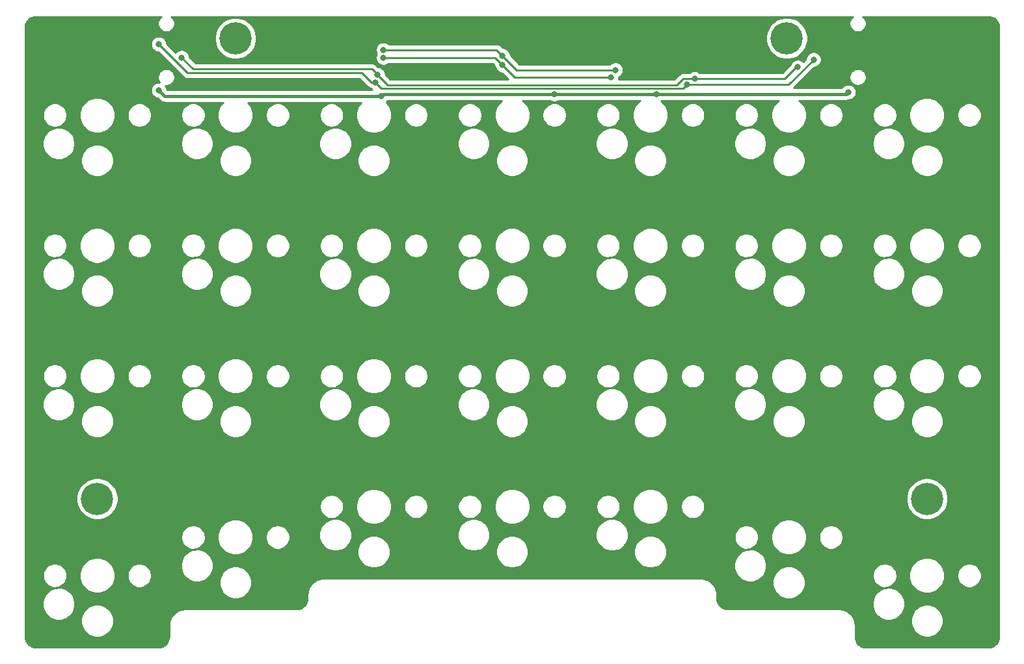
<source format=gtl>
G04 #@! TF.GenerationSoftware,KiCad,Pcbnew,(5.1.0-0)*
G04 #@! TF.CreationDate,2019-06-09T20:05:47+02:00*
G04 #@! TF.ProjectId,ssol56-pcb,73736f6c-3536-42d7-9063-622e6b696361,rev?*
G04 #@! TF.SameCoordinates,Original*
G04 #@! TF.FileFunction,Copper,L1,Top*
G04 #@! TF.FilePolarity,Positive*
%FSLAX46Y46*%
G04 Gerber Fmt 4.6, Leading zero omitted, Abs format (unit mm)*
G04 Created by KiCad (PCBNEW (5.1.0-0)) date 2019-06-09 20:05:47*
%MOMM*%
%LPD*%
G04 APERTURE LIST*
%ADD10C,4.200000*%
%ADD11C,0.800000*%
%ADD12C,0.250000*%
%ADD13C,0.400000*%
%ADD14C,0.254000*%
G04 APERTURE END LIST*
D10*
X267000000Y-91500000D03*
X248750000Y-31500000D03*
X159000000Y-91500000D03*
X177000000Y-31500000D03*
D11*
X167000000Y-32250000D03*
X235750006Y-37500000D03*
X195250000Y-37249988D03*
X252250000Y-34250010D03*
X170000000Y-34000000D03*
X236750000Y-36750000D03*
X195500000Y-36250000D03*
X250184311Y-35250000D03*
X200000000Y-36000000D03*
X157500000Y-31000000D03*
X267500000Y-31000000D03*
X271250000Y-87500000D03*
X153500000Y-88000000D03*
X196250000Y-32999997D03*
X211750000Y-33750000D03*
X226450962Y-35607444D03*
X196250000Y-34000000D03*
X211750000Y-35000000D03*
X225849289Y-36605473D03*
X196000000Y-39000000D03*
X167000000Y-38250000D03*
X231750000Y-38750000D03*
X218500000Y-38750000D03*
X256750000Y-38500000D03*
D12*
X235250006Y-38000000D02*
X196000012Y-38000000D01*
X196000012Y-38000000D02*
X195649999Y-37649987D01*
X235750006Y-37500000D02*
X235250006Y-38000000D01*
X195649999Y-37649987D02*
X195250000Y-37249988D01*
X194684315Y-37249988D02*
X195250000Y-37249988D01*
X193434327Y-36000000D02*
X194684315Y-37249988D01*
X170750000Y-36000000D02*
X193434327Y-36000000D01*
X167000000Y-32250000D02*
X170750000Y-36000000D01*
X249000010Y-37500000D02*
X252250000Y-34250010D01*
X235750006Y-37500000D02*
X249000010Y-37500000D01*
X196799989Y-37549989D02*
X195899999Y-36649999D01*
X234450011Y-37549989D02*
X196799989Y-37549989D01*
X235250000Y-36750000D02*
X234450011Y-37549989D01*
X195899999Y-36649999D02*
X195500000Y-36250000D01*
X236750000Y-36750000D02*
X235250000Y-36750000D01*
X195100001Y-35850001D02*
X195500000Y-36250000D01*
X171500000Y-35500000D02*
X194750000Y-35500000D01*
X194750000Y-35500000D02*
X195100001Y-35850001D01*
X170000000Y-34000000D02*
X171500000Y-35500000D01*
X250000000Y-35250000D02*
X250184311Y-35250000D01*
X248500000Y-36750000D02*
X250000000Y-35250000D01*
X236750000Y-36750000D02*
X248500000Y-36750000D01*
X210999997Y-32999997D02*
X211750000Y-33750000D01*
X196250000Y-32999997D02*
X210999997Y-32999997D01*
X213607444Y-35607444D02*
X225885277Y-35607444D01*
X211750000Y-33750000D02*
X213607444Y-35607444D01*
X225885277Y-35607444D02*
X226450962Y-35607444D01*
X210750000Y-34000000D02*
X211750000Y-35000000D01*
X196250000Y-34000000D02*
X210750000Y-34000000D01*
X211750000Y-35000000D02*
X213355473Y-36605473D01*
X225283604Y-36605473D02*
X225849289Y-36605473D01*
X213355473Y-36605473D02*
X225283604Y-36605473D01*
D13*
X167750000Y-39000000D02*
X167000000Y-38250000D01*
X196000000Y-39000000D02*
X167750000Y-39000000D01*
X196250000Y-38750000D02*
X218500000Y-38750000D01*
X196000000Y-39000000D02*
X196250000Y-38750000D01*
X218500000Y-38750000D02*
X231750000Y-38750000D01*
X231750000Y-38750000D02*
X256500000Y-38750000D01*
X256500000Y-38750000D02*
X256750000Y-38500000D01*
D14*
G36*
X167292416Y-28687807D02*
G01*
X167137807Y-28842416D01*
X167016331Y-29024218D01*
X166932657Y-29226225D01*
X166890000Y-29440675D01*
X166890000Y-29659325D01*
X166932657Y-29873775D01*
X167016331Y-30075782D01*
X167137807Y-30257584D01*
X167292416Y-30412193D01*
X167474218Y-30533669D01*
X167676225Y-30617343D01*
X167890675Y-30660000D01*
X168109325Y-30660000D01*
X168323775Y-30617343D01*
X168525782Y-30533669D01*
X168707584Y-30412193D01*
X168862193Y-30257584D01*
X168983669Y-30075782D01*
X169067343Y-29873775D01*
X169110000Y-29659325D01*
X169110000Y-29440675D01*
X169067343Y-29226225D01*
X168983669Y-29024218D01*
X168862193Y-28842416D01*
X168707584Y-28687807D01*
X168665968Y-28660000D01*
X257334032Y-28660000D01*
X257292416Y-28687807D01*
X257137807Y-28842416D01*
X257016331Y-29024218D01*
X256932657Y-29226225D01*
X256890000Y-29440675D01*
X256890000Y-29659325D01*
X256932657Y-29873775D01*
X257016331Y-30075782D01*
X257137807Y-30257584D01*
X257292416Y-30412193D01*
X257474218Y-30533669D01*
X257676225Y-30617343D01*
X257890675Y-30660000D01*
X258109325Y-30660000D01*
X258323775Y-30617343D01*
X258525782Y-30533669D01*
X258707584Y-30412193D01*
X258862193Y-30257584D01*
X258983669Y-30075782D01*
X259067343Y-29873775D01*
X259110000Y-29659325D01*
X259110000Y-29440675D01*
X259067343Y-29226225D01*
X258983669Y-29024218D01*
X258862193Y-28842416D01*
X258707584Y-28687807D01*
X258665968Y-28660000D01*
X274967721Y-28660000D01*
X275259659Y-28688625D01*
X275509429Y-28764035D01*
X275739792Y-28886522D01*
X275941980Y-29051422D01*
X276108286Y-29252450D01*
X276232378Y-29481954D01*
X276309531Y-29731195D01*
X276340000Y-30021088D01*
X276340001Y-109467711D01*
X276311375Y-109759660D01*
X276235965Y-110009429D01*
X276113477Y-110239794D01*
X275948579Y-110441979D01*
X275747546Y-110608288D01*
X275518046Y-110732378D01*
X275268805Y-110809531D01*
X274978911Y-110840000D01*
X259032279Y-110840000D01*
X258740340Y-110811375D01*
X258490571Y-110735965D01*
X258260206Y-110613477D01*
X258058021Y-110448579D01*
X257891712Y-110247546D01*
X257767622Y-110018046D01*
X257690469Y-109768805D01*
X257660000Y-109478911D01*
X257660000Y-107967581D01*
X257657182Y-107938972D01*
X257657247Y-107929712D01*
X257656348Y-107920541D01*
X257625748Y-107629395D01*
X257613710Y-107570753D01*
X257602510Y-107512037D01*
X257599847Y-107503216D01*
X257513279Y-107223560D01*
X257490101Y-107168422D01*
X257467689Y-107112950D01*
X257463362Y-107104814D01*
X257324123Y-106847298D01*
X257290701Y-106797749D01*
X257257920Y-106747653D01*
X257252095Y-106740512D01*
X257065490Y-106514945D01*
X257023054Y-106472804D01*
X256981191Y-106430055D01*
X256974091Y-106424181D01*
X256747227Y-106239155D01*
X256697408Y-106206055D01*
X256648045Y-106172256D01*
X256639939Y-106167873D01*
X256381458Y-106030436D01*
X256326164Y-106007645D01*
X256271171Y-105984075D01*
X256262368Y-105981350D01*
X255982114Y-105896736D01*
X255923429Y-105885116D01*
X255864921Y-105872680D01*
X255855758Y-105871717D01*
X255855756Y-105871717D01*
X255564404Y-105843150D01*
X255564402Y-105843150D01*
X255532419Y-105840000D01*
X241032279Y-105840000D01*
X240740340Y-105811375D01*
X240490571Y-105735965D01*
X240260206Y-105613477D01*
X240058021Y-105448579D01*
X239891712Y-105247546D01*
X239767622Y-105018046D01*
X239758854Y-104989721D01*
X259865000Y-104989721D01*
X259865000Y-105410279D01*
X259947047Y-105822756D01*
X260107988Y-106211302D01*
X260341637Y-106560983D01*
X260639017Y-106858363D01*
X260988698Y-107092012D01*
X261377244Y-107252953D01*
X261789721Y-107335000D01*
X262210279Y-107335000D01*
X262622756Y-107252953D01*
X262775411Y-107189721D01*
X264865000Y-107189721D01*
X264865000Y-107610279D01*
X264947047Y-108022756D01*
X265107988Y-108411302D01*
X265341637Y-108760983D01*
X265639017Y-109058363D01*
X265988698Y-109292012D01*
X266377244Y-109452953D01*
X266789721Y-109535000D01*
X267210279Y-109535000D01*
X267622756Y-109452953D01*
X268011302Y-109292012D01*
X268360983Y-109058363D01*
X268658363Y-108760983D01*
X268892012Y-108411302D01*
X269052953Y-108022756D01*
X269135000Y-107610279D01*
X269135000Y-107189721D01*
X269052953Y-106777244D01*
X268892012Y-106388698D01*
X268658363Y-106039017D01*
X268360983Y-105741637D01*
X268011302Y-105507988D01*
X267622756Y-105347047D01*
X267210279Y-105265000D01*
X266789721Y-105265000D01*
X266377244Y-105347047D01*
X265988698Y-105507988D01*
X265639017Y-105741637D01*
X265341637Y-106039017D01*
X265107988Y-106388698D01*
X264947047Y-106777244D01*
X264865000Y-107189721D01*
X262775411Y-107189721D01*
X263011302Y-107092012D01*
X263360983Y-106858363D01*
X263658363Y-106560983D01*
X263892012Y-106211302D01*
X264052953Y-105822756D01*
X264135000Y-105410279D01*
X264135000Y-104989721D01*
X264052953Y-104577244D01*
X263892012Y-104188698D01*
X263658363Y-103839017D01*
X263360983Y-103541637D01*
X263011302Y-103307988D01*
X262622756Y-103147047D01*
X262210279Y-103065000D01*
X261789721Y-103065000D01*
X261377244Y-103147047D01*
X260988698Y-103307988D01*
X260639017Y-103541637D01*
X260341637Y-103839017D01*
X260107988Y-104188698D01*
X259947047Y-104577244D01*
X259865000Y-104989721D01*
X239758854Y-104989721D01*
X239690469Y-104768805D01*
X239660000Y-104478911D01*
X239660000Y-103967581D01*
X239657182Y-103938972D01*
X239657247Y-103929712D01*
X239656348Y-103920541D01*
X239625748Y-103629395D01*
X239613710Y-103570753D01*
X239602510Y-103512037D01*
X239599847Y-103503216D01*
X239513279Y-103223560D01*
X239490101Y-103168422D01*
X239467689Y-103112950D01*
X239463362Y-103104814D01*
X239324123Y-102847298D01*
X239290701Y-102797749D01*
X239257920Y-102747653D01*
X239252095Y-102740512D01*
X239065490Y-102514945D01*
X239023054Y-102472804D01*
X238981191Y-102430055D01*
X238974091Y-102424181D01*
X238747227Y-102239155D01*
X238697408Y-102206055D01*
X238648045Y-102172256D01*
X238639939Y-102167873D01*
X238381458Y-102030436D01*
X238326164Y-102007645D01*
X238271171Y-101984075D01*
X238262368Y-101981350D01*
X237982114Y-101896736D01*
X237923429Y-101885116D01*
X237864921Y-101872680D01*
X237855758Y-101871717D01*
X237855756Y-101871717D01*
X237564404Y-101843150D01*
X237564402Y-101843150D01*
X237532419Y-101840000D01*
X188467581Y-101840000D01*
X188438972Y-101842818D01*
X188429712Y-101842753D01*
X188420541Y-101843652D01*
X188129395Y-101874252D01*
X188070753Y-101886290D01*
X188012037Y-101897490D01*
X188003216Y-101900153D01*
X187723560Y-101986721D01*
X187668422Y-102009899D01*
X187612950Y-102032311D01*
X187604819Y-102036635D01*
X187604815Y-102036637D01*
X187604814Y-102036638D01*
X187347298Y-102175877D01*
X187297749Y-102209299D01*
X187247653Y-102242080D01*
X187240512Y-102247905D01*
X187014945Y-102434510D01*
X186972804Y-102476946D01*
X186930055Y-102518809D01*
X186924181Y-102525909D01*
X186739155Y-102752773D01*
X186706055Y-102802592D01*
X186672256Y-102851955D01*
X186667873Y-102860061D01*
X186530436Y-103118542D01*
X186507645Y-103173836D01*
X186484075Y-103228829D01*
X186481350Y-103237632D01*
X186396736Y-103517886D01*
X186385116Y-103576571D01*
X186372680Y-103635079D01*
X186371717Y-103644244D01*
X186343150Y-103935596D01*
X186340000Y-103967582D01*
X186340000Y-104467721D01*
X186311375Y-104759660D01*
X186235965Y-105009429D01*
X186113477Y-105239794D01*
X185948579Y-105441979D01*
X185747546Y-105608288D01*
X185518046Y-105732378D01*
X185268805Y-105809531D01*
X184978911Y-105840000D01*
X170467581Y-105840000D01*
X170438972Y-105842818D01*
X170429712Y-105842753D01*
X170420541Y-105843652D01*
X170129395Y-105874252D01*
X170070753Y-105886290D01*
X170012037Y-105897490D01*
X170003216Y-105900153D01*
X169723560Y-105986721D01*
X169668422Y-106009899D01*
X169612950Y-106032311D01*
X169604819Y-106036635D01*
X169604815Y-106036637D01*
X169604814Y-106036638D01*
X169347298Y-106175877D01*
X169297749Y-106209299D01*
X169247653Y-106242080D01*
X169240512Y-106247905D01*
X169014945Y-106434510D01*
X168972804Y-106476946D01*
X168930055Y-106518809D01*
X168924181Y-106525909D01*
X168739155Y-106752773D01*
X168706055Y-106802592D01*
X168672256Y-106851955D01*
X168667873Y-106860061D01*
X168530436Y-107118542D01*
X168507645Y-107173836D01*
X168484075Y-107228829D01*
X168481350Y-107237632D01*
X168396736Y-107517886D01*
X168385116Y-107576571D01*
X168372680Y-107635079D01*
X168371717Y-107644244D01*
X168343150Y-107935596D01*
X168340000Y-107967582D01*
X168340001Y-109467711D01*
X168311375Y-109759660D01*
X168235965Y-110009429D01*
X168113477Y-110239794D01*
X167948579Y-110441979D01*
X167747546Y-110608288D01*
X167518046Y-110732378D01*
X167268805Y-110809531D01*
X166978911Y-110840000D01*
X151032279Y-110840000D01*
X150740340Y-110811375D01*
X150490571Y-110735965D01*
X150260206Y-110613477D01*
X150058021Y-110448579D01*
X149891712Y-110247546D01*
X149767622Y-110018046D01*
X149690469Y-109768805D01*
X149660000Y-109478911D01*
X149660000Y-104989721D01*
X151865000Y-104989721D01*
X151865000Y-105410279D01*
X151947047Y-105822756D01*
X152107988Y-106211302D01*
X152341637Y-106560983D01*
X152639017Y-106858363D01*
X152988698Y-107092012D01*
X153377244Y-107252953D01*
X153789721Y-107335000D01*
X154210279Y-107335000D01*
X154622756Y-107252953D01*
X154775411Y-107189721D01*
X156865000Y-107189721D01*
X156865000Y-107610279D01*
X156947047Y-108022756D01*
X157107988Y-108411302D01*
X157341637Y-108760983D01*
X157639017Y-109058363D01*
X157988698Y-109292012D01*
X158377244Y-109452953D01*
X158789721Y-109535000D01*
X159210279Y-109535000D01*
X159622756Y-109452953D01*
X160011302Y-109292012D01*
X160360983Y-109058363D01*
X160658363Y-108760983D01*
X160892012Y-108411302D01*
X161052953Y-108022756D01*
X161135000Y-107610279D01*
X161135000Y-107189721D01*
X161052953Y-106777244D01*
X160892012Y-106388698D01*
X160658363Y-106039017D01*
X160360983Y-105741637D01*
X160011302Y-105507988D01*
X159622756Y-105347047D01*
X159210279Y-105265000D01*
X158789721Y-105265000D01*
X158377244Y-105347047D01*
X157988698Y-105507988D01*
X157639017Y-105741637D01*
X157341637Y-106039017D01*
X157107988Y-106388698D01*
X156947047Y-106777244D01*
X156865000Y-107189721D01*
X154775411Y-107189721D01*
X155011302Y-107092012D01*
X155360983Y-106858363D01*
X155658363Y-106560983D01*
X155892012Y-106211302D01*
X156052953Y-105822756D01*
X156135000Y-105410279D01*
X156135000Y-104989721D01*
X156052953Y-104577244D01*
X155892012Y-104188698D01*
X155658363Y-103839017D01*
X155360983Y-103541637D01*
X155011302Y-103307988D01*
X154622756Y-103147047D01*
X154210279Y-103065000D01*
X153789721Y-103065000D01*
X153377244Y-103147047D01*
X152988698Y-103307988D01*
X152639017Y-103541637D01*
X152341637Y-103839017D01*
X152107988Y-104188698D01*
X151947047Y-104577244D01*
X151865000Y-104989721D01*
X149660000Y-104989721D01*
X149660000Y-101343891D01*
X151915000Y-101343891D01*
X151915000Y-101656109D01*
X151975911Y-101962327D01*
X152095391Y-102250779D01*
X152268850Y-102510379D01*
X152489621Y-102731150D01*
X152749221Y-102904609D01*
X153037673Y-103024089D01*
X153343891Y-103085000D01*
X153656109Y-103085000D01*
X153962327Y-103024089D01*
X154250779Y-102904609D01*
X154510379Y-102731150D01*
X154731150Y-102510379D01*
X154904609Y-102250779D01*
X155024089Y-101962327D01*
X155085000Y-101656109D01*
X155085000Y-101343891D01*
X155070307Y-101270023D01*
X156665000Y-101270023D01*
X156665000Y-101729977D01*
X156754733Y-102181094D01*
X156930750Y-102606037D01*
X157186287Y-102988476D01*
X157511524Y-103313713D01*
X157893963Y-103569250D01*
X158318906Y-103745267D01*
X158770023Y-103835000D01*
X159229977Y-103835000D01*
X159681094Y-103745267D01*
X160106037Y-103569250D01*
X160488476Y-103313713D01*
X160813713Y-102988476D01*
X161069250Y-102606037D01*
X161245267Y-102181094D01*
X161335000Y-101729977D01*
X161335000Y-101343891D01*
X162915000Y-101343891D01*
X162915000Y-101656109D01*
X162975911Y-101962327D01*
X163095391Y-102250779D01*
X163268850Y-102510379D01*
X163489621Y-102731150D01*
X163749221Y-102904609D01*
X164037673Y-103024089D01*
X164343891Y-103085000D01*
X164656109Y-103085000D01*
X164962327Y-103024089D01*
X165250779Y-102904609D01*
X165510379Y-102731150D01*
X165731150Y-102510379D01*
X165904609Y-102250779D01*
X166024089Y-101962327D01*
X166085000Y-101656109D01*
X166085000Y-101343891D01*
X166024089Y-101037673D01*
X165904609Y-100749221D01*
X165731150Y-100489621D01*
X165510379Y-100268850D01*
X165250779Y-100095391D01*
X164995668Y-99989721D01*
X169865000Y-99989721D01*
X169865000Y-100410279D01*
X169947047Y-100822756D01*
X170107988Y-101211302D01*
X170341637Y-101560983D01*
X170639017Y-101858363D01*
X170988698Y-102092012D01*
X171377244Y-102252953D01*
X171789721Y-102335000D01*
X172210279Y-102335000D01*
X172622756Y-102252953D01*
X172775411Y-102189721D01*
X174865000Y-102189721D01*
X174865000Y-102610279D01*
X174947047Y-103022756D01*
X175107988Y-103411302D01*
X175341637Y-103760983D01*
X175639017Y-104058363D01*
X175988698Y-104292012D01*
X176377244Y-104452953D01*
X176789721Y-104535000D01*
X177210279Y-104535000D01*
X177622756Y-104452953D01*
X178011302Y-104292012D01*
X178360983Y-104058363D01*
X178658363Y-103760983D01*
X178892012Y-103411302D01*
X179052953Y-103022756D01*
X179135000Y-102610279D01*
X179135000Y-102189721D01*
X179052953Y-101777244D01*
X178892012Y-101388698D01*
X178658363Y-101039017D01*
X178360983Y-100741637D01*
X178011302Y-100507988D01*
X177622756Y-100347047D01*
X177210279Y-100265000D01*
X176789721Y-100265000D01*
X176377244Y-100347047D01*
X175988698Y-100507988D01*
X175639017Y-100741637D01*
X175341637Y-101039017D01*
X175107988Y-101388698D01*
X174947047Y-101777244D01*
X174865000Y-102189721D01*
X172775411Y-102189721D01*
X173011302Y-102092012D01*
X173360983Y-101858363D01*
X173658363Y-101560983D01*
X173892012Y-101211302D01*
X174052953Y-100822756D01*
X174135000Y-100410279D01*
X174135000Y-99989721D01*
X174052953Y-99577244D01*
X173892012Y-99188698D01*
X173658363Y-98839017D01*
X173360983Y-98541637D01*
X173011302Y-98307988D01*
X172622756Y-98147047D01*
X172210279Y-98065000D01*
X171789721Y-98065000D01*
X171377244Y-98147047D01*
X170988698Y-98307988D01*
X170639017Y-98541637D01*
X170341637Y-98839017D01*
X170107988Y-99188698D01*
X169947047Y-99577244D01*
X169865000Y-99989721D01*
X164995668Y-99989721D01*
X164962327Y-99975911D01*
X164656109Y-99915000D01*
X164343891Y-99915000D01*
X164037673Y-99975911D01*
X163749221Y-100095391D01*
X163489621Y-100268850D01*
X163268850Y-100489621D01*
X163095391Y-100749221D01*
X162975911Y-101037673D01*
X162915000Y-101343891D01*
X161335000Y-101343891D01*
X161335000Y-101270023D01*
X161245267Y-100818906D01*
X161069250Y-100393963D01*
X160813713Y-100011524D01*
X160488476Y-99686287D01*
X160106037Y-99430750D01*
X159681094Y-99254733D01*
X159229977Y-99165000D01*
X158770023Y-99165000D01*
X158318906Y-99254733D01*
X157893963Y-99430750D01*
X157511524Y-99686287D01*
X157186287Y-100011524D01*
X156930750Y-100393963D01*
X156754733Y-100818906D01*
X156665000Y-101270023D01*
X155070307Y-101270023D01*
X155024089Y-101037673D01*
X154904609Y-100749221D01*
X154731150Y-100489621D01*
X154510379Y-100268850D01*
X154250779Y-100095391D01*
X153962327Y-99975911D01*
X153656109Y-99915000D01*
X153343891Y-99915000D01*
X153037673Y-99975911D01*
X152749221Y-100095391D01*
X152489621Y-100268850D01*
X152268850Y-100489621D01*
X152095391Y-100749221D01*
X151975911Y-101037673D01*
X151915000Y-101343891D01*
X149660000Y-101343891D01*
X149660000Y-96343891D01*
X169915000Y-96343891D01*
X169915000Y-96656109D01*
X169975911Y-96962327D01*
X170095391Y-97250779D01*
X170268850Y-97510379D01*
X170489621Y-97731150D01*
X170749221Y-97904609D01*
X171037673Y-98024089D01*
X171343891Y-98085000D01*
X171656109Y-98085000D01*
X171962327Y-98024089D01*
X172250779Y-97904609D01*
X172510379Y-97731150D01*
X172731150Y-97510379D01*
X172904609Y-97250779D01*
X173024089Y-96962327D01*
X173085000Y-96656109D01*
X173085000Y-96343891D01*
X173070307Y-96270023D01*
X174665000Y-96270023D01*
X174665000Y-96729977D01*
X174754733Y-97181094D01*
X174930750Y-97606037D01*
X175186287Y-97988476D01*
X175511524Y-98313713D01*
X175893963Y-98569250D01*
X176318906Y-98745267D01*
X176770023Y-98835000D01*
X177229977Y-98835000D01*
X177681094Y-98745267D01*
X178106037Y-98569250D01*
X178488476Y-98313713D01*
X178813713Y-97988476D01*
X179069250Y-97606037D01*
X179245267Y-97181094D01*
X179335000Y-96729977D01*
X179335000Y-96343891D01*
X180915000Y-96343891D01*
X180915000Y-96656109D01*
X180975911Y-96962327D01*
X181095391Y-97250779D01*
X181268850Y-97510379D01*
X181489621Y-97731150D01*
X181749221Y-97904609D01*
X182037673Y-98024089D01*
X182343891Y-98085000D01*
X182656109Y-98085000D01*
X182962327Y-98024089D01*
X183250779Y-97904609D01*
X183510379Y-97731150D01*
X183731150Y-97510379D01*
X183904609Y-97250779D01*
X184024089Y-96962327D01*
X184085000Y-96656109D01*
X184085000Y-96343891D01*
X184024089Y-96037673D01*
X184004227Y-95989721D01*
X187865000Y-95989721D01*
X187865000Y-96410279D01*
X187947047Y-96822756D01*
X188107988Y-97211302D01*
X188341637Y-97560983D01*
X188639017Y-97858363D01*
X188988698Y-98092012D01*
X189377244Y-98252953D01*
X189789721Y-98335000D01*
X190210279Y-98335000D01*
X190622756Y-98252953D01*
X190775411Y-98189721D01*
X192865000Y-98189721D01*
X192865000Y-98610279D01*
X192947047Y-99022756D01*
X193107988Y-99411302D01*
X193341637Y-99760983D01*
X193639017Y-100058363D01*
X193988698Y-100292012D01*
X194377244Y-100452953D01*
X194789721Y-100535000D01*
X195210279Y-100535000D01*
X195622756Y-100452953D01*
X196011302Y-100292012D01*
X196360983Y-100058363D01*
X196658363Y-99760983D01*
X196892012Y-99411302D01*
X197052953Y-99022756D01*
X197135000Y-98610279D01*
X197135000Y-98189721D01*
X197052953Y-97777244D01*
X196892012Y-97388698D01*
X196658363Y-97039017D01*
X196360983Y-96741637D01*
X196011302Y-96507988D01*
X195622756Y-96347047D01*
X195210279Y-96265000D01*
X194789721Y-96265000D01*
X194377244Y-96347047D01*
X193988698Y-96507988D01*
X193639017Y-96741637D01*
X193341637Y-97039017D01*
X193107988Y-97388698D01*
X192947047Y-97777244D01*
X192865000Y-98189721D01*
X190775411Y-98189721D01*
X191011302Y-98092012D01*
X191360983Y-97858363D01*
X191658363Y-97560983D01*
X191892012Y-97211302D01*
X192052953Y-96822756D01*
X192135000Y-96410279D01*
X192135000Y-95989721D01*
X205865000Y-95989721D01*
X205865000Y-96410279D01*
X205947047Y-96822756D01*
X206107988Y-97211302D01*
X206341637Y-97560983D01*
X206639017Y-97858363D01*
X206988698Y-98092012D01*
X207377244Y-98252953D01*
X207789721Y-98335000D01*
X208210279Y-98335000D01*
X208622756Y-98252953D01*
X208775411Y-98189721D01*
X210865000Y-98189721D01*
X210865000Y-98610279D01*
X210947047Y-99022756D01*
X211107988Y-99411302D01*
X211341637Y-99760983D01*
X211639017Y-100058363D01*
X211988698Y-100292012D01*
X212377244Y-100452953D01*
X212789721Y-100535000D01*
X213210279Y-100535000D01*
X213622756Y-100452953D01*
X214011302Y-100292012D01*
X214360983Y-100058363D01*
X214658363Y-99760983D01*
X214892012Y-99411302D01*
X215052953Y-99022756D01*
X215135000Y-98610279D01*
X215135000Y-98189721D01*
X215052953Y-97777244D01*
X214892012Y-97388698D01*
X214658363Y-97039017D01*
X214360983Y-96741637D01*
X214011302Y-96507988D01*
X213622756Y-96347047D01*
X213210279Y-96265000D01*
X212789721Y-96265000D01*
X212377244Y-96347047D01*
X211988698Y-96507988D01*
X211639017Y-96741637D01*
X211341637Y-97039017D01*
X211107988Y-97388698D01*
X210947047Y-97777244D01*
X210865000Y-98189721D01*
X208775411Y-98189721D01*
X209011302Y-98092012D01*
X209360983Y-97858363D01*
X209658363Y-97560983D01*
X209892012Y-97211302D01*
X210052953Y-96822756D01*
X210135000Y-96410279D01*
X210135000Y-95989721D01*
X223865000Y-95989721D01*
X223865000Y-96410279D01*
X223947047Y-96822756D01*
X224107988Y-97211302D01*
X224341637Y-97560983D01*
X224639017Y-97858363D01*
X224988698Y-98092012D01*
X225377244Y-98252953D01*
X225789721Y-98335000D01*
X226210279Y-98335000D01*
X226622756Y-98252953D01*
X226775411Y-98189721D01*
X228865000Y-98189721D01*
X228865000Y-98610279D01*
X228947047Y-99022756D01*
X229107988Y-99411302D01*
X229341637Y-99760983D01*
X229639017Y-100058363D01*
X229988698Y-100292012D01*
X230377244Y-100452953D01*
X230789721Y-100535000D01*
X231210279Y-100535000D01*
X231622756Y-100452953D01*
X232011302Y-100292012D01*
X232360983Y-100058363D01*
X232429625Y-99989721D01*
X241865000Y-99989721D01*
X241865000Y-100410279D01*
X241947047Y-100822756D01*
X242107988Y-101211302D01*
X242341637Y-101560983D01*
X242639017Y-101858363D01*
X242988698Y-102092012D01*
X243377244Y-102252953D01*
X243789721Y-102335000D01*
X244210279Y-102335000D01*
X244622756Y-102252953D01*
X244775411Y-102189721D01*
X246865000Y-102189721D01*
X246865000Y-102610279D01*
X246947047Y-103022756D01*
X247107988Y-103411302D01*
X247341637Y-103760983D01*
X247639017Y-104058363D01*
X247988698Y-104292012D01*
X248377244Y-104452953D01*
X248789721Y-104535000D01*
X249210279Y-104535000D01*
X249622756Y-104452953D01*
X250011302Y-104292012D01*
X250360983Y-104058363D01*
X250658363Y-103760983D01*
X250892012Y-103411302D01*
X251052953Y-103022756D01*
X251135000Y-102610279D01*
X251135000Y-102189721D01*
X251052953Y-101777244D01*
X250892012Y-101388698D01*
X250862073Y-101343891D01*
X259915000Y-101343891D01*
X259915000Y-101656109D01*
X259975911Y-101962327D01*
X260095391Y-102250779D01*
X260268850Y-102510379D01*
X260489621Y-102731150D01*
X260749221Y-102904609D01*
X261037673Y-103024089D01*
X261343891Y-103085000D01*
X261656109Y-103085000D01*
X261962327Y-103024089D01*
X262250779Y-102904609D01*
X262510379Y-102731150D01*
X262731150Y-102510379D01*
X262904609Y-102250779D01*
X263024089Y-101962327D01*
X263085000Y-101656109D01*
X263085000Y-101343891D01*
X263070307Y-101270023D01*
X264665000Y-101270023D01*
X264665000Y-101729977D01*
X264754733Y-102181094D01*
X264930750Y-102606037D01*
X265186287Y-102988476D01*
X265511524Y-103313713D01*
X265893963Y-103569250D01*
X266318906Y-103745267D01*
X266770023Y-103835000D01*
X267229977Y-103835000D01*
X267681094Y-103745267D01*
X268106037Y-103569250D01*
X268488476Y-103313713D01*
X268813713Y-102988476D01*
X269069250Y-102606037D01*
X269245267Y-102181094D01*
X269335000Y-101729977D01*
X269335000Y-101343891D01*
X270915000Y-101343891D01*
X270915000Y-101656109D01*
X270975911Y-101962327D01*
X271095391Y-102250779D01*
X271268850Y-102510379D01*
X271489621Y-102731150D01*
X271749221Y-102904609D01*
X272037673Y-103024089D01*
X272343891Y-103085000D01*
X272656109Y-103085000D01*
X272962327Y-103024089D01*
X273250779Y-102904609D01*
X273510379Y-102731150D01*
X273731150Y-102510379D01*
X273904609Y-102250779D01*
X274024089Y-101962327D01*
X274085000Y-101656109D01*
X274085000Y-101343891D01*
X274024089Y-101037673D01*
X273904609Y-100749221D01*
X273731150Y-100489621D01*
X273510379Y-100268850D01*
X273250779Y-100095391D01*
X272962327Y-99975911D01*
X272656109Y-99915000D01*
X272343891Y-99915000D01*
X272037673Y-99975911D01*
X271749221Y-100095391D01*
X271489621Y-100268850D01*
X271268850Y-100489621D01*
X271095391Y-100749221D01*
X270975911Y-101037673D01*
X270915000Y-101343891D01*
X269335000Y-101343891D01*
X269335000Y-101270023D01*
X269245267Y-100818906D01*
X269069250Y-100393963D01*
X268813713Y-100011524D01*
X268488476Y-99686287D01*
X268106037Y-99430750D01*
X267681094Y-99254733D01*
X267229977Y-99165000D01*
X266770023Y-99165000D01*
X266318906Y-99254733D01*
X265893963Y-99430750D01*
X265511524Y-99686287D01*
X265186287Y-100011524D01*
X264930750Y-100393963D01*
X264754733Y-100818906D01*
X264665000Y-101270023D01*
X263070307Y-101270023D01*
X263024089Y-101037673D01*
X262904609Y-100749221D01*
X262731150Y-100489621D01*
X262510379Y-100268850D01*
X262250779Y-100095391D01*
X261962327Y-99975911D01*
X261656109Y-99915000D01*
X261343891Y-99915000D01*
X261037673Y-99975911D01*
X260749221Y-100095391D01*
X260489621Y-100268850D01*
X260268850Y-100489621D01*
X260095391Y-100749221D01*
X259975911Y-101037673D01*
X259915000Y-101343891D01*
X250862073Y-101343891D01*
X250658363Y-101039017D01*
X250360983Y-100741637D01*
X250011302Y-100507988D01*
X249622756Y-100347047D01*
X249210279Y-100265000D01*
X248789721Y-100265000D01*
X248377244Y-100347047D01*
X247988698Y-100507988D01*
X247639017Y-100741637D01*
X247341637Y-101039017D01*
X247107988Y-101388698D01*
X246947047Y-101777244D01*
X246865000Y-102189721D01*
X244775411Y-102189721D01*
X245011302Y-102092012D01*
X245360983Y-101858363D01*
X245658363Y-101560983D01*
X245892012Y-101211302D01*
X246052953Y-100822756D01*
X246135000Y-100410279D01*
X246135000Y-99989721D01*
X246052953Y-99577244D01*
X245892012Y-99188698D01*
X245658363Y-98839017D01*
X245360983Y-98541637D01*
X245011302Y-98307988D01*
X244622756Y-98147047D01*
X244210279Y-98065000D01*
X243789721Y-98065000D01*
X243377244Y-98147047D01*
X242988698Y-98307988D01*
X242639017Y-98541637D01*
X242341637Y-98839017D01*
X242107988Y-99188698D01*
X241947047Y-99577244D01*
X241865000Y-99989721D01*
X232429625Y-99989721D01*
X232658363Y-99760983D01*
X232892012Y-99411302D01*
X233052953Y-99022756D01*
X233135000Y-98610279D01*
X233135000Y-98189721D01*
X233052953Y-97777244D01*
X232892012Y-97388698D01*
X232658363Y-97039017D01*
X232360983Y-96741637D01*
X232011302Y-96507988D01*
X231622756Y-96347047D01*
X231606890Y-96343891D01*
X241915000Y-96343891D01*
X241915000Y-96656109D01*
X241975911Y-96962327D01*
X242095391Y-97250779D01*
X242268850Y-97510379D01*
X242489621Y-97731150D01*
X242749221Y-97904609D01*
X243037673Y-98024089D01*
X243343891Y-98085000D01*
X243656109Y-98085000D01*
X243962327Y-98024089D01*
X244250779Y-97904609D01*
X244510379Y-97731150D01*
X244731150Y-97510379D01*
X244904609Y-97250779D01*
X245024089Y-96962327D01*
X245085000Y-96656109D01*
X245085000Y-96343891D01*
X245070307Y-96270023D01*
X246665000Y-96270023D01*
X246665000Y-96729977D01*
X246754733Y-97181094D01*
X246930750Y-97606037D01*
X247186287Y-97988476D01*
X247511524Y-98313713D01*
X247893963Y-98569250D01*
X248318906Y-98745267D01*
X248770023Y-98835000D01*
X249229977Y-98835000D01*
X249681094Y-98745267D01*
X250106037Y-98569250D01*
X250488476Y-98313713D01*
X250813713Y-97988476D01*
X251069250Y-97606037D01*
X251245267Y-97181094D01*
X251335000Y-96729977D01*
X251335000Y-96343891D01*
X252915000Y-96343891D01*
X252915000Y-96656109D01*
X252975911Y-96962327D01*
X253095391Y-97250779D01*
X253268850Y-97510379D01*
X253489621Y-97731150D01*
X253749221Y-97904609D01*
X254037673Y-98024089D01*
X254343891Y-98085000D01*
X254656109Y-98085000D01*
X254962327Y-98024089D01*
X255250779Y-97904609D01*
X255510379Y-97731150D01*
X255731150Y-97510379D01*
X255904609Y-97250779D01*
X256024089Y-96962327D01*
X256085000Y-96656109D01*
X256085000Y-96343891D01*
X256024089Y-96037673D01*
X255904609Y-95749221D01*
X255731150Y-95489621D01*
X255510379Y-95268850D01*
X255250779Y-95095391D01*
X254962327Y-94975911D01*
X254656109Y-94915000D01*
X254343891Y-94915000D01*
X254037673Y-94975911D01*
X253749221Y-95095391D01*
X253489621Y-95268850D01*
X253268850Y-95489621D01*
X253095391Y-95749221D01*
X252975911Y-96037673D01*
X252915000Y-96343891D01*
X251335000Y-96343891D01*
X251335000Y-96270023D01*
X251245267Y-95818906D01*
X251069250Y-95393963D01*
X250813713Y-95011524D01*
X250488476Y-94686287D01*
X250106037Y-94430750D01*
X249681094Y-94254733D01*
X249229977Y-94165000D01*
X248770023Y-94165000D01*
X248318906Y-94254733D01*
X247893963Y-94430750D01*
X247511524Y-94686287D01*
X247186287Y-95011524D01*
X246930750Y-95393963D01*
X246754733Y-95818906D01*
X246665000Y-96270023D01*
X245070307Y-96270023D01*
X245024089Y-96037673D01*
X244904609Y-95749221D01*
X244731150Y-95489621D01*
X244510379Y-95268850D01*
X244250779Y-95095391D01*
X243962327Y-94975911D01*
X243656109Y-94915000D01*
X243343891Y-94915000D01*
X243037673Y-94975911D01*
X242749221Y-95095391D01*
X242489621Y-95268850D01*
X242268850Y-95489621D01*
X242095391Y-95749221D01*
X241975911Y-96037673D01*
X241915000Y-96343891D01*
X231606890Y-96343891D01*
X231210279Y-96265000D01*
X230789721Y-96265000D01*
X230377244Y-96347047D01*
X229988698Y-96507988D01*
X229639017Y-96741637D01*
X229341637Y-97039017D01*
X229107988Y-97388698D01*
X228947047Y-97777244D01*
X228865000Y-98189721D01*
X226775411Y-98189721D01*
X227011302Y-98092012D01*
X227360983Y-97858363D01*
X227658363Y-97560983D01*
X227892012Y-97211302D01*
X228052953Y-96822756D01*
X228135000Y-96410279D01*
X228135000Y-95989721D01*
X228052953Y-95577244D01*
X227892012Y-95188698D01*
X227658363Y-94839017D01*
X227360983Y-94541637D01*
X227011302Y-94307988D01*
X226622756Y-94147047D01*
X226210279Y-94065000D01*
X225789721Y-94065000D01*
X225377244Y-94147047D01*
X224988698Y-94307988D01*
X224639017Y-94541637D01*
X224341637Y-94839017D01*
X224107988Y-95188698D01*
X223947047Y-95577244D01*
X223865000Y-95989721D01*
X210135000Y-95989721D01*
X210052953Y-95577244D01*
X209892012Y-95188698D01*
X209658363Y-94839017D01*
X209360983Y-94541637D01*
X209011302Y-94307988D01*
X208622756Y-94147047D01*
X208210279Y-94065000D01*
X207789721Y-94065000D01*
X207377244Y-94147047D01*
X206988698Y-94307988D01*
X206639017Y-94541637D01*
X206341637Y-94839017D01*
X206107988Y-95188698D01*
X205947047Y-95577244D01*
X205865000Y-95989721D01*
X192135000Y-95989721D01*
X192052953Y-95577244D01*
X191892012Y-95188698D01*
X191658363Y-94839017D01*
X191360983Y-94541637D01*
X191011302Y-94307988D01*
X190622756Y-94147047D01*
X190210279Y-94065000D01*
X189789721Y-94065000D01*
X189377244Y-94147047D01*
X188988698Y-94307988D01*
X188639017Y-94541637D01*
X188341637Y-94839017D01*
X188107988Y-95188698D01*
X187947047Y-95577244D01*
X187865000Y-95989721D01*
X184004227Y-95989721D01*
X183904609Y-95749221D01*
X183731150Y-95489621D01*
X183510379Y-95268850D01*
X183250779Y-95095391D01*
X182962327Y-94975911D01*
X182656109Y-94915000D01*
X182343891Y-94915000D01*
X182037673Y-94975911D01*
X181749221Y-95095391D01*
X181489621Y-95268850D01*
X181268850Y-95489621D01*
X181095391Y-95749221D01*
X180975911Y-96037673D01*
X180915000Y-96343891D01*
X179335000Y-96343891D01*
X179335000Y-96270023D01*
X179245267Y-95818906D01*
X179069250Y-95393963D01*
X178813713Y-95011524D01*
X178488476Y-94686287D01*
X178106037Y-94430750D01*
X177681094Y-94254733D01*
X177229977Y-94165000D01*
X176770023Y-94165000D01*
X176318906Y-94254733D01*
X175893963Y-94430750D01*
X175511524Y-94686287D01*
X175186287Y-95011524D01*
X174930750Y-95393963D01*
X174754733Y-95818906D01*
X174665000Y-96270023D01*
X173070307Y-96270023D01*
X173024089Y-96037673D01*
X172904609Y-95749221D01*
X172731150Y-95489621D01*
X172510379Y-95268850D01*
X172250779Y-95095391D01*
X171962327Y-94975911D01*
X171656109Y-94915000D01*
X171343891Y-94915000D01*
X171037673Y-94975911D01*
X170749221Y-95095391D01*
X170489621Y-95268850D01*
X170268850Y-95489621D01*
X170095391Y-95749221D01*
X169975911Y-96037673D01*
X169915000Y-96343891D01*
X149660000Y-96343891D01*
X149660000Y-91230626D01*
X156265000Y-91230626D01*
X156265000Y-91769374D01*
X156370105Y-92297770D01*
X156576275Y-92795508D01*
X156875587Y-93243461D01*
X157256539Y-93624413D01*
X157704492Y-93923725D01*
X158202230Y-94129895D01*
X158730626Y-94235000D01*
X159269374Y-94235000D01*
X159797770Y-94129895D01*
X160295508Y-93923725D01*
X160743461Y-93624413D01*
X161124413Y-93243461D01*
X161423725Y-92795508D01*
X161610791Y-92343891D01*
X187915000Y-92343891D01*
X187915000Y-92656109D01*
X187975911Y-92962327D01*
X188095391Y-93250779D01*
X188268850Y-93510379D01*
X188489621Y-93731150D01*
X188749221Y-93904609D01*
X189037673Y-94024089D01*
X189343891Y-94085000D01*
X189656109Y-94085000D01*
X189962327Y-94024089D01*
X190250779Y-93904609D01*
X190510379Y-93731150D01*
X190731150Y-93510379D01*
X190904609Y-93250779D01*
X191024089Y-92962327D01*
X191085000Y-92656109D01*
X191085000Y-92343891D01*
X191070307Y-92270023D01*
X192665000Y-92270023D01*
X192665000Y-92729977D01*
X192754733Y-93181094D01*
X192930750Y-93606037D01*
X193186287Y-93988476D01*
X193511524Y-94313713D01*
X193893963Y-94569250D01*
X194318906Y-94745267D01*
X194770023Y-94835000D01*
X195229977Y-94835000D01*
X195681094Y-94745267D01*
X196106037Y-94569250D01*
X196488476Y-94313713D01*
X196813713Y-93988476D01*
X197069250Y-93606037D01*
X197245267Y-93181094D01*
X197335000Y-92729977D01*
X197335000Y-92343891D01*
X198915000Y-92343891D01*
X198915000Y-92656109D01*
X198975911Y-92962327D01*
X199095391Y-93250779D01*
X199268850Y-93510379D01*
X199489621Y-93731150D01*
X199749221Y-93904609D01*
X200037673Y-94024089D01*
X200343891Y-94085000D01*
X200656109Y-94085000D01*
X200962327Y-94024089D01*
X201250779Y-93904609D01*
X201510379Y-93731150D01*
X201731150Y-93510379D01*
X201904609Y-93250779D01*
X202024089Y-92962327D01*
X202085000Y-92656109D01*
X202085000Y-92343891D01*
X205915000Y-92343891D01*
X205915000Y-92656109D01*
X205975911Y-92962327D01*
X206095391Y-93250779D01*
X206268850Y-93510379D01*
X206489621Y-93731150D01*
X206749221Y-93904609D01*
X207037673Y-94024089D01*
X207343891Y-94085000D01*
X207656109Y-94085000D01*
X207962327Y-94024089D01*
X208250779Y-93904609D01*
X208510379Y-93731150D01*
X208731150Y-93510379D01*
X208904609Y-93250779D01*
X209024089Y-92962327D01*
X209085000Y-92656109D01*
X209085000Y-92343891D01*
X209070307Y-92270023D01*
X210665000Y-92270023D01*
X210665000Y-92729977D01*
X210754733Y-93181094D01*
X210930750Y-93606037D01*
X211186287Y-93988476D01*
X211511524Y-94313713D01*
X211893963Y-94569250D01*
X212318906Y-94745267D01*
X212770023Y-94835000D01*
X213229977Y-94835000D01*
X213681094Y-94745267D01*
X214106037Y-94569250D01*
X214488476Y-94313713D01*
X214813713Y-93988476D01*
X215069250Y-93606037D01*
X215245267Y-93181094D01*
X215335000Y-92729977D01*
X215335000Y-92343891D01*
X216915000Y-92343891D01*
X216915000Y-92656109D01*
X216975911Y-92962327D01*
X217095391Y-93250779D01*
X217268850Y-93510379D01*
X217489621Y-93731150D01*
X217749221Y-93904609D01*
X218037673Y-94024089D01*
X218343891Y-94085000D01*
X218656109Y-94085000D01*
X218962327Y-94024089D01*
X219250779Y-93904609D01*
X219510379Y-93731150D01*
X219731150Y-93510379D01*
X219904609Y-93250779D01*
X220024089Y-92962327D01*
X220085000Y-92656109D01*
X220085000Y-92343891D01*
X223915000Y-92343891D01*
X223915000Y-92656109D01*
X223975911Y-92962327D01*
X224095391Y-93250779D01*
X224268850Y-93510379D01*
X224489621Y-93731150D01*
X224749221Y-93904609D01*
X225037673Y-94024089D01*
X225343891Y-94085000D01*
X225656109Y-94085000D01*
X225962327Y-94024089D01*
X226250779Y-93904609D01*
X226510379Y-93731150D01*
X226731150Y-93510379D01*
X226904609Y-93250779D01*
X227024089Y-92962327D01*
X227085000Y-92656109D01*
X227085000Y-92343891D01*
X227070307Y-92270023D01*
X228665000Y-92270023D01*
X228665000Y-92729977D01*
X228754733Y-93181094D01*
X228930750Y-93606037D01*
X229186287Y-93988476D01*
X229511524Y-94313713D01*
X229893963Y-94569250D01*
X230318906Y-94745267D01*
X230770023Y-94835000D01*
X231229977Y-94835000D01*
X231681094Y-94745267D01*
X232106037Y-94569250D01*
X232488476Y-94313713D01*
X232813713Y-93988476D01*
X233069250Y-93606037D01*
X233245267Y-93181094D01*
X233335000Y-92729977D01*
X233335000Y-92343891D01*
X234915000Y-92343891D01*
X234915000Y-92656109D01*
X234975911Y-92962327D01*
X235095391Y-93250779D01*
X235268850Y-93510379D01*
X235489621Y-93731150D01*
X235749221Y-93904609D01*
X236037673Y-94024089D01*
X236343891Y-94085000D01*
X236656109Y-94085000D01*
X236962327Y-94024089D01*
X237250779Y-93904609D01*
X237510379Y-93731150D01*
X237731150Y-93510379D01*
X237904609Y-93250779D01*
X238024089Y-92962327D01*
X238085000Y-92656109D01*
X238085000Y-92343891D01*
X238024089Y-92037673D01*
X237904609Y-91749221D01*
X237731150Y-91489621D01*
X237510379Y-91268850D01*
X237453173Y-91230626D01*
X264265000Y-91230626D01*
X264265000Y-91769374D01*
X264370105Y-92297770D01*
X264576275Y-92795508D01*
X264875587Y-93243461D01*
X265256539Y-93624413D01*
X265704492Y-93923725D01*
X266202230Y-94129895D01*
X266730626Y-94235000D01*
X267269374Y-94235000D01*
X267797770Y-94129895D01*
X268295508Y-93923725D01*
X268743461Y-93624413D01*
X269124413Y-93243461D01*
X269423725Y-92795508D01*
X269629895Y-92297770D01*
X269735000Y-91769374D01*
X269735000Y-91230626D01*
X269629895Y-90702230D01*
X269423725Y-90204492D01*
X269124413Y-89756539D01*
X268743461Y-89375587D01*
X268295508Y-89076275D01*
X267797770Y-88870105D01*
X267269374Y-88765000D01*
X266730626Y-88765000D01*
X266202230Y-88870105D01*
X265704492Y-89076275D01*
X265256539Y-89375587D01*
X264875587Y-89756539D01*
X264576275Y-90204492D01*
X264370105Y-90702230D01*
X264265000Y-91230626D01*
X237453173Y-91230626D01*
X237250779Y-91095391D01*
X236962327Y-90975911D01*
X236656109Y-90915000D01*
X236343891Y-90915000D01*
X236037673Y-90975911D01*
X235749221Y-91095391D01*
X235489621Y-91268850D01*
X235268850Y-91489621D01*
X235095391Y-91749221D01*
X234975911Y-92037673D01*
X234915000Y-92343891D01*
X233335000Y-92343891D01*
X233335000Y-92270023D01*
X233245267Y-91818906D01*
X233069250Y-91393963D01*
X232813713Y-91011524D01*
X232488476Y-90686287D01*
X232106037Y-90430750D01*
X231681094Y-90254733D01*
X231229977Y-90165000D01*
X230770023Y-90165000D01*
X230318906Y-90254733D01*
X229893963Y-90430750D01*
X229511524Y-90686287D01*
X229186287Y-91011524D01*
X228930750Y-91393963D01*
X228754733Y-91818906D01*
X228665000Y-92270023D01*
X227070307Y-92270023D01*
X227024089Y-92037673D01*
X226904609Y-91749221D01*
X226731150Y-91489621D01*
X226510379Y-91268850D01*
X226250779Y-91095391D01*
X225962327Y-90975911D01*
X225656109Y-90915000D01*
X225343891Y-90915000D01*
X225037673Y-90975911D01*
X224749221Y-91095391D01*
X224489621Y-91268850D01*
X224268850Y-91489621D01*
X224095391Y-91749221D01*
X223975911Y-92037673D01*
X223915000Y-92343891D01*
X220085000Y-92343891D01*
X220024089Y-92037673D01*
X219904609Y-91749221D01*
X219731150Y-91489621D01*
X219510379Y-91268850D01*
X219250779Y-91095391D01*
X218962327Y-90975911D01*
X218656109Y-90915000D01*
X218343891Y-90915000D01*
X218037673Y-90975911D01*
X217749221Y-91095391D01*
X217489621Y-91268850D01*
X217268850Y-91489621D01*
X217095391Y-91749221D01*
X216975911Y-92037673D01*
X216915000Y-92343891D01*
X215335000Y-92343891D01*
X215335000Y-92270023D01*
X215245267Y-91818906D01*
X215069250Y-91393963D01*
X214813713Y-91011524D01*
X214488476Y-90686287D01*
X214106037Y-90430750D01*
X213681094Y-90254733D01*
X213229977Y-90165000D01*
X212770023Y-90165000D01*
X212318906Y-90254733D01*
X211893963Y-90430750D01*
X211511524Y-90686287D01*
X211186287Y-91011524D01*
X210930750Y-91393963D01*
X210754733Y-91818906D01*
X210665000Y-92270023D01*
X209070307Y-92270023D01*
X209024089Y-92037673D01*
X208904609Y-91749221D01*
X208731150Y-91489621D01*
X208510379Y-91268850D01*
X208250779Y-91095391D01*
X207962327Y-90975911D01*
X207656109Y-90915000D01*
X207343891Y-90915000D01*
X207037673Y-90975911D01*
X206749221Y-91095391D01*
X206489621Y-91268850D01*
X206268850Y-91489621D01*
X206095391Y-91749221D01*
X205975911Y-92037673D01*
X205915000Y-92343891D01*
X202085000Y-92343891D01*
X202024089Y-92037673D01*
X201904609Y-91749221D01*
X201731150Y-91489621D01*
X201510379Y-91268850D01*
X201250779Y-91095391D01*
X200962327Y-90975911D01*
X200656109Y-90915000D01*
X200343891Y-90915000D01*
X200037673Y-90975911D01*
X199749221Y-91095391D01*
X199489621Y-91268850D01*
X199268850Y-91489621D01*
X199095391Y-91749221D01*
X198975911Y-92037673D01*
X198915000Y-92343891D01*
X197335000Y-92343891D01*
X197335000Y-92270023D01*
X197245267Y-91818906D01*
X197069250Y-91393963D01*
X196813713Y-91011524D01*
X196488476Y-90686287D01*
X196106037Y-90430750D01*
X195681094Y-90254733D01*
X195229977Y-90165000D01*
X194770023Y-90165000D01*
X194318906Y-90254733D01*
X193893963Y-90430750D01*
X193511524Y-90686287D01*
X193186287Y-91011524D01*
X192930750Y-91393963D01*
X192754733Y-91818906D01*
X192665000Y-92270023D01*
X191070307Y-92270023D01*
X191024089Y-92037673D01*
X190904609Y-91749221D01*
X190731150Y-91489621D01*
X190510379Y-91268850D01*
X190250779Y-91095391D01*
X189962327Y-90975911D01*
X189656109Y-90915000D01*
X189343891Y-90915000D01*
X189037673Y-90975911D01*
X188749221Y-91095391D01*
X188489621Y-91268850D01*
X188268850Y-91489621D01*
X188095391Y-91749221D01*
X187975911Y-92037673D01*
X187915000Y-92343891D01*
X161610791Y-92343891D01*
X161629895Y-92297770D01*
X161735000Y-91769374D01*
X161735000Y-91230626D01*
X161629895Y-90702230D01*
X161423725Y-90204492D01*
X161124413Y-89756539D01*
X160743461Y-89375587D01*
X160295508Y-89076275D01*
X159797770Y-88870105D01*
X159269374Y-88765000D01*
X158730626Y-88765000D01*
X158202230Y-88870105D01*
X157704492Y-89076275D01*
X157256539Y-89375587D01*
X156875587Y-89756539D01*
X156576275Y-90204492D01*
X156370105Y-90702230D01*
X156265000Y-91230626D01*
X149660000Y-91230626D01*
X149660000Y-78989721D01*
X151865000Y-78989721D01*
X151865000Y-79410279D01*
X151947047Y-79822756D01*
X152107988Y-80211302D01*
X152341637Y-80560983D01*
X152639017Y-80858363D01*
X152988698Y-81092012D01*
X153377244Y-81252953D01*
X153789721Y-81335000D01*
X154210279Y-81335000D01*
X154622756Y-81252953D01*
X154775411Y-81189721D01*
X156865000Y-81189721D01*
X156865000Y-81610279D01*
X156947047Y-82022756D01*
X157107988Y-82411302D01*
X157341637Y-82760983D01*
X157639017Y-83058363D01*
X157988698Y-83292012D01*
X158377244Y-83452953D01*
X158789721Y-83535000D01*
X159210279Y-83535000D01*
X159622756Y-83452953D01*
X160011302Y-83292012D01*
X160360983Y-83058363D01*
X160658363Y-82760983D01*
X160892012Y-82411302D01*
X161052953Y-82022756D01*
X161135000Y-81610279D01*
X161135000Y-81189721D01*
X161052953Y-80777244D01*
X160892012Y-80388698D01*
X160658363Y-80039017D01*
X160360983Y-79741637D01*
X160011302Y-79507988D01*
X159622756Y-79347047D01*
X159210279Y-79265000D01*
X158789721Y-79265000D01*
X158377244Y-79347047D01*
X157988698Y-79507988D01*
X157639017Y-79741637D01*
X157341637Y-80039017D01*
X157107988Y-80388698D01*
X156947047Y-80777244D01*
X156865000Y-81189721D01*
X154775411Y-81189721D01*
X155011302Y-81092012D01*
X155360983Y-80858363D01*
X155658363Y-80560983D01*
X155892012Y-80211302D01*
X156052953Y-79822756D01*
X156135000Y-79410279D01*
X156135000Y-78989721D01*
X169865000Y-78989721D01*
X169865000Y-79410279D01*
X169947047Y-79822756D01*
X170107988Y-80211302D01*
X170341637Y-80560983D01*
X170639017Y-80858363D01*
X170988698Y-81092012D01*
X171377244Y-81252953D01*
X171789721Y-81335000D01*
X172210279Y-81335000D01*
X172622756Y-81252953D01*
X172775411Y-81189721D01*
X174865000Y-81189721D01*
X174865000Y-81610279D01*
X174947047Y-82022756D01*
X175107988Y-82411302D01*
X175341637Y-82760983D01*
X175639017Y-83058363D01*
X175988698Y-83292012D01*
X176377244Y-83452953D01*
X176789721Y-83535000D01*
X177210279Y-83535000D01*
X177622756Y-83452953D01*
X178011302Y-83292012D01*
X178360983Y-83058363D01*
X178658363Y-82760983D01*
X178892012Y-82411302D01*
X179052953Y-82022756D01*
X179135000Y-81610279D01*
X179135000Y-81189721D01*
X179052953Y-80777244D01*
X178892012Y-80388698D01*
X178658363Y-80039017D01*
X178360983Y-79741637D01*
X178011302Y-79507988D01*
X177622756Y-79347047D01*
X177210279Y-79265000D01*
X176789721Y-79265000D01*
X176377244Y-79347047D01*
X175988698Y-79507988D01*
X175639017Y-79741637D01*
X175341637Y-80039017D01*
X175107988Y-80388698D01*
X174947047Y-80777244D01*
X174865000Y-81189721D01*
X172775411Y-81189721D01*
X173011302Y-81092012D01*
X173360983Y-80858363D01*
X173658363Y-80560983D01*
X173892012Y-80211302D01*
X174052953Y-79822756D01*
X174135000Y-79410279D01*
X174135000Y-78989721D01*
X187865000Y-78989721D01*
X187865000Y-79410279D01*
X187947047Y-79822756D01*
X188107988Y-80211302D01*
X188341637Y-80560983D01*
X188639017Y-80858363D01*
X188988698Y-81092012D01*
X189377244Y-81252953D01*
X189789721Y-81335000D01*
X190210279Y-81335000D01*
X190622756Y-81252953D01*
X190775411Y-81189721D01*
X192865000Y-81189721D01*
X192865000Y-81610279D01*
X192947047Y-82022756D01*
X193107988Y-82411302D01*
X193341637Y-82760983D01*
X193639017Y-83058363D01*
X193988698Y-83292012D01*
X194377244Y-83452953D01*
X194789721Y-83535000D01*
X195210279Y-83535000D01*
X195622756Y-83452953D01*
X196011302Y-83292012D01*
X196360983Y-83058363D01*
X196658363Y-82760983D01*
X196892012Y-82411302D01*
X197052953Y-82022756D01*
X197135000Y-81610279D01*
X197135000Y-81189721D01*
X197052953Y-80777244D01*
X196892012Y-80388698D01*
X196658363Y-80039017D01*
X196360983Y-79741637D01*
X196011302Y-79507988D01*
X195622756Y-79347047D01*
X195210279Y-79265000D01*
X194789721Y-79265000D01*
X194377244Y-79347047D01*
X193988698Y-79507988D01*
X193639017Y-79741637D01*
X193341637Y-80039017D01*
X193107988Y-80388698D01*
X192947047Y-80777244D01*
X192865000Y-81189721D01*
X190775411Y-81189721D01*
X191011302Y-81092012D01*
X191360983Y-80858363D01*
X191658363Y-80560983D01*
X191892012Y-80211302D01*
X192052953Y-79822756D01*
X192135000Y-79410279D01*
X192135000Y-78989721D01*
X205865000Y-78989721D01*
X205865000Y-79410279D01*
X205947047Y-79822756D01*
X206107988Y-80211302D01*
X206341637Y-80560983D01*
X206639017Y-80858363D01*
X206988698Y-81092012D01*
X207377244Y-81252953D01*
X207789721Y-81335000D01*
X208210279Y-81335000D01*
X208622756Y-81252953D01*
X208775411Y-81189721D01*
X210865000Y-81189721D01*
X210865000Y-81610279D01*
X210947047Y-82022756D01*
X211107988Y-82411302D01*
X211341637Y-82760983D01*
X211639017Y-83058363D01*
X211988698Y-83292012D01*
X212377244Y-83452953D01*
X212789721Y-83535000D01*
X213210279Y-83535000D01*
X213622756Y-83452953D01*
X214011302Y-83292012D01*
X214360983Y-83058363D01*
X214658363Y-82760983D01*
X214892012Y-82411302D01*
X215052953Y-82022756D01*
X215135000Y-81610279D01*
X215135000Y-81189721D01*
X215052953Y-80777244D01*
X214892012Y-80388698D01*
X214658363Y-80039017D01*
X214360983Y-79741637D01*
X214011302Y-79507988D01*
X213622756Y-79347047D01*
X213210279Y-79265000D01*
X212789721Y-79265000D01*
X212377244Y-79347047D01*
X211988698Y-79507988D01*
X211639017Y-79741637D01*
X211341637Y-80039017D01*
X211107988Y-80388698D01*
X210947047Y-80777244D01*
X210865000Y-81189721D01*
X208775411Y-81189721D01*
X209011302Y-81092012D01*
X209360983Y-80858363D01*
X209658363Y-80560983D01*
X209892012Y-80211302D01*
X210052953Y-79822756D01*
X210135000Y-79410279D01*
X210135000Y-78989721D01*
X223865000Y-78989721D01*
X223865000Y-79410279D01*
X223947047Y-79822756D01*
X224107988Y-80211302D01*
X224341637Y-80560983D01*
X224639017Y-80858363D01*
X224988698Y-81092012D01*
X225377244Y-81252953D01*
X225789721Y-81335000D01*
X226210279Y-81335000D01*
X226622756Y-81252953D01*
X226775411Y-81189721D01*
X228865000Y-81189721D01*
X228865000Y-81610279D01*
X228947047Y-82022756D01*
X229107988Y-82411302D01*
X229341637Y-82760983D01*
X229639017Y-83058363D01*
X229988698Y-83292012D01*
X230377244Y-83452953D01*
X230789721Y-83535000D01*
X231210279Y-83535000D01*
X231622756Y-83452953D01*
X232011302Y-83292012D01*
X232360983Y-83058363D01*
X232658363Y-82760983D01*
X232892012Y-82411302D01*
X233052953Y-82022756D01*
X233135000Y-81610279D01*
X233135000Y-81189721D01*
X233052953Y-80777244D01*
X232892012Y-80388698D01*
X232658363Y-80039017D01*
X232360983Y-79741637D01*
X232011302Y-79507988D01*
X231622756Y-79347047D01*
X231210279Y-79265000D01*
X230789721Y-79265000D01*
X230377244Y-79347047D01*
X229988698Y-79507988D01*
X229639017Y-79741637D01*
X229341637Y-80039017D01*
X229107988Y-80388698D01*
X228947047Y-80777244D01*
X228865000Y-81189721D01*
X226775411Y-81189721D01*
X227011302Y-81092012D01*
X227360983Y-80858363D01*
X227658363Y-80560983D01*
X227892012Y-80211302D01*
X228052953Y-79822756D01*
X228135000Y-79410279D01*
X228135000Y-78989721D01*
X241865000Y-78989721D01*
X241865000Y-79410279D01*
X241947047Y-79822756D01*
X242107988Y-80211302D01*
X242341637Y-80560983D01*
X242639017Y-80858363D01*
X242988698Y-81092012D01*
X243377244Y-81252953D01*
X243789721Y-81335000D01*
X244210279Y-81335000D01*
X244622756Y-81252953D01*
X244775411Y-81189721D01*
X246865000Y-81189721D01*
X246865000Y-81610279D01*
X246947047Y-82022756D01*
X247107988Y-82411302D01*
X247341637Y-82760983D01*
X247639017Y-83058363D01*
X247988698Y-83292012D01*
X248377244Y-83452953D01*
X248789721Y-83535000D01*
X249210279Y-83535000D01*
X249622756Y-83452953D01*
X250011302Y-83292012D01*
X250360983Y-83058363D01*
X250658363Y-82760983D01*
X250892012Y-82411302D01*
X251052953Y-82022756D01*
X251135000Y-81610279D01*
X251135000Y-81189721D01*
X251052953Y-80777244D01*
X250892012Y-80388698D01*
X250658363Y-80039017D01*
X250360983Y-79741637D01*
X250011302Y-79507988D01*
X249622756Y-79347047D01*
X249210279Y-79265000D01*
X248789721Y-79265000D01*
X248377244Y-79347047D01*
X247988698Y-79507988D01*
X247639017Y-79741637D01*
X247341637Y-80039017D01*
X247107988Y-80388698D01*
X246947047Y-80777244D01*
X246865000Y-81189721D01*
X244775411Y-81189721D01*
X245011302Y-81092012D01*
X245360983Y-80858363D01*
X245658363Y-80560983D01*
X245892012Y-80211302D01*
X246052953Y-79822756D01*
X246135000Y-79410279D01*
X246135000Y-78989721D01*
X259865000Y-78989721D01*
X259865000Y-79410279D01*
X259947047Y-79822756D01*
X260107988Y-80211302D01*
X260341637Y-80560983D01*
X260639017Y-80858363D01*
X260988698Y-81092012D01*
X261377244Y-81252953D01*
X261789721Y-81335000D01*
X262210279Y-81335000D01*
X262622756Y-81252953D01*
X262775411Y-81189721D01*
X264865000Y-81189721D01*
X264865000Y-81610279D01*
X264947047Y-82022756D01*
X265107988Y-82411302D01*
X265341637Y-82760983D01*
X265639017Y-83058363D01*
X265988698Y-83292012D01*
X266377244Y-83452953D01*
X266789721Y-83535000D01*
X267210279Y-83535000D01*
X267622756Y-83452953D01*
X268011302Y-83292012D01*
X268360983Y-83058363D01*
X268658363Y-82760983D01*
X268892012Y-82411302D01*
X269052953Y-82022756D01*
X269135000Y-81610279D01*
X269135000Y-81189721D01*
X269052953Y-80777244D01*
X268892012Y-80388698D01*
X268658363Y-80039017D01*
X268360983Y-79741637D01*
X268011302Y-79507988D01*
X267622756Y-79347047D01*
X267210279Y-79265000D01*
X266789721Y-79265000D01*
X266377244Y-79347047D01*
X265988698Y-79507988D01*
X265639017Y-79741637D01*
X265341637Y-80039017D01*
X265107988Y-80388698D01*
X264947047Y-80777244D01*
X264865000Y-81189721D01*
X262775411Y-81189721D01*
X263011302Y-81092012D01*
X263360983Y-80858363D01*
X263658363Y-80560983D01*
X263892012Y-80211302D01*
X264052953Y-79822756D01*
X264135000Y-79410279D01*
X264135000Y-78989721D01*
X264052953Y-78577244D01*
X263892012Y-78188698D01*
X263658363Y-77839017D01*
X263360983Y-77541637D01*
X263011302Y-77307988D01*
X262622756Y-77147047D01*
X262210279Y-77065000D01*
X261789721Y-77065000D01*
X261377244Y-77147047D01*
X260988698Y-77307988D01*
X260639017Y-77541637D01*
X260341637Y-77839017D01*
X260107988Y-78188698D01*
X259947047Y-78577244D01*
X259865000Y-78989721D01*
X246135000Y-78989721D01*
X246052953Y-78577244D01*
X245892012Y-78188698D01*
X245658363Y-77839017D01*
X245360983Y-77541637D01*
X245011302Y-77307988D01*
X244622756Y-77147047D01*
X244210279Y-77065000D01*
X243789721Y-77065000D01*
X243377244Y-77147047D01*
X242988698Y-77307988D01*
X242639017Y-77541637D01*
X242341637Y-77839017D01*
X242107988Y-78188698D01*
X241947047Y-78577244D01*
X241865000Y-78989721D01*
X228135000Y-78989721D01*
X228052953Y-78577244D01*
X227892012Y-78188698D01*
X227658363Y-77839017D01*
X227360983Y-77541637D01*
X227011302Y-77307988D01*
X226622756Y-77147047D01*
X226210279Y-77065000D01*
X225789721Y-77065000D01*
X225377244Y-77147047D01*
X224988698Y-77307988D01*
X224639017Y-77541637D01*
X224341637Y-77839017D01*
X224107988Y-78188698D01*
X223947047Y-78577244D01*
X223865000Y-78989721D01*
X210135000Y-78989721D01*
X210052953Y-78577244D01*
X209892012Y-78188698D01*
X209658363Y-77839017D01*
X209360983Y-77541637D01*
X209011302Y-77307988D01*
X208622756Y-77147047D01*
X208210279Y-77065000D01*
X207789721Y-77065000D01*
X207377244Y-77147047D01*
X206988698Y-77307988D01*
X206639017Y-77541637D01*
X206341637Y-77839017D01*
X206107988Y-78188698D01*
X205947047Y-78577244D01*
X205865000Y-78989721D01*
X192135000Y-78989721D01*
X192052953Y-78577244D01*
X191892012Y-78188698D01*
X191658363Y-77839017D01*
X191360983Y-77541637D01*
X191011302Y-77307988D01*
X190622756Y-77147047D01*
X190210279Y-77065000D01*
X189789721Y-77065000D01*
X189377244Y-77147047D01*
X188988698Y-77307988D01*
X188639017Y-77541637D01*
X188341637Y-77839017D01*
X188107988Y-78188698D01*
X187947047Y-78577244D01*
X187865000Y-78989721D01*
X174135000Y-78989721D01*
X174052953Y-78577244D01*
X173892012Y-78188698D01*
X173658363Y-77839017D01*
X173360983Y-77541637D01*
X173011302Y-77307988D01*
X172622756Y-77147047D01*
X172210279Y-77065000D01*
X171789721Y-77065000D01*
X171377244Y-77147047D01*
X170988698Y-77307988D01*
X170639017Y-77541637D01*
X170341637Y-77839017D01*
X170107988Y-78188698D01*
X169947047Y-78577244D01*
X169865000Y-78989721D01*
X156135000Y-78989721D01*
X156052953Y-78577244D01*
X155892012Y-78188698D01*
X155658363Y-77839017D01*
X155360983Y-77541637D01*
X155011302Y-77307988D01*
X154622756Y-77147047D01*
X154210279Y-77065000D01*
X153789721Y-77065000D01*
X153377244Y-77147047D01*
X152988698Y-77307988D01*
X152639017Y-77541637D01*
X152341637Y-77839017D01*
X152107988Y-78188698D01*
X151947047Y-78577244D01*
X151865000Y-78989721D01*
X149660000Y-78989721D01*
X149660000Y-75343891D01*
X151915000Y-75343891D01*
X151915000Y-75656109D01*
X151975911Y-75962327D01*
X152095391Y-76250779D01*
X152268850Y-76510379D01*
X152489621Y-76731150D01*
X152749221Y-76904609D01*
X153037673Y-77024089D01*
X153343891Y-77085000D01*
X153656109Y-77085000D01*
X153962327Y-77024089D01*
X154250779Y-76904609D01*
X154510379Y-76731150D01*
X154731150Y-76510379D01*
X154904609Y-76250779D01*
X155024089Y-75962327D01*
X155085000Y-75656109D01*
X155085000Y-75343891D01*
X155070307Y-75270023D01*
X156665000Y-75270023D01*
X156665000Y-75729977D01*
X156754733Y-76181094D01*
X156930750Y-76606037D01*
X157186287Y-76988476D01*
X157511524Y-77313713D01*
X157893963Y-77569250D01*
X158318906Y-77745267D01*
X158770023Y-77835000D01*
X159229977Y-77835000D01*
X159681094Y-77745267D01*
X160106037Y-77569250D01*
X160488476Y-77313713D01*
X160813713Y-76988476D01*
X161069250Y-76606037D01*
X161245267Y-76181094D01*
X161335000Y-75729977D01*
X161335000Y-75343891D01*
X162915000Y-75343891D01*
X162915000Y-75656109D01*
X162975911Y-75962327D01*
X163095391Y-76250779D01*
X163268850Y-76510379D01*
X163489621Y-76731150D01*
X163749221Y-76904609D01*
X164037673Y-77024089D01*
X164343891Y-77085000D01*
X164656109Y-77085000D01*
X164962327Y-77024089D01*
X165250779Y-76904609D01*
X165510379Y-76731150D01*
X165731150Y-76510379D01*
X165904609Y-76250779D01*
X166024089Y-75962327D01*
X166085000Y-75656109D01*
X166085000Y-75343891D01*
X169915000Y-75343891D01*
X169915000Y-75656109D01*
X169975911Y-75962327D01*
X170095391Y-76250779D01*
X170268850Y-76510379D01*
X170489621Y-76731150D01*
X170749221Y-76904609D01*
X171037673Y-77024089D01*
X171343891Y-77085000D01*
X171656109Y-77085000D01*
X171962327Y-77024089D01*
X172250779Y-76904609D01*
X172510379Y-76731150D01*
X172731150Y-76510379D01*
X172904609Y-76250779D01*
X173024089Y-75962327D01*
X173085000Y-75656109D01*
X173085000Y-75343891D01*
X173070307Y-75270023D01*
X174665000Y-75270023D01*
X174665000Y-75729977D01*
X174754733Y-76181094D01*
X174930750Y-76606037D01*
X175186287Y-76988476D01*
X175511524Y-77313713D01*
X175893963Y-77569250D01*
X176318906Y-77745267D01*
X176770023Y-77835000D01*
X177229977Y-77835000D01*
X177681094Y-77745267D01*
X178106037Y-77569250D01*
X178488476Y-77313713D01*
X178813713Y-76988476D01*
X179069250Y-76606037D01*
X179245267Y-76181094D01*
X179335000Y-75729977D01*
X179335000Y-75343891D01*
X180915000Y-75343891D01*
X180915000Y-75656109D01*
X180975911Y-75962327D01*
X181095391Y-76250779D01*
X181268850Y-76510379D01*
X181489621Y-76731150D01*
X181749221Y-76904609D01*
X182037673Y-77024089D01*
X182343891Y-77085000D01*
X182656109Y-77085000D01*
X182962327Y-77024089D01*
X183250779Y-76904609D01*
X183510379Y-76731150D01*
X183731150Y-76510379D01*
X183904609Y-76250779D01*
X184024089Y-75962327D01*
X184085000Y-75656109D01*
X184085000Y-75343891D01*
X187915000Y-75343891D01*
X187915000Y-75656109D01*
X187975911Y-75962327D01*
X188095391Y-76250779D01*
X188268850Y-76510379D01*
X188489621Y-76731150D01*
X188749221Y-76904609D01*
X189037673Y-77024089D01*
X189343891Y-77085000D01*
X189656109Y-77085000D01*
X189962327Y-77024089D01*
X190250779Y-76904609D01*
X190510379Y-76731150D01*
X190731150Y-76510379D01*
X190904609Y-76250779D01*
X191024089Y-75962327D01*
X191085000Y-75656109D01*
X191085000Y-75343891D01*
X191070307Y-75270023D01*
X192665000Y-75270023D01*
X192665000Y-75729977D01*
X192754733Y-76181094D01*
X192930750Y-76606037D01*
X193186287Y-76988476D01*
X193511524Y-77313713D01*
X193893963Y-77569250D01*
X194318906Y-77745267D01*
X194770023Y-77835000D01*
X195229977Y-77835000D01*
X195681094Y-77745267D01*
X196106037Y-77569250D01*
X196488476Y-77313713D01*
X196813713Y-76988476D01*
X197069250Y-76606037D01*
X197245267Y-76181094D01*
X197335000Y-75729977D01*
X197335000Y-75343891D01*
X198915000Y-75343891D01*
X198915000Y-75656109D01*
X198975911Y-75962327D01*
X199095391Y-76250779D01*
X199268850Y-76510379D01*
X199489621Y-76731150D01*
X199749221Y-76904609D01*
X200037673Y-77024089D01*
X200343891Y-77085000D01*
X200656109Y-77085000D01*
X200962327Y-77024089D01*
X201250779Y-76904609D01*
X201510379Y-76731150D01*
X201731150Y-76510379D01*
X201904609Y-76250779D01*
X202024089Y-75962327D01*
X202085000Y-75656109D01*
X202085000Y-75343891D01*
X205915000Y-75343891D01*
X205915000Y-75656109D01*
X205975911Y-75962327D01*
X206095391Y-76250779D01*
X206268850Y-76510379D01*
X206489621Y-76731150D01*
X206749221Y-76904609D01*
X207037673Y-77024089D01*
X207343891Y-77085000D01*
X207656109Y-77085000D01*
X207962327Y-77024089D01*
X208250779Y-76904609D01*
X208510379Y-76731150D01*
X208731150Y-76510379D01*
X208904609Y-76250779D01*
X209024089Y-75962327D01*
X209085000Y-75656109D01*
X209085000Y-75343891D01*
X209070307Y-75270023D01*
X210665000Y-75270023D01*
X210665000Y-75729977D01*
X210754733Y-76181094D01*
X210930750Y-76606037D01*
X211186287Y-76988476D01*
X211511524Y-77313713D01*
X211893963Y-77569250D01*
X212318906Y-77745267D01*
X212770023Y-77835000D01*
X213229977Y-77835000D01*
X213681094Y-77745267D01*
X214106037Y-77569250D01*
X214488476Y-77313713D01*
X214813713Y-76988476D01*
X215069250Y-76606037D01*
X215245267Y-76181094D01*
X215335000Y-75729977D01*
X215335000Y-75343891D01*
X216915000Y-75343891D01*
X216915000Y-75656109D01*
X216975911Y-75962327D01*
X217095391Y-76250779D01*
X217268850Y-76510379D01*
X217489621Y-76731150D01*
X217749221Y-76904609D01*
X218037673Y-77024089D01*
X218343891Y-77085000D01*
X218656109Y-77085000D01*
X218962327Y-77024089D01*
X219250779Y-76904609D01*
X219510379Y-76731150D01*
X219731150Y-76510379D01*
X219904609Y-76250779D01*
X220024089Y-75962327D01*
X220085000Y-75656109D01*
X220085000Y-75343891D01*
X223915000Y-75343891D01*
X223915000Y-75656109D01*
X223975911Y-75962327D01*
X224095391Y-76250779D01*
X224268850Y-76510379D01*
X224489621Y-76731150D01*
X224749221Y-76904609D01*
X225037673Y-77024089D01*
X225343891Y-77085000D01*
X225656109Y-77085000D01*
X225962327Y-77024089D01*
X226250779Y-76904609D01*
X226510379Y-76731150D01*
X226731150Y-76510379D01*
X226904609Y-76250779D01*
X227024089Y-75962327D01*
X227085000Y-75656109D01*
X227085000Y-75343891D01*
X227070307Y-75270023D01*
X228665000Y-75270023D01*
X228665000Y-75729977D01*
X228754733Y-76181094D01*
X228930750Y-76606037D01*
X229186287Y-76988476D01*
X229511524Y-77313713D01*
X229893963Y-77569250D01*
X230318906Y-77745267D01*
X230770023Y-77835000D01*
X231229977Y-77835000D01*
X231681094Y-77745267D01*
X232106037Y-77569250D01*
X232488476Y-77313713D01*
X232813713Y-76988476D01*
X233069250Y-76606037D01*
X233245267Y-76181094D01*
X233335000Y-75729977D01*
X233335000Y-75343891D01*
X234915000Y-75343891D01*
X234915000Y-75656109D01*
X234975911Y-75962327D01*
X235095391Y-76250779D01*
X235268850Y-76510379D01*
X235489621Y-76731150D01*
X235749221Y-76904609D01*
X236037673Y-77024089D01*
X236343891Y-77085000D01*
X236656109Y-77085000D01*
X236962327Y-77024089D01*
X237250779Y-76904609D01*
X237510379Y-76731150D01*
X237731150Y-76510379D01*
X237904609Y-76250779D01*
X238024089Y-75962327D01*
X238085000Y-75656109D01*
X238085000Y-75343891D01*
X241915000Y-75343891D01*
X241915000Y-75656109D01*
X241975911Y-75962327D01*
X242095391Y-76250779D01*
X242268850Y-76510379D01*
X242489621Y-76731150D01*
X242749221Y-76904609D01*
X243037673Y-77024089D01*
X243343891Y-77085000D01*
X243656109Y-77085000D01*
X243962327Y-77024089D01*
X244250779Y-76904609D01*
X244510379Y-76731150D01*
X244731150Y-76510379D01*
X244904609Y-76250779D01*
X245024089Y-75962327D01*
X245085000Y-75656109D01*
X245085000Y-75343891D01*
X245070307Y-75270023D01*
X246665000Y-75270023D01*
X246665000Y-75729977D01*
X246754733Y-76181094D01*
X246930750Y-76606037D01*
X247186287Y-76988476D01*
X247511524Y-77313713D01*
X247893963Y-77569250D01*
X248318906Y-77745267D01*
X248770023Y-77835000D01*
X249229977Y-77835000D01*
X249681094Y-77745267D01*
X250106037Y-77569250D01*
X250488476Y-77313713D01*
X250813713Y-76988476D01*
X251069250Y-76606037D01*
X251245267Y-76181094D01*
X251335000Y-75729977D01*
X251335000Y-75343891D01*
X252915000Y-75343891D01*
X252915000Y-75656109D01*
X252975911Y-75962327D01*
X253095391Y-76250779D01*
X253268850Y-76510379D01*
X253489621Y-76731150D01*
X253749221Y-76904609D01*
X254037673Y-77024089D01*
X254343891Y-77085000D01*
X254656109Y-77085000D01*
X254962327Y-77024089D01*
X255250779Y-76904609D01*
X255510379Y-76731150D01*
X255731150Y-76510379D01*
X255904609Y-76250779D01*
X256024089Y-75962327D01*
X256085000Y-75656109D01*
X256085000Y-75343891D01*
X259915000Y-75343891D01*
X259915000Y-75656109D01*
X259975911Y-75962327D01*
X260095391Y-76250779D01*
X260268850Y-76510379D01*
X260489621Y-76731150D01*
X260749221Y-76904609D01*
X261037673Y-77024089D01*
X261343891Y-77085000D01*
X261656109Y-77085000D01*
X261962327Y-77024089D01*
X262250779Y-76904609D01*
X262510379Y-76731150D01*
X262731150Y-76510379D01*
X262904609Y-76250779D01*
X263024089Y-75962327D01*
X263085000Y-75656109D01*
X263085000Y-75343891D01*
X263070307Y-75270023D01*
X264665000Y-75270023D01*
X264665000Y-75729977D01*
X264754733Y-76181094D01*
X264930750Y-76606037D01*
X265186287Y-76988476D01*
X265511524Y-77313713D01*
X265893963Y-77569250D01*
X266318906Y-77745267D01*
X266770023Y-77835000D01*
X267229977Y-77835000D01*
X267681094Y-77745267D01*
X268106037Y-77569250D01*
X268488476Y-77313713D01*
X268813713Y-76988476D01*
X269069250Y-76606037D01*
X269245267Y-76181094D01*
X269335000Y-75729977D01*
X269335000Y-75343891D01*
X270915000Y-75343891D01*
X270915000Y-75656109D01*
X270975911Y-75962327D01*
X271095391Y-76250779D01*
X271268850Y-76510379D01*
X271489621Y-76731150D01*
X271749221Y-76904609D01*
X272037673Y-77024089D01*
X272343891Y-77085000D01*
X272656109Y-77085000D01*
X272962327Y-77024089D01*
X273250779Y-76904609D01*
X273510379Y-76731150D01*
X273731150Y-76510379D01*
X273904609Y-76250779D01*
X274024089Y-75962327D01*
X274085000Y-75656109D01*
X274085000Y-75343891D01*
X274024089Y-75037673D01*
X273904609Y-74749221D01*
X273731150Y-74489621D01*
X273510379Y-74268850D01*
X273250779Y-74095391D01*
X272962327Y-73975911D01*
X272656109Y-73915000D01*
X272343891Y-73915000D01*
X272037673Y-73975911D01*
X271749221Y-74095391D01*
X271489621Y-74268850D01*
X271268850Y-74489621D01*
X271095391Y-74749221D01*
X270975911Y-75037673D01*
X270915000Y-75343891D01*
X269335000Y-75343891D01*
X269335000Y-75270023D01*
X269245267Y-74818906D01*
X269069250Y-74393963D01*
X268813713Y-74011524D01*
X268488476Y-73686287D01*
X268106037Y-73430750D01*
X267681094Y-73254733D01*
X267229977Y-73165000D01*
X266770023Y-73165000D01*
X266318906Y-73254733D01*
X265893963Y-73430750D01*
X265511524Y-73686287D01*
X265186287Y-74011524D01*
X264930750Y-74393963D01*
X264754733Y-74818906D01*
X264665000Y-75270023D01*
X263070307Y-75270023D01*
X263024089Y-75037673D01*
X262904609Y-74749221D01*
X262731150Y-74489621D01*
X262510379Y-74268850D01*
X262250779Y-74095391D01*
X261962327Y-73975911D01*
X261656109Y-73915000D01*
X261343891Y-73915000D01*
X261037673Y-73975911D01*
X260749221Y-74095391D01*
X260489621Y-74268850D01*
X260268850Y-74489621D01*
X260095391Y-74749221D01*
X259975911Y-75037673D01*
X259915000Y-75343891D01*
X256085000Y-75343891D01*
X256024089Y-75037673D01*
X255904609Y-74749221D01*
X255731150Y-74489621D01*
X255510379Y-74268850D01*
X255250779Y-74095391D01*
X254962327Y-73975911D01*
X254656109Y-73915000D01*
X254343891Y-73915000D01*
X254037673Y-73975911D01*
X253749221Y-74095391D01*
X253489621Y-74268850D01*
X253268850Y-74489621D01*
X253095391Y-74749221D01*
X252975911Y-75037673D01*
X252915000Y-75343891D01*
X251335000Y-75343891D01*
X251335000Y-75270023D01*
X251245267Y-74818906D01*
X251069250Y-74393963D01*
X250813713Y-74011524D01*
X250488476Y-73686287D01*
X250106037Y-73430750D01*
X249681094Y-73254733D01*
X249229977Y-73165000D01*
X248770023Y-73165000D01*
X248318906Y-73254733D01*
X247893963Y-73430750D01*
X247511524Y-73686287D01*
X247186287Y-74011524D01*
X246930750Y-74393963D01*
X246754733Y-74818906D01*
X246665000Y-75270023D01*
X245070307Y-75270023D01*
X245024089Y-75037673D01*
X244904609Y-74749221D01*
X244731150Y-74489621D01*
X244510379Y-74268850D01*
X244250779Y-74095391D01*
X243962327Y-73975911D01*
X243656109Y-73915000D01*
X243343891Y-73915000D01*
X243037673Y-73975911D01*
X242749221Y-74095391D01*
X242489621Y-74268850D01*
X242268850Y-74489621D01*
X242095391Y-74749221D01*
X241975911Y-75037673D01*
X241915000Y-75343891D01*
X238085000Y-75343891D01*
X238024089Y-75037673D01*
X237904609Y-74749221D01*
X237731150Y-74489621D01*
X237510379Y-74268850D01*
X237250779Y-74095391D01*
X236962327Y-73975911D01*
X236656109Y-73915000D01*
X236343891Y-73915000D01*
X236037673Y-73975911D01*
X235749221Y-74095391D01*
X235489621Y-74268850D01*
X235268850Y-74489621D01*
X235095391Y-74749221D01*
X234975911Y-75037673D01*
X234915000Y-75343891D01*
X233335000Y-75343891D01*
X233335000Y-75270023D01*
X233245267Y-74818906D01*
X233069250Y-74393963D01*
X232813713Y-74011524D01*
X232488476Y-73686287D01*
X232106037Y-73430750D01*
X231681094Y-73254733D01*
X231229977Y-73165000D01*
X230770023Y-73165000D01*
X230318906Y-73254733D01*
X229893963Y-73430750D01*
X229511524Y-73686287D01*
X229186287Y-74011524D01*
X228930750Y-74393963D01*
X228754733Y-74818906D01*
X228665000Y-75270023D01*
X227070307Y-75270023D01*
X227024089Y-75037673D01*
X226904609Y-74749221D01*
X226731150Y-74489621D01*
X226510379Y-74268850D01*
X226250779Y-74095391D01*
X225962327Y-73975911D01*
X225656109Y-73915000D01*
X225343891Y-73915000D01*
X225037673Y-73975911D01*
X224749221Y-74095391D01*
X224489621Y-74268850D01*
X224268850Y-74489621D01*
X224095391Y-74749221D01*
X223975911Y-75037673D01*
X223915000Y-75343891D01*
X220085000Y-75343891D01*
X220024089Y-75037673D01*
X219904609Y-74749221D01*
X219731150Y-74489621D01*
X219510379Y-74268850D01*
X219250779Y-74095391D01*
X218962327Y-73975911D01*
X218656109Y-73915000D01*
X218343891Y-73915000D01*
X218037673Y-73975911D01*
X217749221Y-74095391D01*
X217489621Y-74268850D01*
X217268850Y-74489621D01*
X217095391Y-74749221D01*
X216975911Y-75037673D01*
X216915000Y-75343891D01*
X215335000Y-75343891D01*
X215335000Y-75270023D01*
X215245267Y-74818906D01*
X215069250Y-74393963D01*
X214813713Y-74011524D01*
X214488476Y-73686287D01*
X214106037Y-73430750D01*
X213681094Y-73254733D01*
X213229977Y-73165000D01*
X212770023Y-73165000D01*
X212318906Y-73254733D01*
X211893963Y-73430750D01*
X211511524Y-73686287D01*
X211186287Y-74011524D01*
X210930750Y-74393963D01*
X210754733Y-74818906D01*
X210665000Y-75270023D01*
X209070307Y-75270023D01*
X209024089Y-75037673D01*
X208904609Y-74749221D01*
X208731150Y-74489621D01*
X208510379Y-74268850D01*
X208250779Y-74095391D01*
X207962327Y-73975911D01*
X207656109Y-73915000D01*
X207343891Y-73915000D01*
X207037673Y-73975911D01*
X206749221Y-74095391D01*
X206489621Y-74268850D01*
X206268850Y-74489621D01*
X206095391Y-74749221D01*
X205975911Y-75037673D01*
X205915000Y-75343891D01*
X202085000Y-75343891D01*
X202024089Y-75037673D01*
X201904609Y-74749221D01*
X201731150Y-74489621D01*
X201510379Y-74268850D01*
X201250779Y-74095391D01*
X200962327Y-73975911D01*
X200656109Y-73915000D01*
X200343891Y-73915000D01*
X200037673Y-73975911D01*
X199749221Y-74095391D01*
X199489621Y-74268850D01*
X199268850Y-74489621D01*
X199095391Y-74749221D01*
X198975911Y-75037673D01*
X198915000Y-75343891D01*
X197335000Y-75343891D01*
X197335000Y-75270023D01*
X197245267Y-74818906D01*
X197069250Y-74393963D01*
X196813713Y-74011524D01*
X196488476Y-73686287D01*
X196106037Y-73430750D01*
X195681094Y-73254733D01*
X195229977Y-73165000D01*
X194770023Y-73165000D01*
X194318906Y-73254733D01*
X193893963Y-73430750D01*
X193511524Y-73686287D01*
X193186287Y-74011524D01*
X192930750Y-74393963D01*
X192754733Y-74818906D01*
X192665000Y-75270023D01*
X191070307Y-75270023D01*
X191024089Y-75037673D01*
X190904609Y-74749221D01*
X190731150Y-74489621D01*
X190510379Y-74268850D01*
X190250779Y-74095391D01*
X189962327Y-73975911D01*
X189656109Y-73915000D01*
X189343891Y-73915000D01*
X189037673Y-73975911D01*
X188749221Y-74095391D01*
X188489621Y-74268850D01*
X188268850Y-74489621D01*
X188095391Y-74749221D01*
X187975911Y-75037673D01*
X187915000Y-75343891D01*
X184085000Y-75343891D01*
X184024089Y-75037673D01*
X183904609Y-74749221D01*
X183731150Y-74489621D01*
X183510379Y-74268850D01*
X183250779Y-74095391D01*
X182962327Y-73975911D01*
X182656109Y-73915000D01*
X182343891Y-73915000D01*
X182037673Y-73975911D01*
X181749221Y-74095391D01*
X181489621Y-74268850D01*
X181268850Y-74489621D01*
X181095391Y-74749221D01*
X180975911Y-75037673D01*
X180915000Y-75343891D01*
X179335000Y-75343891D01*
X179335000Y-75270023D01*
X179245267Y-74818906D01*
X179069250Y-74393963D01*
X178813713Y-74011524D01*
X178488476Y-73686287D01*
X178106037Y-73430750D01*
X177681094Y-73254733D01*
X177229977Y-73165000D01*
X176770023Y-73165000D01*
X176318906Y-73254733D01*
X175893963Y-73430750D01*
X175511524Y-73686287D01*
X175186287Y-74011524D01*
X174930750Y-74393963D01*
X174754733Y-74818906D01*
X174665000Y-75270023D01*
X173070307Y-75270023D01*
X173024089Y-75037673D01*
X172904609Y-74749221D01*
X172731150Y-74489621D01*
X172510379Y-74268850D01*
X172250779Y-74095391D01*
X171962327Y-73975911D01*
X171656109Y-73915000D01*
X171343891Y-73915000D01*
X171037673Y-73975911D01*
X170749221Y-74095391D01*
X170489621Y-74268850D01*
X170268850Y-74489621D01*
X170095391Y-74749221D01*
X169975911Y-75037673D01*
X169915000Y-75343891D01*
X166085000Y-75343891D01*
X166024089Y-75037673D01*
X165904609Y-74749221D01*
X165731150Y-74489621D01*
X165510379Y-74268850D01*
X165250779Y-74095391D01*
X164962327Y-73975911D01*
X164656109Y-73915000D01*
X164343891Y-73915000D01*
X164037673Y-73975911D01*
X163749221Y-74095391D01*
X163489621Y-74268850D01*
X163268850Y-74489621D01*
X163095391Y-74749221D01*
X162975911Y-75037673D01*
X162915000Y-75343891D01*
X161335000Y-75343891D01*
X161335000Y-75270023D01*
X161245267Y-74818906D01*
X161069250Y-74393963D01*
X160813713Y-74011524D01*
X160488476Y-73686287D01*
X160106037Y-73430750D01*
X159681094Y-73254733D01*
X159229977Y-73165000D01*
X158770023Y-73165000D01*
X158318906Y-73254733D01*
X157893963Y-73430750D01*
X157511524Y-73686287D01*
X157186287Y-74011524D01*
X156930750Y-74393963D01*
X156754733Y-74818906D01*
X156665000Y-75270023D01*
X155070307Y-75270023D01*
X155024089Y-75037673D01*
X154904609Y-74749221D01*
X154731150Y-74489621D01*
X154510379Y-74268850D01*
X154250779Y-74095391D01*
X153962327Y-73975911D01*
X153656109Y-73915000D01*
X153343891Y-73915000D01*
X153037673Y-73975911D01*
X152749221Y-74095391D01*
X152489621Y-74268850D01*
X152268850Y-74489621D01*
X152095391Y-74749221D01*
X151975911Y-75037673D01*
X151915000Y-75343891D01*
X149660000Y-75343891D01*
X149660000Y-61989721D01*
X151865000Y-61989721D01*
X151865000Y-62410279D01*
X151947047Y-62822756D01*
X152107988Y-63211302D01*
X152341637Y-63560983D01*
X152639017Y-63858363D01*
X152988698Y-64092012D01*
X153377244Y-64252953D01*
X153789721Y-64335000D01*
X154210279Y-64335000D01*
X154622756Y-64252953D01*
X154775411Y-64189721D01*
X156865000Y-64189721D01*
X156865000Y-64610279D01*
X156947047Y-65022756D01*
X157107988Y-65411302D01*
X157341637Y-65760983D01*
X157639017Y-66058363D01*
X157988698Y-66292012D01*
X158377244Y-66452953D01*
X158789721Y-66535000D01*
X159210279Y-66535000D01*
X159622756Y-66452953D01*
X160011302Y-66292012D01*
X160360983Y-66058363D01*
X160658363Y-65760983D01*
X160892012Y-65411302D01*
X161052953Y-65022756D01*
X161135000Y-64610279D01*
X161135000Y-64189721D01*
X161052953Y-63777244D01*
X160892012Y-63388698D01*
X160658363Y-63039017D01*
X160360983Y-62741637D01*
X160011302Y-62507988D01*
X159622756Y-62347047D01*
X159210279Y-62265000D01*
X158789721Y-62265000D01*
X158377244Y-62347047D01*
X157988698Y-62507988D01*
X157639017Y-62741637D01*
X157341637Y-63039017D01*
X157107988Y-63388698D01*
X156947047Y-63777244D01*
X156865000Y-64189721D01*
X154775411Y-64189721D01*
X155011302Y-64092012D01*
X155360983Y-63858363D01*
X155658363Y-63560983D01*
X155892012Y-63211302D01*
X156052953Y-62822756D01*
X156135000Y-62410279D01*
X156135000Y-61989721D01*
X169865000Y-61989721D01*
X169865000Y-62410279D01*
X169947047Y-62822756D01*
X170107988Y-63211302D01*
X170341637Y-63560983D01*
X170639017Y-63858363D01*
X170988698Y-64092012D01*
X171377244Y-64252953D01*
X171789721Y-64335000D01*
X172210279Y-64335000D01*
X172622756Y-64252953D01*
X172775411Y-64189721D01*
X174865000Y-64189721D01*
X174865000Y-64610279D01*
X174947047Y-65022756D01*
X175107988Y-65411302D01*
X175341637Y-65760983D01*
X175639017Y-66058363D01*
X175988698Y-66292012D01*
X176377244Y-66452953D01*
X176789721Y-66535000D01*
X177210279Y-66535000D01*
X177622756Y-66452953D01*
X178011302Y-66292012D01*
X178360983Y-66058363D01*
X178658363Y-65760983D01*
X178892012Y-65411302D01*
X179052953Y-65022756D01*
X179135000Y-64610279D01*
X179135000Y-64189721D01*
X179052953Y-63777244D01*
X178892012Y-63388698D01*
X178658363Y-63039017D01*
X178360983Y-62741637D01*
X178011302Y-62507988D01*
X177622756Y-62347047D01*
X177210279Y-62265000D01*
X176789721Y-62265000D01*
X176377244Y-62347047D01*
X175988698Y-62507988D01*
X175639017Y-62741637D01*
X175341637Y-63039017D01*
X175107988Y-63388698D01*
X174947047Y-63777244D01*
X174865000Y-64189721D01*
X172775411Y-64189721D01*
X173011302Y-64092012D01*
X173360983Y-63858363D01*
X173658363Y-63560983D01*
X173892012Y-63211302D01*
X174052953Y-62822756D01*
X174135000Y-62410279D01*
X174135000Y-61989721D01*
X187865000Y-61989721D01*
X187865000Y-62410279D01*
X187947047Y-62822756D01*
X188107988Y-63211302D01*
X188341637Y-63560983D01*
X188639017Y-63858363D01*
X188988698Y-64092012D01*
X189377244Y-64252953D01*
X189789721Y-64335000D01*
X190210279Y-64335000D01*
X190622756Y-64252953D01*
X190775411Y-64189721D01*
X192865000Y-64189721D01*
X192865000Y-64610279D01*
X192947047Y-65022756D01*
X193107988Y-65411302D01*
X193341637Y-65760983D01*
X193639017Y-66058363D01*
X193988698Y-66292012D01*
X194377244Y-66452953D01*
X194789721Y-66535000D01*
X195210279Y-66535000D01*
X195622756Y-66452953D01*
X196011302Y-66292012D01*
X196360983Y-66058363D01*
X196658363Y-65760983D01*
X196892012Y-65411302D01*
X197052953Y-65022756D01*
X197135000Y-64610279D01*
X197135000Y-64189721D01*
X197052953Y-63777244D01*
X196892012Y-63388698D01*
X196658363Y-63039017D01*
X196360983Y-62741637D01*
X196011302Y-62507988D01*
X195622756Y-62347047D01*
X195210279Y-62265000D01*
X194789721Y-62265000D01*
X194377244Y-62347047D01*
X193988698Y-62507988D01*
X193639017Y-62741637D01*
X193341637Y-63039017D01*
X193107988Y-63388698D01*
X192947047Y-63777244D01*
X192865000Y-64189721D01*
X190775411Y-64189721D01*
X191011302Y-64092012D01*
X191360983Y-63858363D01*
X191658363Y-63560983D01*
X191892012Y-63211302D01*
X192052953Y-62822756D01*
X192135000Y-62410279D01*
X192135000Y-61989721D01*
X205865000Y-61989721D01*
X205865000Y-62410279D01*
X205947047Y-62822756D01*
X206107988Y-63211302D01*
X206341637Y-63560983D01*
X206639017Y-63858363D01*
X206988698Y-64092012D01*
X207377244Y-64252953D01*
X207789721Y-64335000D01*
X208210279Y-64335000D01*
X208622756Y-64252953D01*
X208775411Y-64189721D01*
X210865000Y-64189721D01*
X210865000Y-64610279D01*
X210947047Y-65022756D01*
X211107988Y-65411302D01*
X211341637Y-65760983D01*
X211639017Y-66058363D01*
X211988698Y-66292012D01*
X212377244Y-66452953D01*
X212789721Y-66535000D01*
X213210279Y-66535000D01*
X213622756Y-66452953D01*
X214011302Y-66292012D01*
X214360983Y-66058363D01*
X214658363Y-65760983D01*
X214892012Y-65411302D01*
X215052953Y-65022756D01*
X215135000Y-64610279D01*
X215135000Y-64189721D01*
X215052953Y-63777244D01*
X214892012Y-63388698D01*
X214658363Y-63039017D01*
X214360983Y-62741637D01*
X214011302Y-62507988D01*
X213622756Y-62347047D01*
X213210279Y-62265000D01*
X212789721Y-62265000D01*
X212377244Y-62347047D01*
X211988698Y-62507988D01*
X211639017Y-62741637D01*
X211341637Y-63039017D01*
X211107988Y-63388698D01*
X210947047Y-63777244D01*
X210865000Y-64189721D01*
X208775411Y-64189721D01*
X209011302Y-64092012D01*
X209360983Y-63858363D01*
X209658363Y-63560983D01*
X209892012Y-63211302D01*
X210052953Y-62822756D01*
X210135000Y-62410279D01*
X210135000Y-61989721D01*
X223865000Y-61989721D01*
X223865000Y-62410279D01*
X223947047Y-62822756D01*
X224107988Y-63211302D01*
X224341637Y-63560983D01*
X224639017Y-63858363D01*
X224988698Y-64092012D01*
X225377244Y-64252953D01*
X225789721Y-64335000D01*
X226210279Y-64335000D01*
X226622756Y-64252953D01*
X226775411Y-64189721D01*
X228865000Y-64189721D01*
X228865000Y-64610279D01*
X228947047Y-65022756D01*
X229107988Y-65411302D01*
X229341637Y-65760983D01*
X229639017Y-66058363D01*
X229988698Y-66292012D01*
X230377244Y-66452953D01*
X230789721Y-66535000D01*
X231210279Y-66535000D01*
X231622756Y-66452953D01*
X232011302Y-66292012D01*
X232360983Y-66058363D01*
X232658363Y-65760983D01*
X232892012Y-65411302D01*
X233052953Y-65022756D01*
X233135000Y-64610279D01*
X233135000Y-64189721D01*
X233052953Y-63777244D01*
X232892012Y-63388698D01*
X232658363Y-63039017D01*
X232360983Y-62741637D01*
X232011302Y-62507988D01*
X231622756Y-62347047D01*
X231210279Y-62265000D01*
X230789721Y-62265000D01*
X230377244Y-62347047D01*
X229988698Y-62507988D01*
X229639017Y-62741637D01*
X229341637Y-63039017D01*
X229107988Y-63388698D01*
X228947047Y-63777244D01*
X228865000Y-64189721D01*
X226775411Y-64189721D01*
X227011302Y-64092012D01*
X227360983Y-63858363D01*
X227658363Y-63560983D01*
X227892012Y-63211302D01*
X228052953Y-62822756D01*
X228135000Y-62410279D01*
X228135000Y-61989721D01*
X241865000Y-61989721D01*
X241865000Y-62410279D01*
X241947047Y-62822756D01*
X242107988Y-63211302D01*
X242341637Y-63560983D01*
X242639017Y-63858363D01*
X242988698Y-64092012D01*
X243377244Y-64252953D01*
X243789721Y-64335000D01*
X244210279Y-64335000D01*
X244622756Y-64252953D01*
X244775411Y-64189721D01*
X246865000Y-64189721D01*
X246865000Y-64610279D01*
X246947047Y-65022756D01*
X247107988Y-65411302D01*
X247341637Y-65760983D01*
X247639017Y-66058363D01*
X247988698Y-66292012D01*
X248377244Y-66452953D01*
X248789721Y-66535000D01*
X249210279Y-66535000D01*
X249622756Y-66452953D01*
X250011302Y-66292012D01*
X250360983Y-66058363D01*
X250658363Y-65760983D01*
X250892012Y-65411302D01*
X251052953Y-65022756D01*
X251135000Y-64610279D01*
X251135000Y-64189721D01*
X251052953Y-63777244D01*
X250892012Y-63388698D01*
X250658363Y-63039017D01*
X250360983Y-62741637D01*
X250011302Y-62507988D01*
X249622756Y-62347047D01*
X249210279Y-62265000D01*
X248789721Y-62265000D01*
X248377244Y-62347047D01*
X247988698Y-62507988D01*
X247639017Y-62741637D01*
X247341637Y-63039017D01*
X247107988Y-63388698D01*
X246947047Y-63777244D01*
X246865000Y-64189721D01*
X244775411Y-64189721D01*
X245011302Y-64092012D01*
X245360983Y-63858363D01*
X245658363Y-63560983D01*
X245892012Y-63211302D01*
X246052953Y-62822756D01*
X246135000Y-62410279D01*
X246135000Y-61989721D01*
X259865000Y-61989721D01*
X259865000Y-62410279D01*
X259947047Y-62822756D01*
X260107988Y-63211302D01*
X260341637Y-63560983D01*
X260639017Y-63858363D01*
X260988698Y-64092012D01*
X261377244Y-64252953D01*
X261789721Y-64335000D01*
X262210279Y-64335000D01*
X262622756Y-64252953D01*
X262775411Y-64189721D01*
X264865000Y-64189721D01*
X264865000Y-64610279D01*
X264947047Y-65022756D01*
X265107988Y-65411302D01*
X265341637Y-65760983D01*
X265639017Y-66058363D01*
X265988698Y-66292012D01*
X266377244Y-66452953D01*
X266789721Y-66535000D01*
X267210279Y-66535000D01*
X267622756Y-66452953D01*
X268011302Y-66292012D01*
X268360983Y-66058363D01*
X268658363Y-65760983D01*
X268892012Y-65411302D01*
X269052953Y-65022756D01*
X269135000Y-64610279D01*
X269135000Y-64189721D01*
X269052953Y-63777244D01*
X268892012Y-63388698D01*
X268658363Y-63039017D01*
X268360983Y-62741637D01*
X268011302Y-62507988D01*
X267622756Y-62347047D01*
X267210279Y-62265000D01*
X266789721Y-62265000D01*
X266377244Y-62347047D01*
X265988698Y-62507988D01*
X265639017Y-62741637D01*
X265341637Y-63039017D01*
X265107988Y-63388698D01*
X264947047Y-63777244D01*
X264865000Y-64189721D01*
X262775411Y-64189721D01*
X263011302Y-64092012D01*
X263360983Y-63858363D01*
X263658363Y-63560983D01*
X263892012Y-63211302D01*
X264052953Y-62822756D01*
X264135000Y-62410279D01*
X264135000Y-61989721D01*
X264052953Y-61577244D01*
X263892012Y-61188698D01*
X263658363Y-60839017D01*
X263360983Y-60541637D01*
X263011302Y-60307988D01*
X262622756Y-60147047D01*
X262210279Y-60065000D01*
X261789721Y-60065000D01*
X261377244Y-60147047D01*
X260988698Y-60307988D01*
X260639017Y-60541637D01*
X260341637Y-60839017D01*
X260107988Y-61188698D01*
X259947047Y-61577244D01*
X259865000Y-61989721D01*
X246135000Y-61989721D01*
X246052953Y-61577244D01*
X245892012Y-61188698D01*
X245658363Y-60839017D01*
X245360983Y-60541637D01*
X245011302Y-60307988D01*
X244622756Y-60147047D01*
X244210279Y-60065000D01*
X243789721Y-60065000D01*
X243377244Y-60147047D01*
X242988698Y-60307988D01*
X242639017Y-60541637D01*
X242341637Y-60839017D01*
X242107988Y-61188698D01*
X241947047Y-61577244D01*
X241865000Y-61989721D01*
X228135000Y-61989721D01*
X228052953Y-61577244D01*
X227892012Y-61188698D01*
X227658363Y-60839017D01*
X227360983Y-60541637D01*
X227011302Y-60307988D01*
X226622756Y-60147047D01*
X226210279Y-60065000D01*
X225789721Y-60065000D01*
X225377244Y-60147047D01*
X224988698Y-60307988D01*
X224639017Y-60541637D01*
X224341637Y-60839017D01*
X224107988Y-61188698D01*
X223947047Y-61577244D01*
X223865000Y-61989721D01*
X210135000Y-61989721D01*
X210052953Y-61577244D01*
X209892012Y-61188698D01*
X209658363Y-60839017D01*
X209360983Y-60541637D01*
X209011302Y-60307988D01*
X208622756Y-60147047D01*
X208210279Y-60065000D01*
X207789721Y-60065000D01*
X207377244Y-60147047D01*
X206988698Y-60307988D01*
X206639017Y-60541637D01*
X206341637Y-60839017D01*
X206107988Y-61188698D01*
X205947047Y-61577244D01*
X205865000Y-61989721D01*
X192135000Y-61989721D01*
X192052953Y-61577244D01*
X191892012Y-61188698D01*
X191658363Y-60839017D01*
X191360983Y-60541637D01*
X191011302Y-60307988D01*
X190622756Y-60147047D01*
X190210279Y-60065000D01*
X189789721Y-60065000D01*
X189377244Y-60147047D01*
X188988698Y-60307988D01*
X188639017Y-60541637D01*
X188341637Y-60839017D01*
X188107988Y-61188698D01*
X187947047Y-61577244D01*
X187865000Y-61989721D01*
X174135000Y-61989721D01*
X174052953Y-61577244D01*
X173892012Y-61188698D01*
X173658363Y-60839017D01*
X173360983Y-60541637D01*
X173011302Y-60307988D01*
X172622756Y-60147047D01*
X172210279Y-60065000D01*
X171789721Y-60065000D01*
X171377244Y-60147047D01*
X170988698Y-60307988D01*
X170639017Y-60541637D01*
X170341637Y-60839017D01*
X170107988Y-61188698D01*
X169947047Y-61577244D01*
X169865000Y-61989721D01*
X156135000Y-61989721D01*
X156052953Y-61577244D01*
X155892012Y-61188698D01*
X155658363Y-60839017D01*
X155360983Y-60541637D01*
X155011302Y-60307988D01*
X154622756Y-60147047D01*
X154210279Y-60065000D01*
X153789721Y-60065000D01*
X153377244Y-60147047D01*
X152988698Y-60307988D01*
X152639017Y-60541637D01*
X152341637Y-60839017D01*
X152107988Y-61188698D01*
X151947047Y-61577244D01*
X151865000Y-61989721D01*
X149660000Y-61989721D01*
X149660000Y-58343891D01*
X151915000Y-58343891D01*
X151915000Y-58656109D01*
X151975911Y-58962327D01*
X152095391Y-59250779D01*
X152268850Y-59510379D01*
X152489621Y-59731150D01*
X152749221Y-59904609D01*
X153037673Y-60024089D01*
X153343891Y-60085000D01*
X153656109Y-60085000D01*
X153962327Y-60024089D01*
X154250779Y-59904609D01*
X154510379Y-59731150D01*
X154731150Y-59510379D01*
X154904609Y-59250779D01*
X155024089Y-58962327D01*
X155085000Y-58656109D01*
X155085000Y-58343891D01*
X155070307Y-58270023D01*
X156665000Y-58270023D01*
X156665000Y-58729977D01*
X156754733Y-59181094D01*
X156930750Y-59606037D01*
X157186287Y-59988476D01*
X157511524Y-60313713D01*
X157893963Y-60569250D01*
X158318906Y-60745267D01*
X158770023Y-60835000D01*
X159229977Y-60835000D01*
X159681094Y-60745267D01*
X160106037Y-60569250D01*
X160488476Y-60313713D01*
X160813713Y-59988476D01*
X161069250Y-59606037D01*
X161245267Y-59181094D01*
X161335000Y-58729977D01*
X161335000Y-58343891D01*
X162915000Y-58343891D01*
X162915000Y-58656109D01*
X162975911Y-58962327D01*
X163095391Y-59250779D01*
X163268850Y-59510379D01*
X163489621Y-59731150D01*
X163749221Y-59904609D01*
X164037673Y-60024089D01*
X164343891Y-60085000D01*
X164656109Y-60085000D01*
X164962327Y-60024089D01*
X165250779Y-59904609D01*
X165510379Y-59731150D01*
X165731150Y-59510379D01*
X165904609Y-59250779D01*
X166024089Y-58962327D01*
X166085000Y-58656109D01*
X166085000Y-58343891D01*
X169915000Y-58343891D01*
X169915000Y-58656109D01*
X169975911Y-58962327D01*
X170095391Y-59250779D01*
X170268850Y-59510379D01*
X170489621Y-59731150D01*
X170749221Y-59904609D01*
X171037673Y-60024089D01*
X171343891Y-60085000D01*
X171656109Y-60085000D01*
X171962327Y-60024089D01*
X172250779Y-59904609D01*
X172510379Y-59731150D01*
X172731150Y-59510379D01*
X172904609Y-59250779D01*
X173024089Y-58962327D01*
X173085000Y-58656109D01*
X173085000Y-58343891D01*
X173070307Y-58270023D01*
X174665000Y-58270023D01*
X174665000Y-58729977D01*
X174754733Y-59181094D01*
X174930750Y-59606037D01*
X175186287Y-59988476D01*
X175511524Y-60313713D01*
X175893963Y-60569250D01*
X176318906Y-60745267D01*
X176770023Y-60835000D01*
X177229977Y-60835000D01*
X177681094Y-60745267D01*
X178106037Y-60569250D01*
X178488476Y-60313713D01*
X178813713Y-59988476D01*
X179069250Y-59606037D01*
X179245267Y-59181094D01*
X179335000Y-58729977D01*
X179335000Y-58343891D01*
X180915000Y-58343891D01*
X180915000Y-58656109D01*
X180975911Y-58962327D01*
X181095391Y-59250779D01*
X181268850Y-59510379D01*
X181489621Y-59731150D01*
X181749221Y-59904609D01*
X182037673Y-60024089D01*
X182343891Y-60085000D01*
X182656109Y-60085000D01*
X182962327Y-60024089D01*
X183250779Y-59904609D01*
X183510379Y-59731150D01*
X183731150Y-59510379D01*
X183904609Y-59250779D01*
X184024089Y-58962327D01*
X184085000Y-58656109D01*
X184085000Y-58343891D01*
X187915000Y-58343891D01*
X187915000Y-58656109D01*
X187975911Y-58962327D01*
X188095391Y-59250779D01*
X188268850Y-59510379D01*
X188489621Y-59731150D01*
X188749221Y-59904609D01*
X189037673Y-60024089D01*
X189343891Y-60085000D01*
X189656109Y-60085000D01*
X189962327Y-60024089D01*
X190250779Y-59904609D01*
X190510379Y-59731150D01*
X190731150Y-59510379D01*
X190904609Y-59250779D01*
X191024089Y-58962327D01*
X191085000Y-58656109D01*
X191085000Y-58343891D01*
X191070307Y-58270023D01*
X192665000Y-58270023D01*
X192665000Y-58729977D01*
X192754733Y-59181094D01*
X192930750Y-59606037D01*
X193186287Y-59988476D01*
X193511524Y-60313713D01*
X193893963Y-60569250D01*
X194318906Y-60745267D01*
X194770023Y-60835000D01*
X195229977Y-60835000D01*
X195681094Y-60745267D01*
X196106037Y-60569250D01*
X196488476Y-60313713D01*
X196813713Y-59988476D01*
X197069250Y-59606037D01*
X197245267Y-59181094D01*
X197335000Y-58729977D01*
X197335000Y-58343891D01*
X198915000Y-58343891D01*
X198915000Y-58656109D01*
X198975911Y-58962327D01*
X199095391Y-59250779D01*
X199268850Y-59510379D01*
X199489621Y-59731150D01*
X199749221Y-59904609D01*
X200037673Y-60024089D01*
X200343891Y-60085000D01*
X200656109Y-60085000D01*
X200962327Y-60024089D01*
X201250779Y-59904609D01*
X201510379Y-59731150D01*
X201731150Y-59510379D01*
X201904609Y-59250779D01*
X202024089Y-58962327D01*
X202085000Y-58656109D01*
X202085000Y-58343891D01*
X205915000Y-58343891D01*
X205915000Y-58656109D01*
X205975911Y-58962327D01*
X206095391Y-59250779D01*
X206268850Y-59510379D01*
X206489621Y-59731150D01*
X206749221Y-59904609D01*
X207037673Y-60024089D01*
X207343891Y-60085000D01*
X207656109Y-60085000D01*
X207962327Y-60024089D01*
X208250779Y-59904609D01*
X208510379Y-59731150D01*
X208731150Y-59510379D01*
X208904609Y-59250779D01*
X209024089Y-58962327D01*
X209085000Y-58656109D01*
X209085000Y-58343891D01*
X209070307Y-58270023D01*
X210665000Y-58270023D01*
X210665000Y-58729977D01*
X210754733Y-59181094D01*
X210930750Y-59606037D01*
X211186287Y-59988476D01*
X211511524Y-60313713D01*
X211893963Y-60569250D01*
X212318906Y-60745267D01*
X212770023Y-60835000D01*
X213229977Y-60835000D01*
X213681094Y-60745267D01*
X214106037Y-60569250D01*
X214488476Y-60313713D01*
X214813713Y-59988476D01*
X215069250Y-59606037D01*
X215245267Y-59181094D01*
X215335000Y-58729977D01*
X215335000Y-58343891D01*
X216915000Y-58343891D01*
X216915000Y-58656109D01*
X216975911Y-58962327D01*
X217095391Y-59250779D01*
X217268850Y-59510379D01*
X217489621Y-59731150D01*
X217749221Y-59904609D01*
X218037673Y-60024089D01*
X218343891Y-60085000D01*
X218656109Y-60085000D01*
X218962327Y-60024089D01*
X219250779Y-59904609D01*
X219510379Y-59731150D01*
X219731150Y-59510379D01*
X219904609Y-59250779D01*
X220024089Y-58962327D01*
X220085000Y-58656109D01*
X220085000Y-58343891D01*
X223915000Y-58343891D01*
X223915000Y-58656109D01*
X223975911Y-58962327D01*
X224095391Y-59250779D01*
X224268850Y-59510379D01*
X224489621Y-59731150D01*
X224749221Y-59904609D01*
X225037673Y-60024089D01*
X225343891Y-60085000D01*
X225656109Y-60085000D01*
X225962327Y-60024089D01*
X226250779Y-59904609D01*
X226510379Y-59731150D01*
X226731150Y-59510379D01*
X226904609Y-59250779D01*
X227024089Y-58962327D01*
X227085000Y-58656109D01*
X227085000Y-58343891D01*
X227070307Y-58270023D01*
X228665000Y-58270023D01*
X228665000Y-58729977D01*
X228754733Y-59181094D01*
X228930750Y-59606037D01*
X229186287Y-59988476D01*
X229511524Y-60313713D01*
X229893963Y-60569250D01*
X230318906Y-60745267D01*
X230770023Y-60835000D01*
X231229977Y-60835000D01*
X231681094Y-60745267D01*
X232106037Y-60569250D01*
X232488476Y-60313713D01*
X232813713Y-59988476D01*
X233069250Y-59606037D01*
X233245267Y-59181094D01*
X233335000Y-58729977D01*
X233335000Y-58343891D01*
X234915000Y-58343891D01*
X234915000Y-58656109D01*
X234975911Y-58962327D01*
X235095391Y-59250779D01*
X235268850Y-59510379D01*
X235489621Y-59731150D01*
X235749221Y-59904609D01*
X236037673Y-60024089D01*
X236343891Y-60085000D01*
X236656109Y-60085000D01*
X236962327Y-60024089D01*
X237250779Y-59904609D01*
X237510379Y-59731150D01*
X237731150Y-59510379D01*
X237904609Y-59250779D01*
X238024089Y-58962327D01*
X238085000Y-58656109D01*
X238085000Y-58343891D01*
X241915000Y-58343891D01*
X241915000Y-58656109D01*
X241975911Y-58962327D01*
X242095391Y-59250779D01*
X242268850Y-59510379D01*
X242489621Y-59731150D01*
X242749221Y-59904609D01*
X243037673Y-60024089D01*
X243343891Y-60085000D01*
X243656109Y-60085000D01*
X243962327Y-60024089D01*
X244250779Y-59904609D01*
X244510379Y-59731150D01*
X244731150Y-59510379D01*
X244904609Y-59250779D01*
X245024089Y-58962327D01*
X245085000Y-58656109D01*
X245085000Y-58343891D01*
X245070307Y-58270023D01*
X246665000Y-58270023D01*
X246665000Y-58729977D01*
X246754733Y-59181094D01*
X246930750Y-59606037D01*
X247186287Y-59988476D01*
X247511524Y-60313713D01*
X247893963Y-60569250D01*
X248318906Y-60745267D01*
X248770023Y-60835000D01*
X249229977Y-60835000D01*
X249681094Y-60745267D01*
X250106037Y-60569250D01*
X250488476Y-60313713D01*
X250813713Y-59988476D01*
X251069250Y-59606037D01*
X251245267Y-59181094D01*
X251335000Y-58729977D01*
X251335000Y-58343891D01*
X252915000Y-58343891D01*
X252915000Y-58656109D01*
X252975911Y-58962327D01*
X253095391Y-59250779D01*
X253268850Y-59510379D01*
X253489621Y-59731150D01*
X253749221Y-59904609D01*
X254037673Y-60024089D01*
X254343891Y-60085000D01*
X254656109Y-60085000D01*
X254962327Y-60024089D01*
X255250779Y-59904609D01*
X255510379Y-59731150D01*
X255731150Y-59510379D01*
X255904609Y-59250779D01*
X256024089Y-58962327D01*
X256085000Y-58656109D01*
X256085000Y-58343891D01*
X259915000Y-58343891D01*
X259915000Y-58656109D01*
X259975911Y-58962327D01*
X260095391Y-59250779D01*
X260268850Y-59510379D01*
X260489621Y-59731150D01*
X260749221Y-59904609D01*
X261037673Y-60024089D01*
X261343891Y-60085000D01*
X261656109Y-60085000D01*
X261962327Y-60024089D01*
X262250779Y-59904609D01*
X262510379Y-59731150D01*
X262731150Y-59510379D01*
X262904609Y-59250779D01*
X263024089Y-58962327D01*
X263085000Y-58656109D01*
X263085000Y-58343891D01*
X263070307Y-58270023D01*
X264665000Y-58270023D01*
X264665000Y-58729977D01*
X264754733Y-59181094D01*
X264930750Y-59606037D01*
X265186287Y-59988476D01*
X265511524Y-60313713D01*
X265893963Y-60569250D01*
X266318906Y-60745267D01*
X266770023Y-60835000D01*
X267229977Y-60835000D01*
X267681094Y-60745267D01*
X268106037Y-60569250D01*
X268488476Y-60313713D01*
X268813713Y-59988476D01*
X269069250Y-59606037D01*
X269245267Y-59181094D01*
X269335000Y-58729977D01*
X269335000Y-58343891D01*
X270915000Y-58343891D01*
X270915000Y-58656109D01*
X270975911Y-58962327D01*
X271095391Y-59250779D01*
X271268850Y-59510379D01*
X271489621Y-59731150D01*
X271749221Y-59904609D01*
X272037673Y-60024089D01*
X272343891Y-60085000D01*
X272656109Y-60085000D01*
X272962327Y-60024089D01*
X273250779Y-59904609D01*
X273510379Y-59731150D01*
X273731150Y-59510379D01*
X273904609Y-59250779D01*
X274024089Y-58962327D01*
X274085000Y-58656109D01*
X274085000Y-58343891D01*
X274024089Y-58037673D01*
X273904609Y-57749221D01*
X273731150Y-57489621D01*
X273510379Y-57268850D01*
X273250779Y-57095391D01*
X272962327Y-56975911D01*
X272656109Y-56915000D01*
X272343891Y-56915000D01*
X272037673Y-56975911D01*
X271749221Y-57095391D01*
X271489621Y-57268850D01*
X271268850Y-57489621D01*
X271095391Y-57749221D01*
X270975911Y-58037673D01*
X270915000Y-58343891D01*
X269335000Y-58343891D01*
X269335000Y-58270023D01*
X269245267Y-57818906D01*
X269069250Y-57393963D01*
X268813713Y-57011524D01*
X268488476Y-56686287D01*
X268106037Y-56430750D01*
X267681094Y-56254733D01*
X267229977Y-56165000D01*
X266770023Y-56165000D01*
X266318906Y-56254733D01*
X265893963Y-56430750D01*
X265511524Y-56686287D01*
X265186287Y-57011524D01*
X264930750Y-57393963D01*
X264754733Y-57818906D01*
X264665000Y-58270023D01*
X263070307Y-58270023D01*
X263024089Y-58037673D01*
X262904609Y-57749221D01*
X262731150Y-57489621D01*
X262510379Y-57268850D01*
X262250779Y-57095391D01*
X261962327Y-56975911D01*
X261656109Y-56915000D01*
X261343891Y-56915000D01*
X261037673Y-56975911D01*
X260749221Y-57095391D01*
X260489621Y-57268850D01*
X260268850Y-57489621D01*
X260095391Y-57749221D01*
X259975911Y-58037673D01*
X259915000Y-58343891D01*
X256085000Y-58343891D01*
X256024089Y-58037673D01*
X255904609Y-57749221D01*
X255731150Y-57489621D01*
X255510379Y-57268850D01*
X255250779Y-57095391D01*
X254962327Y-56975911D01*
X254656109Y-56915000D01*
X254343891Y-56915000D01*
X254037673Y-56975911D01*
X253749221Y-57095391D01*
X253489621Y-57268850D01*
X253268850Y-57489621D01*
X253095391Y-57749221D01*
X252975911Y-58037673D01*
X252915000Y-58343891D01*
X251335000Y-58343891D01*
X251335000Y-58270023D01*
X251245267Y-57818906D01*
X251069250Y-57393963D01*
X250813713Y-57011524D01*
X250488476Y-56686287D01*
X250106037Y-56430750D01*
X249681094Y-56254733D01*
X249229977Y-56165000D01*
X248770023Y-56165000D01*
X248318906Y-56254733D01*
X247893963Y-56430750D01*
X247511524Y-56686287D01*
X247186287Y-57011524D01*
X246930750Y-57393963D01*
X246754733Y-57818906D01*
X246665000Y-58270023D01*
X245070307Y-58270023D01*
X245024089Y-58037673D01*
X244904609Y-57749221D01*
X244731150Y-57489621D01*
X244510379Y-57268850D01*
X244250779Y-57095391D01*
X243962327Y-56975911D01*
X243656109Y-56915000D01*
X243343891Y-56915000D01*
X243037673Y-56975911D01*
X242749221Y-57095391D01*
X242489621Y-57268850D01*
X242268850Y-57489621D01*
X242095391Y-57749221D01*
X241975911Y-58037673D01*
X241915000Y-58343891D01*
X238085000Y-58343891D01*
X238024089Y-58037673D01*
X237904609Y-57749221D01*
X237731150Y-57489621D01*
X237510379Y-57268850D01*
X237250779Y-57095391D01*
X236962327Y-56975911D01*
X236656109Y-56915000D01*
X236343891Y-56915000D01*
X236037673Y-56975911D01*
X235749221Y-57095391D01*
X235489621Y-57268850D01*
X235268850Y-57489621D01*
X235095391Y-57749221D01*
X234975911Y-58037673D01*
X234915000Y-58343891D01*
X233335000Y-58343891D01*
X233335000Y-58270023D01*
X233245267Y-57818906D01*
X233069250Y-57393963D01*
X232813713Y-57011524D01*
X232488476Y-56686287D01*
X232106037Y-56430750D01*
X231681094Y-56254733D01*
X231229977Y-56165000D01*
X230770023Y-56165000D01*
X230318906Y-56254733D01*
X229893963Y-56430750D01*
X229511524Y-56686287D01*
X229186287Y-57011524D01*
X228930750Y-57393963D01*
X228754733Y-57818906D01*
X228665000Y-58270023D01*
X227070307Y-58270023D01*
X227024089Y-58037673D01*
X226904609Y-57749221D01*
X226731150Y-57489621D01*
X226510379Y-57268850D01*
X226250779Y-57095391D01*
X225962327Y-56975911D01*
X225656109Y-56915000D01*
X225343891Y-56915000D01*
X225037673Y-56975911D01*
X224749221Y-57095391D01*
X224489621Y-57268850D01*
X224268850Y-57489621D01*
X224095391Y-57749221D01*
X223975911Y-58037673D01*
X223915000Y-58343891D01*
X220085000Y-58343891D01*
X220024089Y-58037673D01*
X219904609Y-57749221D01*
X219731150Y-57489621D01*
X219510379Y-57268850D01*
X219250779Y-57095391D01*
X218962327Y-56975911D01*
X218656109Y-56915000D01*
X218343891Y-56915000D01*
X218037673Y-56975911D01*
X217749221Y-57095391D01*
X217489621Y-57268850D01*
X217268850Y-57489621D01*
X217095391Y-57749221D01*
X216975911Y-58037673D01*
X216915000Y-58343891D01*
X215335000Y-58343891D01*
X215335000Y-58270023D01*
X215245267Y-57818906D01*
X215069250Y-57393963D01*
X214813713Y-57011524D01*
X214488476Y-56686287D01*
X214106037Y-56430750D01*
X213681094Y-56254733D01*
X213229977Y-56165000D01*
X212770023Y-56165000D01*
X212318906Y-56254733D01*
X211893963Y-56430750D01*
X211511524Y-56686287D01*
X211186287Y-57011524D01*
X210930750Y-57393963D01*
X210754733Y-57818906D01*
X210665000Y-58270023D01*
X209070307Y-58270023D01*
X209024089Y-58037673D01*
X208904609Y-57749221D01*
X208731150Y-57489621D01*
X208510379Y-57268850D01*
X208250779Y-57095391D01*
X207962327Y-56975911D01*
X207656109Y-56915000D01*
X207343891Y-56915000D01*
X207037673Y-56975911D01*
X206749221Y-57095391D01*
X206489621Y-57268850D01*
X206268850Y-57489621D01*
X206095391Y-57749221D01*
X205975911Y-58037673D01*
X205915000Y-58343891D01*
X202085000Y-58343891D01*
X202024089Y-58037673D01*
X201904609Y-57749221D01*
X201731150Y-57489621D01*
X201510379Y-57268850D01*
X201250779Y-57095391D01*
X200962327Y-56975911D01*
X200656109Y-56915000D01*
X200343891Y-56915000D01*
X200037673Y-56975911D01*
X199749221Y-57095391D01*
X199489621Y-57268850D01*
X199268850Y-57489621D01*
X199095391Y-57749221D01*
X198975911Y-58037673D01*
X198915000Y-58343891D01*
X197335000Y-58343891D01*
X197335000Y-58270023D01*
X197245267Y-57818906D01*
X197069250Y-57393963D01*
X196813713Y-57011524D01*
X196488476Y-56686287D01*
X196106037Y-56430750D01*
X195681094Y-56254733D01*
X195229977Y-56165000D01*
X194770023Y-56165000D01*
X194318906Y-56254733D01*
X193893963Y-56430750D01*
X193511524Y-56686287D01*
X193186287Y-57011524D01*
X192930750Y-57393963D01*
X192754733Y-57818906D01*
X192665000Y-58270023D01*
X191070307Y-58270023D01*
X191024089Y-58037673D01*
X190904609Y-57749221D01*
X190731150Y-57489621D01*
X190510379Y-57268850D01*
X190250779Y-57095391D01*
X189962327Y-56975911D01*
X189656109Y-56915000D01*
X189343891Y-56915000D01*
X189037673Y-56975911D01*
X188749221Y-57095391D01*
X188489621Y-57268850D01*
X188268850Y-57489621D01*
X188095391Y-57749221D01*
X187975911Y-58037673D01*
X187915000Y-58343891D01*
X184085000Y-58343891D01*
X184024089Y-58037673D01*
X183904609Y-57749221D01*
X183731150Y-57489621D01*
X183510379Y-57268850D01*
X183250779Y-57095391D01*
X182962327Y-56975911D01*
X182656109Y-56915000D01*
X182343891Y-56915000D01*
X182037673Y-56975911D01*
X181749221Y-57095391D01*
X181489621Y-57268850D01*
X181268850Y-57489621D01*
X181095391Y-57749221D01*
X180975911Y-58037673D01*
X180915000Y-58343891D01*
X179335000Y-58343891D01*
X179335000Y-58270023D01*
X179245267Y-57818906D01*
X179069250Y-57393963D01*
X178813713Y-57011524D01*
X178488476Y-56686287D01*
X178106037Y-56430750D01*
X177681094Y-56254733D01*
X177229977Y-56165000D01*
X176770023Y-56165000D01*
X176318906Y-56254733D01*
X175893963Y-56430750D01*
X175511524Y-56686287D01*
X175186287Y-57011524D01*
X174930750Y-57393963D01*
X174754733Y-57818906D01*
X174665000Y-58270023D01*
X173070307Y-58270023D01*
X173024089Y-58037673D01*
X172904609Y-57749221D01*
X172731150Y-57489621D01*
X172510379Y-57268850D01*
X172250779Y-57095391D01*
X171962327Y-56975911D01*
X171656109Y-56915000D01*
X171343891Y-56915000D01*
X171037673Y-56975911D01*
X170749221Y-57095391D01*
X170489621Y-57268850D01*
X170268850Y-57489621D01*
X170095391Y-57749221D01*
X169975911Y-58037673D01*
X169915000Y-58343891D01*
X166085000Y-58343891D01*
X166024089Y-58037673D01*
X165904609Y-57749221D01*
X165731150Y-57489621D01*
X165510379Y-57268850D01*
X165250779Y-57095391D01*
X164962327Y-56975911D01*
X164656109Y-56915000D01*
X164343891Y-56915000D01*
X164037673Y-56975911D01*
X163749221Y-57095391D01*
X163489621Y-57268850D01*
X163268850Y-57489621D01*
X163095391Y-57749221D01*
X162975911Y-58037673D01*
X162915000Y-58343891D01*
X161335000Y-58343891D01*
X161335000Y-58270023D01*
X161245267Y-57818906D01*
X161069250Y-57393963D01*
X160813713Y-57011524D01*
X160488476Y-56686287D01*
X160106037Y-56430750D01*
X159681094Y-56254733D01*
X159229977Y-56165000D01*
X158770023Y-56165000D01*
X158318906Y-56254733D01*
X157893963Y-56430750D01*
X157511524Y-56686287D01*
X157186287Y-57011524D01*
X156930750Y-57393963D01*
X156754733Y-57818906D01*
X156665000Y-58270023D01*
X155070307Y-58270023D01*
X155024089Y-58037673D01*
X154904609Y-57749221D01*
X154731150Y-57489621D01*
X154510379Y-57268850D01*
X154250779Y-57095391D01*
X153962327Y-56975911D01*
X153656109Y-56915000D01*
X153343891Y-56915000D01*
X153037673Y-56975911D01*
X152749221Y-57095391D01*
X152489621Y-57268850D01*
X152268850Y-57489621D01*
X152095391Y-57749221D01*
X151975911Y-58037673D01*
X151915000Y-58343891D01*
X149660000Y-58343891D01*
X149660000Y-44989721D01*
X151865000Y-44989721D01*
X151865000Y-45410279D01*
X151947047Y-45822756D01*
X152107988Y-46211302D01*
X152341637Y-46560983D01*
X152639017Y-46858363D01*
X152988698Y-47092012D01*
X153377244Y-47252953D01*
X153789721Y-47335000D01*
X154210279Y-47335000D01*
X154622756Y-47252953D01*
X154775411Y-47189721D01*
X156865000Y-47189721D01*
X156865000Y-47610279D01*
X156947047Y-48022756D01*
X157107988Y-48411302D01*
X157341637Y-48760983D01*
X157639017Y-49058363D01*
X157988698Y-49292012D01*
X158377244Y-49452953D01*
X158789721Y-49535000D01*
X159210279Y-49535000D01*
X159622756Y-49452953D01*
X160011302Y-49292012D01*
X160360983Y-49058363D01*
X160658363Y-48760983D01*
X160892012Y-48411302D01*
X161052953Y-48022756D01*
X161135000Y-47610279D01*
X161135000Y-47189721D01*
X161052953Y-46777244D01*
X160892012Y-46388698D01*
X160658363Y-46039017D01*
X160360983Y-45741637D01*
X160011302Y-45507988D01*
X159622756Y-45347047D01*
X159210279Y-45265000D01*
X158789721Y-45265000D01*
X158377244Y-45347047D01*
X157988698Y-45507988D01*
X157639017Y-45741637D01*
X157341637Y-46039017D01*
X157107988Y-46388698D01*
X156947047Y-46777244D01*
X156865000Y-47189721D01*
X154775411Y-47189721D01*
X155011302Y-47092012D01*
X155360983Y-46858363D01*
X155658363Y-46560983D01*
X155892012Y-46211302D01*
X156052953Y-45822756D01*
X156135000Y-45410279D01*
X156135000Y-44989721D01*
X169865000Y-44989721D01*
X169865000Y-45410279D01*
X169947047Y-45822756D01*
X170107988Y-46211302D01*
X170341637Y-46560983D01*
X170639017Y-46858363D01*
X170988698Y-47092012D01*
X171377244Y-47252953D01*
X171789721Y-47335000D01*
X172210279Y-47335000D01*
X172622756Y-47252953D01*
X172775411Y-47189721D01*
X174865000Y-47189721D01*
X174865000Y-47610279D01*
X174947047Y-48022756D01*
X175107988Y-48411302D01*
X175341637Y-48760983D01*
X175639017Y-49058363D01*
X175988698Y-49292012D01*
X176377244Y-49452953D01*
X176789721Y-49535000D01*
X177210279Y-49535000D01*
X177622756Y-49452953D01*
X178011302Y-49292012D01*
X178360983Y-49058363D01*
X178658363Y-48760983D01*
X178892012Y-48411302D01*
X179052953Y-48022756D01*
X179135000Y-47610279D01*
X179135000Y-47189721D01*
X179052953Y-46777244D01*
X178892012Y-46388698D01*
X178658363Y-46039017D01*
X178360983Y-45741637D01*
X178011302Y-45507988D01*
X177622756Y-45347047D01*
X177210279Y-45265000D01*
X176789721Y-45265000D01*
X176377244Y-45347047D01*
X175988698Y-45507988D01*
X175639017Y-45741637D01*
X175341637Y-46039017D01*
X175107988Y-46388698D01*
X174947047Y-46777244D01*
X174865000Y-47189721D01*
X172775411Y-47189721D01*
X173011302Y-47092012D01*
X173360983Y-46858363D01*
X173658363Y-46560983D01*
X173892012Y-46211302D01*
X174052953Y-45822756D01*
X174135000Y-45410279D01*
X174135000Y-44989721D01*
X187865000Y-44989721D01*
X187865000Y-45410279D01*
X187947047Y-45822756D01*
X188107988Y-46211302D01*
X188341637Y-46560983D01*
X188639017Y-46858363D01*
X188988698Y-47092012D01*
X189377244Y-47252953D01*
X189789721Y-47335000D01*
X190210279Y-47335000D01*
X190622756Y-47252953D01*
X190775411Y-47189721D01*
X192865000Y-47189721D01*
X192865000Y-47610279D01*
X192947047Y-48022756D01*
X193107988Y-48411302D01*
X193341637Y-48760983D01*
X193639017Y-49058363D01*
X193988698Y-49292012D01*
X194377244Y-49452953D01*
X194789721Y-49535000D01*
X195210279Y-49535000D01*
X195622756Y-49452953D01*
X196011302Y-49292012D01*
X196360983Y-49058363D01*
X196658363Y-48760983D01*
X196892012Y-48411302D01*
X197052953Y-48022756D01*
X197135000Y-47610279D01*
X197135000Y-47189721D01*
X197052953Y-46777244D01*
X196892012Y-46388698D01*
X196658363Y-46039017D01*
X196360983Y-45741637D01*
X196011302Y-45507988D01*
X195622756Y-45347047D01*
X195210279Y-45265000D01*
X194789721Y-45265000D01*
X194377244Y-45347047D01*
X193988698Y-45507988D01*
X193639017Y-45741637D01*
X193341637Y-46039017D01*
X193107988Y-46388698D01*
X192947047Y-46777244D01*
X192865000Y-47189721D01*
X190775411Y-47189721D01*
X191011302Y-47092012D01*
X191360983Y-46858363D01*
X191658363Y-46560983D01*
X191892012Y-46211302D01*
X192052953Y-45822756D01*
X192135000Y-45410279D01*
X192135000Y-44989721D01*
X205865000Y-44989721D01*
X205865000Y-45410279D01*
X205947047Y-45822756D01*
X206107988Y-46211302D01*
X206341637Y-46560983D01*
X206639017Y-46858363D01*
X206988698Y-47092012D01*
X207377244Y-47252953D01*
X207789721Y-47335000D01*
X208210279Y-47335000D01*
X208622756Y-47252953D01*
X208775411Y-47189721D01*
X210865000Y-47189721D01*
X210865000Y-47610279D01*
X210947047Y-48022756D01*
X211107988Y-48411302D01*
X211341637Y-48760983D01*
X211639017Y-49058363D01*
X211988698Y-49292012D01*
X212377244Y-49452953D01*
X212789721Y-49535000D01*
X213210279Y-49535000D01*
X213622756Y-49452953D01*
X214011302Y-49292012D01*
X214360983Y-49058363D01*
X214658363Y-48760983D01*
X214892012Y-48411302D01*
X215052953Y-48022756D01*
X215135000Y-47610279D01*
X215135000Y-47189721D01*
X215052953Y-46777244D01*
X214892012Y-46388698D01*
X214658363Y-46039017D01*
X214360983Y-45741637D01*
X214011302Y-45507988D01*
X213622756Y-45347047D01*
X213210279Y-45265000D01*
X212789721Y-45265000D01*
X212377244Y-45347047D01*
X211988698Y-45507988D01*
X211639017Y-45741637D01*
X211341637Y-46039017D01*
X211107988Y-46388698D01*
X210947047Y-46777244D01*
X210865000Y-47189721D01*
X208775411Y-47189721D01*
X209011302Y-47092012D01*
X209360983Y-46858363D01*
X209658363Y-46560983D01*
X209892012Y-46211302D01*
X210052953Y-45822756D01*
X210135000Y-45410279D01*
X210135000Y-44989721D01*
X223865000Y-44989721D01*
X223865000Y-45410279D01*
X223947047Y-45822756D01*
X224107988Y-46211302D01*
X224341637Y-46560983D01*
X224639017Y-46858363D01*
X224988698Y-47092012D01*
X225377244Y-47252953D01*
X225789721Y-47335000D01*
X226210279Y-47335000D01*
X226622756Y-47252953D01*
X226775411Y-47189721D01*
X228865000Y-47189721D01*
X228865000Y-47610279D01*
X228947047Y-48022756D01*
X229107988Y-48411302D01*
X229341637Y-48760983D01*
X229639017Y-49058363D01*
X229988698Y-49292012D01*
X230377244Y-49452953D01*
X230789721Y-49535000D01*
X231210279Y-49535000D01*
X231622756Y-49452953D01*
X232011302Y-49292012D01*
X232360983Y-49058363D01*
X232658363Y-48760983D01*
X232892012Y-48411302D01*
X233052953Y-48022756D01*
X233135000Y-47610279D01*
X233135000Y-47189721D01*
X233052953Y-46777244D01*
X232892012Y-46388698D01*
X232658363Y-46039017D01*
X232360983Y-45741637D01*
X232011302Y-45507988D01*
X231622756Y-45347047D01*
X231210279Y-45265000D01*
X230789721Y-45265000D01*
X230377244Y-45347047D01*
X229988698Y-45507988D01*
X229639017Y-45741637D01*
X229341637Y-46039017D01*
X229107988Y-46388698D01*
X228947047Y-46777244D01*
X228865000Y-47189721D01*
X226775411Y-47189721D01*
X227011302Y-47092012D01*
X227360983Y-46858363D01*
X227658363Y-46560983D01*
X227892012Y-46211302D01*
X228052953Y-45822756D01*
X228135000Y-45410279D01*
X228135000Y-44989721D01*
X241865000Y-44989721D01*
X241865000Y-45410279D01*
X241947047Y-45822756D01*
X242107988Y-46211302D01*
X242341637Y-46560983D01*
X242639017Y-46858363D01*
X242988698Y-47092012D01*
X243377244Y-47252953D01*
X243789721Y-47335000D01*
X244210279Y-47335000D01*
X244622756Y-47252953D01*
X244775411Y-47189721D01*
X246865000Y-47189721D01*
X246865000Y-47610279D01*
X246947047Y-48022756D01*
X247107988Y-48411302D01*
X247341637Y-48760983D01*
X247639017Y-49058363D01*
X247988698Y-49292012D01*
X248377244Y-49452953D01*
X248789721Y-49535000D01*
X249210279Y-49535000D01*
X249622756Y-49452953D01*
X250011302Y-49292012D01*
X250360983Y-49058363D01*
X250658363Y-48760983D01*
X250892012Y-48411302D01*
X251052953Y-48022756D01*
X251135000Y-47610279D01*
X251135000Y-47189721D01*
X251052953Y-46777244D01*
X250892012Y-46388698D01*
X250658363Y-46039017D01*
X250360983Y-45741637D01*
X250011302Y-45507988D01*
X249622756Y-45347047D01*
X249210279Y-45265000D01*
X248789721Y-45265000D01*
X248377244Y-45347047D01*
X247988698Y-45507988D01*
X247639017Y-45741637D01*
X247341637Y-46039017D01*
X247107988Y-46388698D01*
X246947047Y-46777244D01*
X246865000Y-47189721D01*
X244775411Y-47189721D01*
X245011302Y-47092012D01*
X245360983Y-46858363D01*
X245658363Y-46560983D01*
X245892012Y-46211302D01*
X246052953Y-45822756D01*
X246135000Y-45410279D01*
X246135000Y-44989721D01*
X259865000Y-44989721D01*
X259865000Y-45410279D01*
X259947047Y-45822756D01*
X260107988Y-46211302D01*
X260341637Y-46560983D01*
X260639017Y-46858363D01*
X260988698Y-47092012D01*
X261377244Y-47252953D01*
X261789721Y-47335000D01*
X262210279Y-47335000D01*
X262622756Y-47252953D01*
X262775411Y-47189721D01*
X264865000Y-47189721D01*
X264865000Y-47610279D01*
X264947047Y-48022756D01*
X265107988Y-48411302D01*
X265341637Y-48760983D01*
X265639017Y-49058363D01*
X265988698Y-49292012D01*
X266377244Y-49452953D01*
X266789721Y-49535000D01*
X267210279Y-49535000D01*
X267622756Y-49452953D01*
X268011302Y-49292012D01*
X268360983Y-49058363D01*
X268658363Y-48760983D01*
X268892012Y-48411302D01*
X269052953Y-48022756D01*
X269135000Y-47610279D01*
X269135000Y-47189721D01*
X269052953Y-46777244D01*
X268892012Y-46388698D01*
X268658363Y-46039017D01*
X268360983Y-45741637D01*
X268011302Y-45507988D01*
X267622756Y-45347047D01*
X267210279Y-45265000D01*
X266789721Y-45265000D01*
X266377244Y-45347047D01*
X265988698Y-45507988D01*
X265639017Y-45741637D01*
X265341637Y-46039017D01*
X265107988Y-46388698D01*
X264947047Y-46777244D01*
X264865000Y-47189721D01*
X262775411Y-47189721D01*
X263011302Y-47092012D01*
X263360983Y-46858363D01*
X263658363Y-46560983D01*
X263892012Y-46211302D01*
X264052953Y-45822756D01*
X264135000Y-45410279D01*
X264135000Y-44989721D01*
X264052953Y-44577244D01*
X263892012Y-44188698D01*
X263658363Y-43839017D01*
X263360983Y-43541637D01*
X263011302Y-43307988D01*
X262622756Y-43147047D01*
X262210279Y-43065000D01*
X261789721Y-43065000D01*
X261377244Y-43147047D01*
X260988698Y-43307988D01*
X260639017Y-43541637D01*
X260341637Y-43839017D01*
X260107988Y-44188698D01*
X259947047Y-44577244D01*
X259865000Y-44989721D01*
X246135000Y-44989721D01*
X246052953Y-44577244D01*
X245892012Y-44188698D01*
X245658363Y-43839017D01*
X245360983Y-43541637D01*
X245011302Y-43307988D01*
X244622756Y-43147047D01*
X244210279Y-43065000D01*
X243789721Y-43065000D01*
X243377244Y-43147047D01*
X242988698Y-43307988D01*
X242639017Y-43541637D01*
X242341637Y-43839017D01*
X242107988Y-44188698D01*
X241947047Y-44577244D01*
X241865000Y-44989721D01*
X228135000Y-44989721D01*
X228052953Y-44577244D01*
X227892012Y-44188698D01*
X227658363Y-43839017D01*
X227360983Y-43541637D01*
X227011302Y-43307988D01*
X226622756Y-43147047D01*
X226210279Y-43065000D01*
X225789721Y-43065000D01*
X225377244Y-43147047D01*
X224988698Y-43307988D01*
X224639017Y-43541637D01*
X224341637Y-43839017D01*
X224107988Y-44188698D01*
X223947047Y-44577244D01*
X223865000Y-44989721D01*
X210135000Y-44989721D01*
X210052953Y-44577244D01*
X209892012Y-44188698D01*
X209658363Y-43839017D01*
X209360983Y-43541637D01*
X209011302Y-43307988D01*
X208622756Y-43147047D01*
X208210279Y-43065000D01*
X207789721Y-43065000D01*
X207377244Y-43147047D01*
X206988698Y-43307988D01*
X206639017Y-43541637D01*
X206341637Y-43839017D01*
X206107988Y-44188698D01*
X205947047Y-44577244D01*
X205865000Y-44989721D01*
X192135000Y-44989721D01*
X192052953Y-44577244D01*
X191892012Y-44188698D01*
X191658363Y-43839017D01*
X191360983Y-43541637D01*
X191011302Y-43307988D01*
X190622756Y-43147047D01*
X190210279Y-43065000D01*
X189789721Y-43065000D01*
X189377244Y-43147047D01*
X188988698Y-43307988D01*
X188639017Y-43541637D01*
X188341637Y-43839017D01*
X188107988Y-44188698D01*
X187947047Y-44577244D01*
X187865000Y-44989721D01*
X174135000Y-44989721D01*
X174052953Y-44577244D01*
X173892012Y-44188698D01*
X173658363Y-43839017D01*
X173360983Y-43541637D01*
X173011302Y-43307988D01*
X172622756Y-43147047D01*
X172210279Y-43065000D01*
X171789721Y-43065000D01*
X171377244Y-43147047D01*
X170988698Y-43307988D01*
X170639017Y-43541637D01*
X170341637Y-43839017D01*
X170107988Y-44188698D01*
X169947047Y-44577244D01*
X169865000Y-44989721D01*
X156135000Y-44989721D01*
X156052953Y-44577244D01*
X155892012Y-44188698D01*
X155658363Y-43839017D01*
X155360983Y-43541637D01*
X155011302Y-43307988D01*
X154622756Y-43147047D01*
X154210279Y-43065000D01*
X153789721Y-43065000D01*
X153377244Y-43147047D01*
X152988698Y-43307988D01*
X152639017Y-43541637D01*
X152341637Y-43839017D01*
X152107988Y-44188698D01*
X151947047Y-44577244D01*
X151865000Y-44989721D01*
X149660000Y-44989721D01*
X149660000Y-41343891D01*
X151915000Y-41343891D01*
X151915000Y-41656109D01*
X151975911Y-41962327D01*
X152095391Y-42250779D01*
X152268850Y-42510379D01*
X152489621Y-42731150D01*
X152749221Y-42904609D01*
X153037673Y-43024089D01*
X153343891Y-43085000D01*
X153656109Y-43085000D01*
X153962327Y-43024089D01*
X154250779Y-42904609D01*
X154510379Y-42731150D01*
X154731150Y-42510379D01*
X154904609Y-42250779D01*
X155024089Y-41962327D01*
X155085000Y-41656109D01*
X155085000Y-41343891D01*
X155070307Y-41270023D01*
X156665000Y-41270023D01*
X156665000Y-41729977D01*
X156754733Y-42181094D01*
X156930750Y-42606037D01*
X157186287Y-42988476D01*
X157511524Y-43313713D01*
X157893963Y-43569250D01*
X158318906Y-43745267D01*
X158770023Y-43835000D01*
X159229977Y-43835000D01*
X159681094Y-43745267D01*
X160106037Y-43569250D01*
X160488476Y-43313713D01*
X160813713Y-42988476D01*
X161069250Y-42606037D01*
X161245267Y-42181094D01*
X161335000Y-41729977D01*
X161335000Y-41343891D01*
X162915000Y-41343891D01*
X162915000Y-41656109D01*
X162975911Y-41962327D01*
X163095391Y-42250779D01*
X163268850Y-42510379D01*
X163489621Y-42731150D01*
X163749221Y-42904609D01*
X164037673Y-43024089D01*
X164343891Y-43085000D01*
X164656109Y-43085000D01*
X164962327Y-43024089D01*
X165250779Y-42904609D01*
X165510379Y-42731150D01*
X165731150Y-42510379D01*
X165904609Y-42250779D01*
X166024089Y-41962327D01*
X166085000Y-41656109D01*
X166085000Y-41343891D01*
X169915000Y-41343891D01*
X169915000Y-41656109D01*
X169975911Y-41962327D01*
X170095391Y-42250779D01*
X170268850Y-42510379D01*
X170489621Y-42731150D01*
X170749221Y-42904609D01*
X171037673Y-43024089D01*
X171343891Y-43085000D01*
X171656109Y-43085000D01*
X171962327Y-43024089D01*
X172250779Y-42904609D01*
X172510379Y-42731150D01*
X172731150Y-42510379D01*
X172904609Y-42250779D01*
X173024089Y-41962327D01*
X173085000Y-41656109D01*
X173085000Y-41343891D01*
X173024089Y-41037673D01*
X172904609Y-40749221D01*
X172731150Y-40489621D01*
X172510379Y-40268850D01*
X172250779Y-40095391D01*
X171962327Y-39975911D01*
X171656109Y-39915000D01*
X171343891Y-39915000D01*
X171037673Y-39975911D01*
X170749221Y-40095391D01*
X170489621Y-40268850D01*
X170268850Y-40489621D01*
X170095391Y-40749221D01*
X169975911Y-41037673D01*
X169915000Y-41343891D01*
X166085000Y-41343891D01*
X166024089Y-41037673D01*
X165904609Y-40749221D01*
X165731150Y-40489621D01*
X165510379Y-40268850D01*
X165250779Y-40095391D01*
X164962327Y-39975911D01*
X164656109Y-39915000D01*
X164343891Y-39915000D01*
X164037673Y-39975911D01*
X163749221Y-40095391D01*
X163489621Y-40268850D01*
X163268850Y-40489621D01*
X163095391Y-40749221D01*
X162975911Y-41037673D01*
X162915000Y-41343891D01*
X161335000Y-41343891D01*
X161335000Y-41270023D01*
X161245267Y-40818906D01*
X161069250Y-40393963D01*
X160813713Y-40011524D01*
X160488476Y-39686287D01*
X160106037Y-39430750D01*
X159681094Y-39254733D01*
X159229977Y-39165000D01*
X158770023Y-39165000D01*
X158318906Y-39254733D01*
X157893963Y-39430750D01*
X157511524Y-39686287D01*
X157186287Y-40011524D01*
X156930750Y-40393963D01*
X156754733Y-40818906D01*
X156665000Y-41270023D01*
X155070307Y-41270023D01*
X155024089Y-41037673D01*
X154904609Y-40749221D01*
X154731150Y-40489621D01*
X154510379Y-40268850D01*
X154250779Y-40095391D01*
X153962327Y-39975911D01*
X153656109Y-39915000D01*
X153343891Y-39915000D01*
X153037673Y-39975911D01*
X152749221Y-40095391D01*
X152489621Y-40268850D01*
X152268850Y-40489621D01*
X152095391Y-40749221D01*
X151975911Y-41037673D01*
X151915000Y-41343891D01*
X149660000Y-41343891D01*
X149660000Y-32148061D01*
X165965000Y-32148061D01*
X165965000Y-32351939D01*
X166004774Y-32551898D01*
X166082795Y-32740256D01*
X166196063Y-32909774D01*
X166340226Y-33053937D01*
X166509744Y-33167205D01*
X166698102Y-33245226D01*
X166898061Y-33285000D01*
X166960199Y-33285000D01*
X170186200Y-36511002D01*
X170209999Y-36540001D01*
X170325724Y-36634974D01*
X170457753Y-36705546D01*
X170601014Y-36749003D01*
X170712667Y-36760000D01*
X170712677Y-36760000D01*
X170750000Y-36763676D01*
X170787323Y-36760000D01*
X193119526Y-36760000D01*
X194120515Y-37760990D01*
X194144314Y-37789989D01*
X194173312Y-37813787D01*
X194260038Y-37884962D01*
X194342266Y-37928914D01*
X194392068Y-37955534D01*
X194535276Y-37998975D01*
X194590226Y-38053925D01*
X194756462Y-38165000D01*
X168095868Y-38165000D01*
X168024093Y-38093225D01*
X167995226Y-37948102D01*
X167917205Y-37759744D01*
X167844409Y-37650797D01*
X167890675Y-37660000D01*
X168109325Y-37660000D01*
X168323775Y-37617343D01*
X168525782Y-37533669D01*
X168707584Y-37412193D01*
X168862193Y-37257584D01*
X168983669Y-37075782D01*
X169067343Y-36873775D01*
X169110000Y-36659325D01*
X169110000Y-36440675D01*
X169067343Y-36226225D01*
X168983669Y-36024218D01*
X168862193Y-35842416D01*
X168707584Y-35687807D01*
X168525782Y-35566331D01*
X168323775Y-35482657D01*
X168109325Y-35440000D01*
X167890675Y-35440000D01*
X167676225Y-35482657D01*
X167474218Y-35566331D01*
X167292416Y-35687807D01*
X167137807Y-35842416D01*
X167016331Y-36024218D01*
X166932657Y-36226225D01*
X166890000Y-36440675D01*
X166890000Y-36659325D01*
X166932657Y-36873775D01*
X167016331Y-37075782D01*
X167110490Y-37216701D01*
X167101939Y-37215000D01*
X166898061Y-37215000D01*
X166698102Y-37254774D01*
X166509744Y-37332795D01*
X166340226Y-37446063D01*
X166196063Y-37590226D01*
X166082795Y-37759744D01*
X166004774Y-37948102D01*
X165965000Y-38148061D01*
X165965000Y-38351939D01*
X166004774Y-38551898D01*
X166082795Y-38740256D01*
X166196063Y-38909774D01*
X166340226Y-39053937D01*
X166509744Y-39167205D01*
X166698102Y-39245226D01*
X166843225Y-39274093D01*
X167130558Y-39561426D01*
X167156709Y-39593291D01*
X167237719Y-39659774D01*
X167283854Y-39697636D01*
X167428913Y-39775172D01*
X167586311Y-39822918D01*
X167749999Y-39839040D01*
X167791018Y-39835000D01*
X175362811Y-39835000D01*
X175186287Y-40011524D01*
X174930750Y-40393963D01*
X174754733Y-40818906D01*
X174665000Y-41270023D01*
X174665000Y-41729977D01*
X174754733Y-42181094D01*
X174930750Y-42606037D01*
X175186287Y-42988476D01*
X175511524Y-43313713D01*
X175893963Y-43569250D01*
X176318906Y-43745267D01*
X176770023Y-43835000D01*
X177229977Y-43835000D01*
X177681094Y-43745267D01*
X178106037Y-43569250D01*
X178488476Y-43313713D01*
X178813713Y-42988476D01*
X179069250Y-42606037D01*
X179245267Y-42181094D01*
X179335000Y-41729977D01*
X179335000Y-41343891D01*
X180915000Y-41343891D01*
X180915000Y-41656109D01*
X180975911Y-41962327D01*
X181095391Y-42250779D01*
X181268850Y-42510379D01*
X181489621Y-42731150D01*
X181749221Y-42904609D01*
X182037673Y-43024089D01*
X182343891Y-43085000D01*
X182656109Y-43085000D01*
X182962327Y-43024089D01*
X183250779Y-42904609D01*
X183510379Y-42731150D01*
X183731150Y-42510379D01*
X183904609Y-42250779D01*
X184024089Y-41962327D01*
X184085000Y-41656109D01*
X184085000Y-41343891D01*
X187915000Y-41343891D01*
X187915000Y-41656109D01*
X187975911Y-41962327D01*
X188095391Y-42250779D01*
X188268850Y-42510379D01*
X188489621Y-42731150D01*
X188749221Y-42904609D01*
X189037673Y-43024089D01*
X189343891Y-43085000D01*
X189656109Y-43085000D01*
X189962327Y-43024089D01*
X190250779Y-42904609D01*
X190510379Y-42731150D01*
X190731150Y-42510379D01*
X190904609Y-42250779D01*
X191024089Y-41962327D01*
X191085000Y-41656109D01*
X191085000Y-41343891D01*
X191024089Y-41037673D01*
X190904609Y-40749221D01*
X190731150Y-40489621D01*
X190510379Y-40268850D01*
X190250779Y-40095391D01*
X189962327Y-39975911D01*
X189656109Y-39915000D01*
X189343891Y-39915000D01*
X189037673Y-39975911D01*
X188749221Y-40095391D01*
X188489621Y-40268850D01*
X188268850Y-40489621D01*
X188095391Y-40749221D01*
X187975911Y-41037673D01*
X187915000Y-41343891D01*
X184085000Y-41343891D01*
X184024089Y-41037673D01*
X183904609Y-40749221D01*
X183731150Y-40489621D01*
X183510379Y-40268850D01*
X183250779Y-40095391D01*
X182962327Y-39975911D01*
X182656109Y-39915000D01*
X182343891Y-39915000D01*
X182037673Y-39975911D01*
X181749221Y-40095391D01*
X181489621Y-40268850D01*
X181268850Y-40489621D01*
X181095391Y-40749221D01*
X180975911Y-41037673D01*
X180915000Y-41343891D01*
X179335000Y-41343891D01*
X179335000Y-41270023D01*
X179245267Y-40818906D01*
X179069250Y-40393963D01*
X178813713Y-40011524D01*
X178637189Y-39835000D01*
X193362811Y-39835000D01*
X193186287Y-40011524D01*
X192930750Y-40393963D01*
X192754733Y-40818906D01*
X192665000Y-41270023D01*
X192665000Y-41729977D01*
X192754733Y-42181094D01*
X192930750Y-42606037D01*
X193186287Y-42988476D01*
X193511524Y-43313713D01*
X193893963Y-43569250D01*
X194318906Y-43745267D01*
X194770023Y-43835000D01*
X195229977Y-43835000D01*
X195681094Y-43745267D01*
X196106037Y-43569250D01*
X196488476Y-43313713D01*
X196813713Y-42988476D01*
X197069250Y-42606037D01*
X197245267Y-42181094D01*
X197335000Y-41729977D01*
X197335000Y-41343891D01*
X198915000Y-41343891D01*
X198915000Y-41656109D01*
X198975911Y-41962327D01*
X199095391Y-42250779D01*
X199268850Y-42510379D01*
X199489621Y-42731150D01*
X199749221Y-42904609D01*
X200037673Y-43024089D01*
X200343891Y-43085000D01*
X200656109Y-43085000D01*
X200962327Y-43024089D01*
X201250779Y-42904609D01*
X201510379Y-42731150D01*
X201731150Y-42510379D01*
X201904609Y-42250779D01*
X202024089Y-41962327D01*
X202085000Y-41656109D01*
X202085000Y-41343891D01*
X205915000Y-41343891D01*
X205915000Y-41656109D01*
X205975911Y-41962327D01*
X206095391Y-42250779D01*
X206268850Y-42510379D01*
X206489621Y-42731150D01*
X206749221Y-42904609D01*
X207037673Y-43024089D01*
X207343891Y-43085000D01*
X207656109Y-43085000D01*
X207962327Y-43024089D01*
X208250779Y-42904609D01*
X208510379Y-42731150D01*
X208731150Y-42510379D01*
X208904609Y-42250779D01*
X209024089Y-41962327D01*
X209085000Y-41656109D01*
X209085000Y-41343891D01*
X209024089Y-41037673D01*
X208904609Y-40749221D01*
X208731150Y-40489621D01*
X208510379Y-40268850D01*
X208250779Y-40095391D01*
X207962327Y-39975911D01*
X207656109Y-39915000D01*
X207343891Y-39915000D01*
X207037673Y-39975911D01*
X206749221Y-40095391D01*
X206489621Y-40268850D01*
X206268850Y-40489621D01*
X206095391Y-40749221D01*
X205975911Y-41037673D01*
X205915000Y-41343891D01*
X202085000Y-41343891D01*
X202024089Y-41037673D01*
X201904609Y-40749221D01*
X201731150Y-40489621D01*
X201510379Y-40268850D01*
X201250779Y-40095391D01*
X200962327Y-39975911D01*
X200656109Y-39915000D01*
X200343891Y-39915000D01*
X200037673Y-39975911D01*
X199749221Y-40095391D01*
X199489621Y-40268850D01*
X199268850Y-40489621D01*
X199095391Y-40749221D01*
X198975911Y-41037673D01*
X198915000Y-41343891D01*
X197335000Y-41343891D01*
X197335000Y-41270023D01*
X197245267Y-40818906D01*
X197069250Y-40393963D01*
X196813713Y-40011524D01*
X196627614Y-39825425D01*
X196659774Y-39803937D01*
X196803937Y-39659774D01*
X196853899Y-39585000D01*
X211663111Y-39585000D01*
X211511524Y-39686287D01*
X211186287Y-40011524D01*
X210930750Y-40393963D01*
X210754733Y-40818906D01*
X210665000Y-41270023D01*
X210665000Y-41729977D01*
X210754733Y-42181094D01*
X210930750Y-42606037D01*
X211186287Y-42988476D01*
X211511524Y-43313713D01*
X211893963Y-43569250D01*
X212318906Y-43745267D01*
X212770023Y-43835000D01*
X213229977Y-43835000D01*
X213681094Y-43745267D01*
X214106037Y-43569250D01*
X214488476Y-43313713D01*
X214813713Y-42988476D01*
X215069250Y-42606037D01*
X215245267Y-42181094D01*
X215335000Y-41729977D01*
X215335000Y-41343891D01*
X216915000Y-41343891D01*
X216915000Y-41656109D01*
X216975911Y-41962327D01*
X217095391Y-42250779D01*
X217268850Y-42510379D01*
X217489621Y-42731150D01*
X217749221Y-42904609D01*
X218037673Y-43024089D01*
X218343891Y-43085000D01*
X218656109Y-43085000D01*
X218962327Y-43024089D01*
X219250779Y-42904609D01*
X219510379Y-42731150D01*
X219731150Y-42510379D01*
X219904609Y-42250779D01*
X220024089Y-41962327D01*
X220085000Y-41656109D01*
X220085000Y-41343891D01*
X223915000Y-41343891D01*
X223915000Y-41656109D01*
X223975911Y-41962327D01*
X224095391Y-42250779D01*
X224268850Y-42510379D01*
X224489621Y-42731150D01*
X224749221Y-42904609D01*
X225037673Y-43024089D01*
X225343891Y-43085000D01*
X225656109Y-43085000D01*
X225962327Y-43024089D01*
X226250779Y-42904609D01*
X226510379Y-42731150D01*
X226731150Y-42510379D01*
X226904609Y-42250779D01*
X227024089Y-41962327D01*
X227085000Y-41656109D01*
X227085000Y-41343891D01*
X227024089Y-41037673D01*
X226904609Y-40749221D01*
X226731150Y-40489621D01*
X226510379Y-40268850D01*
X226250779Y-40095391D01*
X225962327Y-39975911D01*
X225656109Y-39915000D01*
X225343891Y-39915000D01*
X225037673Y-39975911D01*
X224749221Y-40095391D01*
X224489621Y-40268850D01*
X224268850Y-40489621D01*
X224095391Y-40749221D01*
X223975911Y-41037673D01*
X223915000Y-41343891D01*
X220085000Y-41343891D01*
X220024089Y-41037673D01*
X219904609Y-40749221D01*
X219731150Y-40489621D01*
X219510379Y-40268850D01*
X219250779Y-40095391D01*
X218962327Y-39975911D01*
X218656109Y-39915000D01*
X218343891Y-39915000D01*
X218037673Y-39975911D01*
X217749221Y-40095391D01*
X217489621Y-40268850D01*
X217268850Y-40489621D01*
X217095391Y-40749221D01*
X216975911Y-41037673D01*
X216915000Y-41343891D01*
X215335000Y-41343891D01*
X215335000Y-41270023D01*
X215245267Y-40818906D01*
X215069250Y-40393963D01*
X214813713Y-40011524D01*
X214488476Y-39686287D01*
X214336889Y-39585000D01*
X217886715Y-39585000D01*
X218009744Y-39667205D01*
X218198102Y-39745226D01*
X218398061Y-39785000D01*
X218601939Y-39785000D01*
X218801898Y-39745226D01*
X218990256Y-39667205D01*
X219113285Y-39585000D01*
X229663111Y-39585000D01*
X229511524Y-39686287D01*
X229186287Y-40011524D01*
X228930750Y-40393963D01*
X228754733Y-40818906D01*
X228665000Y-41270023D01*
X228665000Y-41729977D01*
X228754733Y-42181094D01*
X228930750Y-42606037D01*
X229186287Y-42988476D01*
X229511524Y-43313713D01*
X229893963Y-43569250D01*
X230318906Y-43745267D01*
X230770023Y-43835000D01*
X231229977Y-43835000D01*
X231681094Y-43745267D01*
X232106037Y-43569250D01*
X232488476Y-43313713D01*
X232813713Y-42988476D01*
X233069250Y-42606037D01*
X233245267Y-42181094D01*
X233335000Y-41729977D01*
X233335000Y-41343891D01*
X234915000Y-41343891D01*
X234915000Y-41656109D01*
X234975911Y-41962327D01*
X235095391Y-42250779D01*
X235268850Y-42510379D01*
X235489621Y-42731150D01*
X235749221Y-42904609D01*
X236037673Y-43024089D01*
X236343891Y-43085000D01*
X236656109Y-43085000D01*
X236962327Y-43024089D01*
X237250779Y-42904609D01*
X237510379Y-42731150D01*
X237731150Y-42510379D01*
X237904609Y-42250779D01*
X238024089Y-41962327D01*
X238085000Y-41656109D01*
X238085000Y-41343891D01*
X241915000Y-41343891D01*
X241915000Y-41656109D01*
X241975911Y-41962327D01*
X242095391Y-42250779D01*
X242268850Y-42510379D01*
X242489621Y-42731150D01*
X242749221Y-42904609D01*
X243037673Y-43024089D01*
X243343891Y-43085000D01*
X243656109Y-43085000D01*
X243962327Y-43024089D01*
X244250779Y-42904609D01*
X244510379Y-42731150D01*
X244731150Y-42510379D01*
X244904609Y-42250779D01*
X245024089Y-41962327D01*
X245085000Y-41656109D01*
X245085000Y-41343891D01*
X245024089Y-41037673D01*
X244904609Y-40749221D01*
X244731150Y-40489621D01*
X244510379Y-40268850D01*
X244250779Y-40095391D01*
X243962327Y-39975911D01*
X243656109Y-39915000D01*
X243343891Y-39915000D01*
X243037673Y-39975911D01*
X242749221Y-40095391D01*
X242489621Y-40268850D01*
X242268850Y-40489621D01*
X242095391Y-40749221D01*
X241975911Y-41037673D01*
X241915000Y-41343891D01*
X238085000Y-41343891D01*
X238024089Y-41037673D01*
X237904609Y-40749221D01*
X237731150Y-40489621D01*
X237510379Y-40268850D01*
X237250779Y-40095391D01*
X236962327Y-39975911D01*
X236656109Y-39915000D01*
X236343891Y-39915000D01*
X236037673Y-39975911D01*
X235749221Y-40095391D01*
X235489621Y-40268850D01*
X235268850Y-40489621D01*
X235095391Y-40749221D01*
X234975911Y-41037673D01*
X234915000Y-41343891D01*
X233335000Y-41343891D01*
X233335000Y-41270023D01*
X233245267Y-40818906D01*
X233069250Y-40393963D01*
X232813713Y-40011524D01*
X232488476Y-39686287D01*
X232350087Y-39593819D01*
X232363285Y-39585000D01*
X247663111Y-39585000D01*
X247511524Y-39686287D01*
X247186287Y-40011524D01*
X246930750Y-40393963D01*
X246754733Y-40818906D01*
X246665000Y-41270023D01*
X246665000Y-41729977D01*
X246754733Y-42181094D01*
X246930750Y-42606037D01*
X247186287Y-42988476D01*
X247511524Y-43313713D01*
X247893963Y-43569250D01*
X248318906Y-43745267D01*
X248770023Y-43835000D01*
X249229977Y-43835000D01*
X249681094Y-43745267D01*
X250106037Y-43569250D01*
X250488476Y-43313713D01*
X250813713Y-42988476D01*
X251069250Y-42606037D01*
X251245267Y-42181094D01*
X251335000Y-41729977D01*
X251335000Y-41343891D01*
X252915000Y-41343891D01*
X252915000Y-41656109D01*
X252975911Y-41962327D01*
X253095391Y-42250779D01*
X253268850Y-42510379D01*
X253489621Y-42731150D01*
X253749221Y-42904609D01*
X254037673Y-43024089D01*
X254343891Y-43085000D01*
X254656109Y-43085000D01*
X254962327Y-43024089D01*
X255250779Y-42904609D01*
X255510379Y-42731150D01*
X255731150Y-42510379D01*
X255904609Y-42250779D01*
X256024089Y-41962327D01*
X256085000Y-41656109D01*
X256085000Y-41343891D01*
X259915000Y-41343891D01*
X259915000Y-41656109D01*
X259975911Y-41962327D01*
X260095391Y-42250779D01*
X260268850Y-42510379D01*
X260489621Y-42731150D01*
X260749221Y-42904609D01*
X261037673Y-43024089D01*
X261343891Y-43085000D01*
X261656109Y-43085000D01*
X261962327Y-43024089D01*
X262250779Y-42904609D01*
X262510379Y-42731150D01*
X262731150Y-42510379D01*
X262904609Y-42250779D01*
X263024089Y-41962327D01*
X263085000Y-41656109D01*
X263085000Y-41343891D01*
X263070307Y-41270023D01*
X264665000Y-41270023D01*
X264665000Y-41729977D01*
X264754733Y-42181094D01*
X264930750Y-42606037D01*
X265186287Y-42988476D01*
X265511524Y-43313713D01*
X265893963Y-43569250D01*
X266318906Y-43745267D01*
X266770023Y-43835000D01*
X267229977Y-43835000D01*
X267681094Y-43745267D01*
X268106037Y-43569250D01*
X268488476Y-43313713D01*
X268813713Y-42988476D01*
X269069250Y-42606037D01*
X269245267Y-42181094D01*
X269335000Y-41729977D01*
X269335000Y-41343891D01*
X270915000Y-41343891D01*
X270915000Y-41656109D01*
X270975911Y-41962327D01*
X271095391Y-42250779D01*
X271268850Y-42510379D01*
X271489621Y-42731150D01*
X271749221Y-42904609D01*
X272037673Y-43024089D01*
X272343891Y-43085000D01*
X272656109Y-43085000D01*
X272962327Y-43024089D01*
X273250779Y-42904609D01*
X273510379Y-42731150D01*
X273731150Y-42510379D01*
X273904609Y-42250779D01*
X274024089Y-41962327D01*
X274085000Y-41656109D01*
X274085000Y-41343891D01*
X274024089Y-41037673D01*
X273904609Y-40749221D01*
X273731150Y-40489621D01*
X273510379Y-40268850D01*
X273250779Y-40095391D01*
X272962327Y-39975911D01*
X272656109Y-39915000D01*
X272343891Y-39915000D01*
X272037673Y-39975911D01*
X271749221Y-40095391D01*
X271489621Y-40268850D01*
X271268850Y-40489621D01*
X271095391Y-40749221D01*
X270975911Y-41037673D01*
X270915000Y-41343891D01*
X269335000Y-41343891D01*
X269335000Y-41270023D01*
X269245267Y-40818906D01*
X269069250Y-40393963D01*
X268813713Y-40011524D01*
X268488476Y-39686287D01*
X268106037Y-39430750D01*
X267681094Y-39254733D01*
X267229977Y-39165000D01*
X266770023Y-39165000D01*
X266318906Y-39254733D01*
X265893963Y-39430750D01*
X265511524Y-39686287D01*
X265186287Y-40011524D01*
X264930750Y-40393963D01*
X264754733Y-40818906D01*
X264665000Y-41270023D01*
X263070307Y-41270023D01*
X263024089Y-41037673D01*
X262904609Y-40749221D01*
X262731150Y-40489621D01*
X262510379Y-40268850D01*
X262250779Y-40095391D01*
X261962327Y-39975911D01*
X261656109Y-39915000D01*
X261343891Y-39915000D01*
X261037673Y-39975911D01*
X260749221Y-40095391D01*
X260489621Y-40268850D01*
X260268850Y-40489621D01*
X260095391Y-40749221D01*
X259975911Y-41037673D01*
X259915000Y-41343891D01*
X256085000Y-41343891D01*
X256024089Y-41037673D01*
X255904609Y-40749221D01*
X255731150Y-40489621D01*
X255510379Y-40268850D01*
X255250779Y-40095391D01*
X254962327Y-39975911D01*
X254656109Y-39915000D01*
X254343891Y-39915000D01*
X254037673Y-39975911D01*
X253749221Y-40095391D01*
X253489621Y-40268850D01*
X253268850Y-40489621D01*
X253095391Y-40749221D01*
X252975911Y-41037673D01*
X252915000Y-41343891D01*
X251335000Y-41343891D01*
X251335000Y-41270023D01*
X251245267Y-40818906D01*
X251069250Y-40393963D01*
X250813713Y-40011524D01*
X250488476Y-39686287D01*
X250336889Y-39585000D01*
X256458982Y-39585000D01*
X256500000Y-39589040D01*
X256541018Y-39585000D01*
X256541019Y-39585000D01*
X256663689Y-39572918D01*
X256788688Y-39535000D01*
X256851939Y-39535000D01*
X257051898Y-39495226D01*
X257240256Y-39417205D01*
X257409774Y-39303937D01*
X257553937Y-39159774D01*
X257667205Y-38990256D01*
X257745226Y-38801898D01*
X257785000Y-38601939D01*
X257785000Y-38398061D01*
X257745226Y-38198102D01*
X257667205Y-38009744D01*
X257553937Y-37840226D01*
X257409774Y-37696063D01*
X257240256Y-37582795D01*
X257051898Y-37504774D01*
X256851939Y-37465000D01*
X256648061Y-37465000D01*
X256448102Y-37504774D01*
X256259744Y-37582795D01*
X256090226Y-37696063D01*
X255946063Y-37840226D01*
X255896101Y-37915000D01*
X249659811Y-37915000D01*
X251134136Y-36440675D01*
X256890000Y-36440675D01*
X256890000Y-36659325D01*
X256932657Y-36873775D01*
X257016331Y-37075782D01*
X257137807Y-37257584D01*
X257292416Y-37412193D01*
X257474218Y-37533669D01*
X257676225Y-37617343D01*
X257890675Y-37660000D01*
X258109325Y-37660000D01*
X258323775Y-37617343D01*
X258525782Y-37533669D01*
X258707584Y-37412193D01*
X258862193Y-37257584D01*
X258983669Y-37075782D01*
X259067343Y-36873775D01*
X259110000Y-36659325D01*
X259110000Y-36440675D01*
X259067343Y-36226225D01*
X258983669Y-36024218D01*
X258862193Y-35842416D01*
X258707584Y-35687807D01*
X258525782Y-35566331D01*
X258323775Y-35482657D01*
X258109325Y-35440000D01*
X257890675Y-35440000D01*
X257676225Y-35482657D01*
X257474218Y-35566331D01*
X257292416Y-35687807D01*
X257137807Y-35842416D01*
X257016331Y-36024218D01*
X256932657Y-36226225D01*
X256890000Y-36440675D01*
X251134136Y-36440675D01*
X252289802Y-35285010D01*
X252351939Y-35285010D01*
X252551898Y-35245236D01*
X252740256Y-35167215D01*
X252909774Y-35053947D01*
X253053937Y-34909784D01*
X253167205Y-34740266D01*
X253245226Y-34551908D01*
X253285000Y-34351949D01*
X253285000Y-34148071D01*
X253245226Y-33948112D01*
X253167205Y-33759754D01*
X253053937Y-33590236D01*
X252909774Y-33446073D01*
X252740256Y-33332805D01*
X252551898Y-33254784D01*
X252351939Y-33215010D01*
X252148061Y-33215010D01*
X251948102Y-33254784D01*
X251759744Y-33332805D01*
X251590226Y-33446073D01*
X251446063Y-33590236D01*
X251332795Y-33759754D01*
X251254774Y-33948112D01*
X251215000Y-34148071D01*
X251215000Y-34210208D01*
X250911615Y-34513593D01*
X250844085Y-34446063D01*
X250674567Y-34332795D01*
X250486209Y-34254774D01*
X250286250Y-34215000D01*
X250082372Y-34215000D01*
X249882413Y-34254774D01*
X249694055Y-34332795D01*
X249524537Y-34446063D01*
X249380374Y-34590226D01*
X249267106Y-34759744D01*
X249189085Y-34948102D01*
X249179647Y-34995551D01*
X248185199Y-35990000D01*
X237453711Y-35990000D01*
X237409774Y-35946063D01*
X237240256Y-35832795D01*
X237051898Y-35754774D01*
X236851939Y-35715000D01*
X236648061Y-35715000D01*
X236448102Y-35754774D01*
X236259744Y-35832795D01*
X236090226Y-35946063D01*
X236046289Y-35990000D01*
X235287322Y-35990000D01*
X235249999Y-35986324D01*
X235212676Y-35990000D01*
X235212667Y-35990000D01*
X235101014Y-36000997D01*
X234957753Y-36044454D01*
X234825724Y-36115026D01*
X234709999Y-36209999D01*
X234686201Y-36238998D01*
X234135210Y-36789989D01*
X226867864Y-36789989D01*
X226884289Y-36707412D01*
X226884289Y-36548230D01*
X226941218Y-36524649D01*
X227110736Y-36411381D01*
X227254899Y-36267218D01*
X227368167Y-36097700D01*
X227446188Y-35909342D01*
X227485962Y-35709383D01*
X227485962Y-35505505D01*
X227446188Y-35305546D01*
X227368167Y-35117188D01*
X227254899Y-34947670D01*
X227110736Y-34803507D01*
X226941218Y-34690239D01*
X226752860Y-34612218D01*
X226552901Y-34572444D01*
X226349023Y-34572444D01*
X226149064Y-34612218D01*
X225960706Y-34690239D01*
X225791188Y-34803507D01*
X225747251Y-34847444D01*
X213922247Y-34847444D01*
X212785000Y-33710198D01*
X212785000Y-33648061D01*
X212745226Y-33448102D01*
X212667205Y-33259744D01*
X212553937Y-33090226D01*
X212409774Y-32946063D01*
X212240256Y-32832795D01*
X212051898Y-32754774D01*
X211851939Y-32715000D01*
X211789802Y-32715000D01*
X211563800Y-32488999D01*
X211539998Y-32459996D01*
X211424273Y-32365023D01*
X211292244Y-32294451D01*
X211148983Y-32250994D01*
X211037330Y-32239997D01*
X211037319Y-32239997D01*
X210999997Y-32236321D01*
X210962675Y-32239997D01*
X196953711Y-32239997D01*
X196909774Y-32196060D01*
X196740256Y-32082792D01*
X196551898Y-32004771D01*
X196351939Y-31964997D01*
X196148061Y-31964997D01*
X195948102Y-32004771D01*
X195759744Y-32082792D01*
X195590226Y-32196060D01*
X195446063Y-32340223D01*
X195332795Y-32509741D01*
X195254774Y-32698099D01*
X195215000Y-32898058D01*
X195215000Y-33101936D01*
X195254774Y-33301895D01*
X195332795Y-33490253D01*
X195339307Y-33499999D01*
X195332795Y-33509744D01*
X195254774Y-33698102D01*
X195215000Y-33898061D01*
X195215000Y-34101939D01*
X195254774Y-34301898D01*
X195332795Y-34490256D01*
X195446063Y-34659774D01*
X195590226Y-34803937D01*
X195759744Y-34917205D01*
X195948102Y-34995226D01*
X196148061Y-35035000D01*
X196351939Y-35035000D01*
X196551898Y-34995226D01*
X196740256Y-34917205D01*
X196909774Y-34803937D01*
X196953711Y-34760000D01*
X210435199Y-34760000D01*
X210715000Y-35039802D01*
X210715000Y-35101939D01*
X210754774Y-35301898D01*
X210832795Y-35490256D01*
X210946063Y-35659774D01*
X211090226Y-35803937D01*
X211259744Y-35917205D01*
X211448102Y-35995226D01*
X211648061Y-36035000D01*
X211710199Y-36035000D01*
X212465187Y-36789989D01*
X197114791Y-36789989D01*
X196535000Y-36210199D01*
X196535000Y-36148061D01*
X196495226Y-35948102D01*
X196417205Y-35759744D01*
X196303937Y-35590226D01*
X196159774Y-35446063D01*
X195990256Y-35332795D01*
X195801898Y-35254774D01*
X195601939Y-35215000D01*
X195539801Y-35215000D01*
X195313804Y-34989003D01*
X195290001Y-34959999D01*
X195174276Y-34865026D01*
X195042247Y-34794454D01*
X194898986Y-34750997D01*
X194787333Y-34740000D01*
X194787322Y-34740000D01*
X194750000Y-34736324D01*
X194712678Y-34740000D01*
X171814802Y-34740000D01*
X171035000Y-33960199D01*
X171035000Y-33898061D01*
X170995226Y-33698102D01*
X170917205Y-33509744D01*
X170803937Y-33340226D01*
X170659774Y-33196063D01*
X170490256Y-33082795D01*
X170301898Y-33004774D01*
X170101939Y-32965000D01*
X169898061Y-32965000D01*
X169698102Y-33004774D01*
X169509744Y-33082795D01*
X169340226Y-33196063D01*
X169196063Y-33340226D01*
X169183632Y-33358830D01*
X168035000Y-32210199D01*
X168035000Y-32148061D01*
X167995226Y-31948102D01*
X167917205Y-31759744D01*
X167803937Y-31590226D01*
X167659774Y-31446063D01*
X167490256Y-31332795D01*
X167301898Y-31254774D01*
X167180497Y-31230626D01*
X174265000Y-31230626D01*
X174265000Y-31769374D01*
X174370105Y-32297770D01*
X174576275Y-32795508D01*
X174875587Y-33243461D01*
X175256539Y-33624413D01*
X175704492Y-33923725D01*
X176202230Y-34129895D01*
X176730626Y-34235000D01*
X177269374Y-34235000D01*
X177797770Y-34129895D01*
X178295508Y-33923725D01*
X178743461Y-33624413D01*
X179124413Y-33243461D01*
X179423725Y-32795508D01*
X179629895Y-32297770D01*
X179735000Y-31769374D01*
X179735000Y-31230626D01*
X246015000Y-31230626D01*
X246015000Y-31769374D01*
X246120105Y-32297770D01*
X246326275Y-32795508D01*
X246625587Y-33243461D01*
X247006539Y-33624413D01*
X247454492Y-33923725D01*
X247952230Y-34129895D01*
X248480626Y-34235000D01*
X249019374Y-34235000D01*
X249547770Y-34129895D01*
X250045508Y-33923725D01*
X250493461Y-33624413D01*
X250874413Y-33243461D01*
X251173725Y-32795508D01*
X251379895Y-32297770D01*
X251485000Y-31769374D01*
X251485000Y-31230626D01*
X251379895Y-30702230D01*
X251173725Y-30204492D01*
X250874413Y-29756539D01*
X250493461Y-29375587D01*
X250045508Y-29076275D01*
X249547770Y-28870105D01*
X249019374Y-28765000D01*
X248480626Y-28765000D01*
X247952230Y-28870105D01*
X247454492Y-29076275D01*
X247006539Y-29375587D01*
X246625587Y-29756539D01*
X246326275Y-30204492D01*
X246120105Y-30702230D01*
X246015000Y-31230626D01*
X179735000Y-31230626D01*
X179629895Y-30702230D01*
X179423725Y-30204492D01*
X179124413Y-29756539D01*
X178743461Y-29375587D01*
X178295508Y-29076275D01*
X177797770Y-28870105D01*
X177269374Y-28765000D01*
X176730626Y-28765000D01*
X176202230Y-28870105D01*
X175704492Y-29076275D01*
X175256539Y-29375587D01*
X174875587Y-29756539D01*
X174576275Y-30204492D01*
X174370105Y-30702230D01*
X174265000Y-31230626D01*
X167180497Y-31230626D01*
X167101939Y-31215000D01*
X166898061Y-31215000D01*
X166698102Y-31254774D01*
X166509744Y-31332795D01*
X166340226Y-31446063D01*
X166196063Y-31590226D01*
X166082795Y-31759744D01*
X166004774Y-31948102D01*
X165965000Y-32148061D01*
X149660000Y-32148061D01*
X149660000Y-30032279D01*
X149688625Y-29740341D01*
X149764035Y-29490571D01*
X149886522Y-29260208D01*
X150051422Y-29058020D01*
X150252450Y-28891714D01*
X150481954Y-28767622D01*
X150731195Y-28690469D01*
X151021088Y-28660000D01*
X167334032Y-28660000D01*
X167292416Y-28687807D01*
X167292416Y-28687807D01*
G37*
X167292416Y-28687807D02*
X167137807Y-28842416D01*
X167016331Y-29024218D01*
X166932657Y-29226225D01*
X166890000Y-29440675D01*
X166890000Y-29659325D01*
X166932657Y-29873775D01*
X167016331Y-30075782D01*
X167137807Y-30257584D01*
X167292416Y-30412193D01*
X167474218Y-30533669D01*
X167676225Y-30617343D01*
X167890675Y-30660000D01*
X168109325Y-30660000D01*
X168323775Y-30617343D01*
X168525782Y-30533669D01*
X168707584Y-30412193D01*
X168862193Y-30257584D01*
X168983669Y-30075782D01*
X169067343Y-29873775D01*
X169110000Y-29659325D01*
X169110000Y-29440675D01*
X169067343Y-29226225D01*
X168983669Y-29024218D01*
X168862193Y-28842416D01*
X168707584Y-28687807D01*
X168665968Y-28660000D01*
X257334032Y-28660000D01*
X257292416Y-28687807D01*
X257137807Y-28842416D01*
X257016331Y-29024218D01*
X256932657Y-29226225D01*
X256890000Y-29440675D01*
X256890000Y-29659325D01*
X256932657Y-29873775D01*
X257016331Y-30075782D01*
X257137807Y-30257584D01*
X257292416Y-30412193D01*
X257474218Y-30533669D01*
X257676225Y-30617343D01*
X257890675Y-30660000D01*
X258109325Y-30660000D01*
X258323775Y-30617343D01*
X258525782Y-30533669D01*
X258707584Y-30412193D01*
X258862193Y-30257584D01*
X258983669Y-30075782D01*
X259067343Y-29873775D01*
X259110000Y-29659325D01*
X259110000Y-29440675D01*
X259067343Y-29226225D01*
X258983669Y-29024218D01*
X258862193Y-28842416D01*
X258707584Y-28687807D01*
X258665968Y-28660000D01*
X274967721Y-28660000D01*
X275259659Y-28688625D01*
X275509429Y-28764035D01*
X275739792Y-28886522D01*
X275941980Y-29051422D01*
X276108286Y-29252450D01*
X276232378Y-29481954D01*
X276309531Y-29731195D01*
X276340000Y-30021088D01*
X276340001Y-109467711D01*
X276311375Y-109759660D01*
X276235965Y-110009429D01*
X276113477Y-110239794D01*
X275948579Y-110441979D01*
X275747546Y-110608288D01*
X275518046Y-110732378D01*
X275268805Y-110809531D01*
X274978911Y-110840000D01*
X259032279Y-110840000D01*
X258740340Y-110811375D01*
X258490571Y-110735965D01*
X258260206Y-110613477D01*
X258058021Y-110448579D01*
X257891712Y-110247546D01*
X257767622Y-110018046D01*
X257690469Y-109768805D01*
X257660000Y-109478911D01*
X257660000Y-107967581D01*
X257657182Y-107938972D01*
X257657247Y-107929712D01*
X257656348Y-107920541D01*
X257625748Y-107629395D01*
X257613710Y-107570753D01*
X257602510Y-107512037D01*
X257599847Y-107503216D01*
X257513279Y-107223560D01*
X257490101Y-107168422D01*
X257467689Y-107112950D01*
X257463362Y-107104814D01*
X257324123Y-106847298D01*
X257290701Y-106797749D01*
X257257920Y-106747653D01*
X257252095Y-106740512D01*
X257065490Y-106514945D01*
X257023054Y-106472804D01*
X256981191Y-106430055D01*
X256974091Y-106424181D01*
X256747227Y-106239155D01*
X256697408Y-106206055D01*
X256648045Y-106172256D01*
X256639939Y-106167873D01*
X256381458Y-106030436D01*
X256326164Y-106007645D01*
X256271171Y-105984075D01*
X256262368Y-105981350D01*
X255982114Y-105896736D01*
X255923429Y-105885116D01*
X255864921Y-105872680D01*
X255855758Y-105871717D01*
X255855756Y-105871717D01*
X255564404Y-105843150D01*
X255564402Y-105843150D01*
X255532419Y-105840000D01*
X241032279Y-105840000D01*
X240740340Y-105811375D01*
X240490571Y-105735965D01*
X240260206Y-105613477D01*
X240058021Y-105448579D01*
X239891712Y-105247546D01*
X239767622Y-105018046D01*
X239758854Y-104989721D01*
X259865000Y-104989721D01*
X259865000Y-105410279D01*
X259947047Y-105822756D01*
X260107988Y-106211302D01*
X260341637Y-106560983D01*
X260639017Y-106858363D01*
X260988698Y-107092012D01*
X261377244Y-107252953D01*
X261789721Y-107335000D01*
X262210279Y-107335000D01*
X262622756Y-107252953D01*
X262775411Y-107189721D01*
X264865000Y-107189721D01*
X264865000Y-107610279D01*
X264947047Y-108022756D01*
X265107988Y-108411302D01*
X265341637Y-108760983D01*
X265639017Y-109058363D01*
X265988698Y-109292012D01*
X266377244Y-109452953D01*
X266789721Y-109535000D01*
X267210279Y-109535000D01*
X267622756Y-109452953D01*
X268011302Y-109292012D01*
X268360983Y-109058363D01*
X268658363Y-108760983D01*
X268892012Y-108411302D01*
X269052953Y-108022756D01*
X269135000Y-107610279D01*
X269135000Y-107189721D01*
X269052953Y-106777244D01*
X268892012Y-106388698D01*
X268658363Y-106039017D01*
X268360983Y-105741637D01*
X268011302Y-105507988D01*
X267622756Y-105347047D01*
X267210279Y-105265000D01*
X266789721Y-105265000D01*
X266377244Y-105347047D01*
X265988698Y-105507988D01*
X265639017Y-105741637D01*
X265341637Y-106039017D01*
X265107988Y-106388698D01*
X264947047Y-106777244D01*
X264865000Y-107189721D01*
X262775411Y-107189721D01*
X263011302Y-107092012D01*
X263360983Y-106858363D01*
X263658363Y-106560983D01*
X263892012Y-106211302D01*
X264052953Y-105822756D01*
X264135000Y-105410279D01*
X264135000Y-104989721D01*
X264052953Y-104577244D01*
X263892012Y-104188698D01*
X263658363Y-103839017D01*
X263360983Y-103541637D01*
X263011302Y-103307988D01*
X262622756Y-103147047D01*
X262210279Y-103065000D01*
X261789721Y-103065000D01*
X261377244Y-103147047D01*
X260988698Y-103307988D01*
X260639017Y-103541637D01*
X260341637Y-103839017D01*
X260107988Y-104188698D01*
X259947047Y-104577244D01*
X259865000Y-104989721D01*
X239758854Y-104989721D01*
X239690469Y-104768805D01*
X239660000Y-104478911D01*
X239660000Y-103967581D01*
X239657182Y-103938972D01*
X239657247Y-103929712D01*
X239656348Y-103920541D01*
X239625748Y-103629395D01*
X239613710Y-103570753D01*
X239602510Y-103512037D01*
X239599847Y-103503216D01*
X239513279Y-103223560D01*
X239490101Y-103168422D01*
X239467689Y-103112950D01*
X239463362Y-103104814D01*
X239324123Y-102847298D01*
X239290701Y-102797749D01*
X239257920Y-102747653D01*
X239252095Y-102740512D01*
X239065490Y-102514945D01*
X239023054Y-102472804D01*
X238981191Y-102430055D01*
X238974091Y-102424181D01*
X238747227Y-102239155D01*
X238697408Y-102206055D01*
X238648045Y-102172256D01*
X238639939Y-102167873D01*
X238381458Y-102030436D01*
X238326164Y-102007645D01*
X238271171Y-101984075D01*
X238262368Y-101981350D01*
X237982114Y-101896736D01*
X237923429Y-101885116D01*
X237864921Y-101872680D01*
X237855758Y-101871717D01*
X237855756Y-101871717D01*
X237564404Y-101843150D01*
X237564402Y-101843150D01*
X237532419Y-101840000D01*
X188467581Y-101840000D01*
X188438972Y-101842818D01*
X188429712Y-101842753D01*
X188420541Y-101843652D01*
X188129395Y-101874252D01*
X188070753Y-101886290D01*
X188012037Y-101897490D01*
X188003216Y-101900153D01*
X187723560Y-101986721D01*
X187668422Y-102009899D01*
X187612950Y-102032311D01*
X187604819Y-102036635D01*
X187604815Y-102036637D01*
X187604814Y-102036638D01*
X187347298Y-102175877D01*
X187297749Y-102209299D01*
X187247653Y-102242080D01*
X187240512Y-102247905D01*
X187014945Y-102434510D01*
X186972804Y-102476946D01*
X186930055Y-102518809D01*
X186924181Y-102525909D01*
X186739155Y-102752773D01*
X186706055Y-102802592D01*
X186672256Y-102851955D01*
X186667873Y-102860061D01*
X186530436Y-103118542D01*
X186507645Y-103173836D01*
X186484075Y-103228829D01*
X186481350Y-103237632D01*
X186396736Y-103517886D01*
X186385116Y-103576571D01*
X186372680Y-103635079D01*
X186371717Y-103644244D01*
X186343150Y-103935596D01*
X186340000Y-103967582D01*
X186340000Y-104467721D01*
X186311375Y-104759660D01*
X186235965Y-105009429D01*
X186113477Y-105239794D01*
X185948579Y-105441979D01*
X185747546Y-105608288D01*
X185518046Y-105732378D01*
X185268805Y-105809531D01*
X184978911Y-105840000D01*
X170467581Y-105840000D01*
X170438972Y-105842818D01*
X170429712Y-105842753D01*
X170420541Y-105843652D01*
X170129395Y-105874252D01*
X170070753Y-105886290D01*
X170012037Y-105897490D01*
X170003216Y-105900153D01*
X169723560Y-105986721D01*
X169668422Y-106009899D01*
X169612950Y-106032311D01*
X169604819Y-106036635D01*
X169604815Y-106036637D01*
X169604814Y-106036638D01*
X169347298Y-106175877D01*
X169297749Y-106209299D01*
X169247653Y-106242080D01*
X169240512Y-106247905D01*
X169014945Y-106434510D01*
X168972804Y-106476946D01*
X168930055Y-106518809D01*
X168924181Y-106525909D01*
X168739155Y-106752773D01*
X168706055Y-106802592D01*
X168672256Y-106851955D01*
X168667873Y-106860061D01*
X168530436Y-107118542D01*
X168507645Y-107173836D01*
X168484075Y-107228829D01*
X168481350Y-107237632D01*
X168396736Y-107517886D01*
X168385116Y-107576571D01*
X168372680Y-107635079D01*
X168371717Y-107644244D01*
X168343150Y-107935596D01*
X168340000Y-107967582D01*
X168340001Y-109467711D01*
X168311375Y-109759660D01*
X168235965Y-110009429D01*
X168113477Y-110239794D01*
X167948579Y-110441979D01*
X167747546Y-110608288D01*
X167518046Y-110732378D01*
X167268805Y-110809531D01*
X166978911Y-110840000D01*
X151032279Y-110840000D01*
X150740340Y-110811375D01*
X150490571Y-110735965D01*
X150260206Y-110613477D01*
X150058021Y-110448579D01*
X149891712Y-110247546D01*
X149767622Y-110018046D01*
X149690469Y-109768805D01*
X149660000Y-109478911D01*
X149660000Y-104989721D01*
X151865000Y-104989721D01*
X151865000Y-105410279D01*
X151947047Y-105822756D01*
X152107988Y-106211302D01*
X152341637Y-106560983D01*
X152639017Y-106858363D01*
X152988698Y-107092012D01*
X153377244Y-107252953D01*
X153789721Y-107335000D01*
X154210279Y-107335000D01*
X154622756Y-107252953D01*
X154775411Y-107189721D01*
X156865000Y-107189721D01*
X156865000Y-107610279D01*
X156947047Y-108022756D01*
X157107988Y-108411302D01*
X157341637Y-108760983D01*
X157639017Y-109058363D01*
X157988698Y-109292012D01*
X158377244Y-109452953D01*
X158789721Y-109535000D01*
X159210279Y-109535000D01*
X159622756Y-109452953D01*
X160011302Y-109292012D01*
X160360983Y-109058363D01*
X160658363Y-108760983D01*
X160892012Y-108411302D01*
X161052953Y-108022756D01*
X161135000Y-107610279D01*
X161135000Y-107189721D01*
X161052953Y-106777244D01*
X160892012Y-106388698D01*
X160658363Y-106039017D01*
X160360983Y-105741637D01*
X160011302Y-105507988D01*
X159622756Y-105347047D01*
X159210279Y-105265000D01*
X158789721Y-105265000D01*
X158377244Y-105347047D01*
X157988698Y-105507988D01*
X157639017Y-105741637D01*
X157341637Y-106039017D01*
X157107988Y-106388698D01*
X156947047Y-106777244D01*
X156865000Y-107189721D01*
X154775411Y-107189721D01*
X155011302Y-107092012D01*
X155360983Y-106858363D01*
X155658363Y-106560983D01*
X155892012Y-106211302D01*
X156052953Y-105822756D01*
X156135000Y-105410279D01*
X156135000Y-104989721D01*
X156052953Y-104577244D01*
X155892012Y-104188698D01*
X155658363Y-103839017D01*
X155360983Y-103541637D01*
X155011302Y-103307988D01*
X154622756Y-103147047D01*
X154210279Y-103065000D01*
X153789721Y-103065000D01*
X153377244Y-103147047D01*
X152988698Y-103307988D01*
X152639017Y-103541637D01*
X152341637Y-103839017D01*
X152107988Y-104188698D01*
X151947047Y-104577244D01*
X151865000Y-104989721D01*
X149660000Y-104989721D01*
X149660000Y-101343891D01*
X151915000Y-101343891D01*
X151915000Y-101656109D01*
X151975911Y-101962327D01*
X152095391Y-102250779D01*
X152268850Y-102510379D01*
X152489621Y-102731150D01*
X152749221Y-102904609D01*
X153037673Y-103024089D01*
X153343891Y-103085000D01*
X153656109Y-103085000D01*
X153962327Y-103024089D01*
X154250779Y-102904609D01*
X154510379Y-102731150D01*
X154731150Y-102510379D01*
X154904609Y-102250779D01*
X155024089Y-101962327D01*
X155085000Y-101656109D01*
X155085000Y-101343891D01*
X155070307Y-101270023D01*
X156665000Y-101270023D01*
X156665000Y-101729977D01*
X156754733Y-102181094D01*
X156930750Y-102606037D01*
X157186287Y-102988476D01*
X157511524Y-103313713D01*
X157893963Y-103569250D01*
X158318906Y-103745267D01*
X158770023Y-103835000D01*
X159229977Y-103835000D01*
X159681094Y-103745267D01*
X160106037Y-103569250D01*
X160488476Y-103313713D01*
X160813713Y-102988476D01*
X161069250Y-102606037D01*
X161245267Y-102181094D01*
X161335000Y-101729977D01*
X161335000Y-101343891D01*
X162915000Y-101343891D01*
X162915000Y-101656109D01*
X162975911Y-101962327D01*
X163095391Y-102250779D01*
X163268850Y-102510379D01*
X163489621Y-102731150D01*
X163749221Y-102904609D01*
X164037673Y-103024089D01*
X164343891Y-103085000D01*
X164656109Y-103085000D01*
X164962327Y-103024089D01*
X165250779Y-102904609D01*
X165510379Y-102731150D01*
X165731150Y-102510379D01*
X165904609Y-102250779D01*
X166024089Y-101962327D01*
X166085000Y-101656109D01*
X166085000Y-101343891D01*
X166024089Y-101037673D01*
X165904609Y-100749221D01*
X165731150Y-100489621D01*
X165510379Y-100268850D01*
X165250779Y-100095391D01*
X164995668Y-99989721D01*
X169865000Y-99989721D01*
X169865000Y-100410279D01*
X169947047Y-100822756D01*
X170107988Y-101211302D01*
X170341637Y-101560983D01*
X170639017Y-101858363D01*
X170988698Y-102092012D01*
X171377244Y-102252953D01*
X171789721Y-102335000D01*
X172210279Y-102335000D01*
X172622756Y-102252953D01*
X172775411Y-102189721D01*
X174865000Y-102189721D01*
X174865000Y-102610279D01*
X174947047Y-103022756D01*
X175107988Y-103411302D01*
X175341637Y-103760983D01*
X175639017Y-104058363D01*
X175988698Y-104292012D01*
X176377244Y-104452953D01*
X176789721Y-104535000D01*
X177210279Y-104535000D01*
X177622756Y-104452953D01*
X178011302Y-104292012D01*
X178360983Y-104058363D01*
X178658363Y-103760983D01*
X178892012Y-103411302D01*
X179052953Y-103022756D01*
X179135000Y-102610279D01*
X179135000Y-102189721D01*
X179052953Y-101777244D01*
X178892012Y-101388698D01*
X178658363Y-101039017D01*
X178360983Y-100741637D01*
X178011302Y-100507988D01*
X177622756Y-100347047D01*
X177210279Y-100265000D01*
X176789721Y-100265000D01*
X176377244Y-100347047D01*
X175988698Y-100507988D01*
X175639017Y-100741637D01*
X175341637Y-101039017D01*
X175107988Y-101388698D01*
X174947047Y-101777244D01*
X174865000Y-102189721D01*
X172775411Y-102189721D01*
X173011302Y-102092012D01*
X173360983Y-101858363D01*
X173658363Y-101560983D01*
X173892012Y-101211302D01*
X174052953Y-100822756D01*
X174135000Y-100410279D01*
X174135000Y-99989721D01*
X174052953Y-99577244D01*
X173892012Y-99188698D01*
X173658363Y-98839017D01*
X173360983Y-98541637D01*
X173011302Y-98307988D01*
X172622756Y-98147047D01*
X172210279Y-98065000D01*
X171789721Y-98065000D01*
X171377244Y-98147047D01*
X170988698Y-98307988D01*
X170639017Y-98541637D01*
X170341637Y-98839017D01*
X170107988Y-99188698D01*
X169947047Y-99577244D01*
X169865000Y-99989721D01*
X164995668Y-99989721D01*
X164962327Y-99975911D01*
X164656109Y-99915000D01*
X164343891Y-99915000D01*
X164037673Y-99975911D01*
X163749221Y-100095391D01*
X163489621Y-100268850D01*
X163268850Y-100489621D01*
X163095391Y-100749221D01*
X162975911Y-101037673D01*
X162915000Y-101343891D01*
X161335000Y-101343891D01*
X161335000Y-101270023D01*
X161245267Y-100818906D01*
X161069250Y-100393963D01*
X160813713Y-100011524D01*
X160488476Y-99686287D01*
X160106037Y-99430750D01*
X159681094Y-99254733D01*
X159229977Y-99165000D01*
X158770023Y-99165000D01*
X158318906Y-99254733D01*
X157893963Y-99430750D01*
X157511524Y-99686287D01*
X157186287Y-100011524D01*
X156930750Y-100393963D01*
X156754733Y-100818906D01*
X156665000Y-101270023D01*
X155070307Y-101270023D01*
X155024089Y-101037673D01*
X154904609Y-100749221D01*
X154731150Y-100489621D01*
X154510379Y-100268850D01*
X154250779Y-100095391D01*
X153962327Y-99975911D01*
X153656109Y-99915000D01*
X153343891Y-99915000D01*
X153037673Y-99975911D01*
X152749221Y-100095391D01*
X152489621Y-100268850D01*
X152268850Y-100489621D01*
X152095391Y-100749221D01*
X151975911Y-101037673D01*
X151915000Y-101343891D01*
X149660000Y-101343891D01*
X149660000Y-96343891D01*
X169915000Y-96343891D01*
X169915000Y-96656109D01*
X169975911Y-96962327D01*
X170095391Y-97250779D01*
X170268850Y-97510379D01*
X170489621Y-97731150D01*
X170749221Y-97904609D01*
X171037673Y-98024089D01*
X171343891Y-98085000D01*
X171656109Y-98085000D01*
X171962327Y-98024089D01*
X172250779Y-97904609D01*
X172510379Y-97731150D01*
X172731150Y-97510379D01*
X172904609Y-97250779D01*
X173024089Y-96962327D01*
X173085000Y-96656109D01*
X173085000Y-96343891D01*
X173070307Y-96270023D01*
X174665000Y-96270023D01*
X174665000Y-96729977D01*
X174754733Y-97181094D01*
X174930750Y-97606037D01*
X175186287Y-97988476D01*
X175511524Y-98313713D01*
X175893963Y-98569250D01*
X176318906Y-98745267D01*
X176770023Y-98835000D01*
X177229977Y-98835000D01*
X177681094Y-98745267D01*
X178106037Y-98569250D01*
X178488476Y-98313713D01*
X178813713Y-97988476D01*
X179069250Y-97606037D01*
X179245267Y-97181094D01*
X179335000Y-96729977D01*
X179335000Y-96343891D01*
X180915000Y-96343891D01*
X180915000Y-96656109D01*
X180975911Y-96962327D01*
X181095391Y-97250779D01*
X181268850Y-97510379D01*
X181489621Y-97731150D01*
X181749221Y-97904609D01*
X182037673Y-98024089D01*
X182343891Y-98085000D01*
X182656109Y-98085000D01*
X182962327Y-98024089D01*
X183250779Y-97904609D01*
X183510379Y-97731150D01*
X183731150Y-97510379D01*
X183904609Y-97250779D01*
X184024089Y-96962327D01*
X184085000Y-96656109D01*
X184085000Y-96343891D01*
X184024089Y-96037673D01*
X184004227Y-95989721D01*
X187865000Y-95989721D01*
X187865000Y-96410279D01*
X187947047Y-96822756D01*
X188107988Y-97211302D01*
X188341637Y-97560983D01*
X188639017Y-97858363D01*
X188988698Y-98092012D01*
X189377244Y-98252953D01*
X189789721Y-98335000D01*
X190210279Y-98335000D01*
X190622756Y-98252953D01*
X190775411Y-98189721D01*
X192865000Y-98189721D01*
X192865000Y-98610279D01*
X192947047Y-99022756D01*
X193107988Y-99411302D01*
X193341637Y-99760983D01*
X193639017Y-100058363D01*
X193988698Y-100292012D01*
X194377244Y-100452953D01*
X194789721Y-100535000D01*
X195210279Y-100535000D01*
X195622756Y-100452953D01*
X196011302Y-100292012D01*
X196360983Y-100058363D01*
X196658363Y-99760983D01*
X196892012Y-99411302D01*
X197052953Y-99022756D01*
X197135000Y-98610279D01*
X197135000Y-98189721D01*
X197052953Y-97777244D01*
X196892012Y-97388698D01*
X196658363Y-97039017D01*
X196360983Y-96741637D01*
X196011302Y-96507988D01*
X195622756Y-96347047D01*
X195210279Y-96265000D01*
X194789721Y-96265000D01*
X194377244Y-96347047D01*
X193988698Y-96507988D01*
X193639017Y-96741637D01*
X193341637Y-97039017D01*
X193107988Y-97388698D01*
X192947047Y-97777244D01*
X192865000Y-98189721D01*
X190775411Y-98189721D01*
X191011302Y-98092012D01*
X191360983Y-97858363D01*
X191658363Y-97560983D01*
X191892012Y-97211302D01*
X192052953Y-96822756D01*
X192135000Y-96410279D01*
X192135000Y-95989721D01*
X205865000Y-95989721D01*
X205865000Y-96410279D01*
X205947047Y-96822756D01*
X206107988Y-97211302D01*
X206341637Y-97560983D01*
X206639017Y-97858363D01*
X206988698Y-98092012D01*
X207377244Y-98252953D01*
X207789721Y-98335000D01*
X208210279Y-98335000D01*
X208622756Y-98252953D01*
X208775411Y-98189721D01*
X210865000Y-98189721D01*
X210865000Y-98610279D01*
X210947047Y-99022756D01*
X211107988Y-99411302D01*
X211341637Y-99760983D01*
X211639017Y-100058363D01*
X211988698Y-100292012D01*
X212377244Y-100452953D01*
X212789721Y-100535000D01*
X213210279Y-100535000D01*
X213622756Y-100452953D01*
X214011302Y-100292012D01*
X214360983Y-100058363D01*
X214658363Y-99760983D01*
X214892012Y-99411302D01*
X215052953Y-99022756D01*
X215135000Y-98610279D01*
X215135000Y-98189721D01*
X215052953Y-97777244D01*
X214892012Y-97388698D01*
X214658363Y-97039017D01*
X214360983Y-96741637D01*
X214011302Y-96507988D01*
X213622756Y-96347047D01*
X213210279Y-96265000D01*
X212789721Y-96265000D01*
X212377244Y-96347047D01*
X211988698Y-96507988D01*
X211639017Y-96741637D01*
X211341637Y-97039017D01*
X211107988Y-97388698D01*
X210947047Y-97777244D01*
X210865000Y-98189721D01*
X208775411Y-98189721D01*
X209011302Y-98092012D01*
X209360983Y-97858363D01*
X209658363Y-97560983D01*
X209892012Y-97211302D01*
X210052953Y-96822756D01*
X210135000Y-96410279D01*
X210135000Y-95989721D01*
X223865000Y-95989721D01*
X223865000Y-96410279D01*
X223947047Y-96822756D01*
X224107988Y-97211302D01*
X224341637Y-97560983D01*
X224639017Y-97858363D01*
X224988698Y-98092012D01*
X225377244Y-98252953D01*
X225789721Y-98335000D01*
X226210279Y-98335000D01*
X226622756Y-98252953D01*
X226775411Y-98189721D01*
X228865000Y-98189721D01*
X228865000Y-98610279D01*
X228947047Y-99022756D01*
X229107988Y-99411302D01*
X229341637Y-99760983D01*
X229639017Y-100058363D01*
X229988698Y-100292012D01*
X230377244Y-100452953D01*
X230789721Y-100535000D01*
X231210279Y-100535000D01*
X231622756Y-100452953D01*
X232011302Y-100292012D01*
X232360983Y-100058363D01*
X232429625Y-99989721D01*
X241865000Y-99989721D01*
X241865000Y-100410279D01*
X241947047Y-100822756D01*
X242107988Y-101211302D01*
X242341637Y-101560983D01*
X242639017Y-101858363D01*
X242988698Y-102092012D01*
X243377244Y-102252953D01*
X243789721Y-102335000D01*
X244210279Y-102335000D01*
X244622756Y-102252953D01*
X244775411Y-102189721D01*
X246865000Y-102189721D01*
X246865000Y-102610279D01*
X246947047Y-103022756D01*
X247107988Y-103411302D01*
X247341637Y-103760983D01*
X247639017Y-104058363D01*
X247988698Y-104292012D01*
X248377244Y-104452953D01*
X248789721Y-104535000D01*
X249210279Y-104535000D01*
X249622756Y-104452953D01*
X250011302Y-104292012D01*
X250360983Y-104058363D01*
X250658363Y-103760983D01*
X250892012Y-103411302D01*
X251052953Y-103022756D01*
X251135000Y-102610279D01*
X251135000Y-102189721D01*
X251052953Y-101777244D01*
X250892012Y-101388698D01*
X250862073Y-101343891D01*
X259915000Y-101343891D01*
X259915000Y-101656109D01*
X259975911Y-101962327D01*
X260095391Y-102250779D01*
X260268850Y-102510379D01*
X260489621Y-102731150D01*
X260749221Y-102904609D01*
X261037673Y-103024089D01*
X261343891Y-103085000D01*
X261656109Y-103085000D01*
X261962327Y-103024089D01*
X262250779Y-102904609D01*
X262510379Y-102731150D01*
X262731150Y-102510379D01*
X262904609Y-102250779D01*
X263024089Y-101962327D01*
X263085000Y-101656109D01*
X263085000Y-101343891D01*
X263070307Y-101270023D01*
X264665000Y-101270023D01*
X264665000Y-101729977D01*
X264754733Y-102181094D01*
X264930750Y-102606037D01*
X265186287Y-102988476D01*
X265511524Y-103313713D01*
X265893963Y-103569250D01*
X266318906Y-103745267D01*
X266770023Y-103835000D01*
X267229977Y-103835000D01*
X267681094Y-103745267D01*
X268106037Y-103569250D01*
X268488476Y-103313713D01*
X268813713Y-102988476D01*
X269069250Y-102606037D01*
X269245267Y-102181094D01*
X269335000Y-101729977D01*
X269335000Y-101343891D01*
X270915000Y-101343891D01*
X270915000Y-101656109D01*
X270975911Y-101962327D01*
X271095391Y-102250779D01*
X271268850Y-102510379D01*
X271489621Y-102731150D01*
X271749221Y-102904609D01*
X272037673Y-103024089D01*
X272343891Y-103085000D01*
X272656109Y-103085000D01*
X272962327Y-103024089D01*
X273250779Y-102904609D01*
X273510379Y-102731150D01*
X273731150Y-102510379D01*
X273904609Y-102250779D01*
X274024089Y-101962327D01*
X274085000Y-101656109D01*
X274085000Y-101343891D01*
X274024089Y-101037673D01*
X273904609Y-100749221D01*
X273731150Y-100489621D01*
X273510379Y-100268850D01*
X273250779Y-100095391D01*
X272962327Y-99975911D01*
X272656109Y-99915000D01*
X272343891Y-99915000D01*
X272037673Y-99975911D01*
X271749221Y-100095391D01*
X271489621Y-100268850D01*
X271268850Y-100489621D01*
X271095391Y-100749221D01*
X270975911Y-101037673D01*
X270915000Y-101343891D01*
X269335000Y-101343891D01*
X269335000Y-101270023D01*
X269245267Y-100818906D01*
X269069250Y-100393963D01*
X268813713Y-100011524D01*
X268488476Y-99686287D01*
X268106037Y-99430750D01*
X267681094Y-99254733D01*
X267229977Y-99165000D01*
X266770023Y-99165000D01*
X266318906Y-99254733D01*
X265893963Y-99430750D01*
X265511524Y-99686287D01*
X265186287Y-100011524D01*
X264930750Y-100393963D01*
X264754733Y-100818906D01*
X264665000Y-101270023D01*
X263070307Y-101270023D01*
X263024089Y-101037673D01*
X262904609Y-100749221D01*
X262731150Y-100489621D01*
X262510379Y-100268850D01*
X262250779Y-100095391D01*
X261962327Y-99975911D01*
X261656109Y-99915000D01*
X261343891Y-99915000D01*
X261037673Y-99975911D01*
X260749221Y-100095391D01*
X260489621Y-100268850D01*
X260268850Y-100489621D01*
X260095391Y-100749221D01*
X259975911Y-101037673D01*
X259915000Y-101343891D01*
X250862073Y-101343891D01*
X250658363Y-101039017D01*
X250360983Y-100741637D01*
X250011302Y-100507988D01*
X249622756Y-100347047D01*
X249210279Y-100265000D01*
X248789721Y-100265000D01*
X248377244Y-100347047D01*
X247988698Y-100507988D01*
X247639017Y-100741637D01*
X247341637Y-101039017D01*
X247107988Y-101388698D01*
X246947047Y-101777244D01*
X246865000Y-102189721D01*
X244775411Y-102189721D01*
X245011302Y-102092012D01*
X245360983Y-101858363D01*
X245658363Y-101560983D01*
X245892012Y-101211302D01*
X246052953Y-100822756D01*
X246135000Y-100410279D01*
X246135000Y-99989721D01*
X246052953Y-99577244D01*
X245892012Y-99188698D01*
X245658363Y-98839017D01*
X245360983Y-98541637D01*
X245011302Y-98307988D01*
X244622756Y-98147047D01*
X244210279Y-98065000D01*
X243789721Y-98065000D01*
X243377244Y-98147047D01*
X242988698Y-98307988D01*
X242639017Y-98541637D01*
X242341637Y-98839017D01*
X242107988Y-99188698D01*
X241947047Y-99577244D01*
X241865000Y-99989721D01*
X232429625Y-99989721D01*
X232658363Y-99760983D01*
X232892012Y-99411302D01*
X233052953Y-99022756D01*
X233135000Y-98610279D01*
X233135000Y-98189721D01*
X233052953Y-97777244D01*
X232892012Y-97388698D01*
X232658363Y-97039017D01*
X232360983Y-96741637D01*
X232011302Y-96507988D01*
X231622756Y-96347047D01*
X231606890Y-96343891D01*
X241915000Y-96343891D01*
X241915000Y-96656109D01*
X241975911Y-96962327D01*
X242095391Y-97250779D01*
X242268850Y-97510379D01*
X242489621Y-97731150D01*
X242749221Y-97904609D01*
X243037673Y-98024089D01*
X243343891Y-98085000D01*
X243656109Y-98085000D01*
X243962327Y-98024089D01*
X244250779Y-97904609D01*
X244510379Y-97731150D01*
X244731150Y-97510379D01*
X244904609Y-97250779D01*
X245024089Y-96962327D01*
X245085000Y-96656109D01*
X245085000Y-96343891D01*
X245070307Y-96270023D01*
X246665000Y-96270023D01*
X246665000Y-96729977D01*
X246754733Y-97181094D01*
X246930750Y-97606037D01*
X247186287Y-97988476D01*
X247511524Y-98313713D01*
X247893963Y-98569250D01*
X248318906Y-98745267D01*
X248770023Y-98835000D01*
X249229977Y-98835000D01*
X249681094Y-98745267D01*
X250106037Y-98569250D01*
X250488476Y-98313713D01*
X250813713Y-97988476D01*
X251069250Y-97606037D01*
X251245267Y-97181094D01*
X251335000Y-96729977D01*
X251335000Y-96343891D01*
X252915000Y-96343891D01*
X252915000Y-96656109D01*
X252975911Y-96962327D01*
X253095391Y-97250779D01*
X253268850Y-97510379D01*
X253489621Y-97731150D01*
X253749221Y-97904609D01*
X254037673Y-98024089D01*
X254343891Y-98085000D01*
X254656109Y-98085000D01*
X254962327Y-98024089D01*
X255250779Y-97904609D01*
X255510379Y-97731150D01*
X255731150Y-97510379D01*
X255904609Y-97250779D01*
X256024089Y-96962327D01*
X256085000Y-96656109D01*
X256085000Y-96343891D01*
X256024089Y-96037673D01*
X255904609Y-95749221D01*
X255731150Y-95489621D01*
X255510379Y-95268850D01*
X255250779Y-95095391D01*
X254962327Y-94975911D01*
X254656109Y-94915000D01*
X254343891Y-94915000D01*
X254037673Y-94975911D01*
X253749221Y-95095391D01*
X253489621Y-95268850D01*
X253268850Y-95489621D01*
X253095391Y-95749221D01*
X252975911Y-96037673D01*
X252915000Y-96343891D01*
X251335000Y-96343891D01*
X251335000Y-96270023D01*
X251245267Y-95818906D01*
X251069250Y-95393963D01*
X250813713Y-95011524D01*
X250488476Y-94686287D01*
X250106037Y-94430750D01*
X249681094Y-94254733D01*
X249229977Y-94165000D01*
X248770023Y-94165000D01*
X248318906Y-94254733D01*
X247893963Y-94430750D01*
X247511524Y-94686287D01*
X247186287Y-95011524D01*
X246930750Y-95393963D01*
X246754733Y-95818906D01*
X246665000Y-96270023D01*
X245070307Y-96270023D01*
X245024089Y-96037673D01*
X244904609Y-95749221D01*
X244731150Y-95489621D01*
X244510379Y-95268850D01*
X244250779Y-95095391D01*
X243962327Y-94975911D01*
X243656109Y-94915000D01*
X243343891Y-94915000D01*
X243037673Y-94975911D01*
X242749221Y-95095391D01*
X242489621Y-95268850D01*
X242268850Y-95489621D01*
X242095391Y-95749221D01*
X241975911Y-96037673D01*
X241915000Y-96343891D01*
X231606890Y-96343891D01*
X231210279Y-96265000D01*
X230789721Y-96265000D01*
X230377244Y-96347047D01*
X229988698Y-96507988D01*
X229639017Y-96741637D01*
X229341637Y-97039017D01*
X229107988Y-97388698D01*
X228947047Y-97777244D01*
X228865000Y-98189721D01*
X226775411Y-98189721D01*
X227011302Y-98092012D01*
X227360983Y-97858363D01*
X227658363Y-97560983D01*
X227892012Y-97211302D01*
X228052953Y-96822756D01*
X228135000Y-96410279D01*
X228135000Y-95989721D01*
X228052953Y-95577244D01*
X227892012Y-95188698D01*
X227658363Y-94839017D01*
X227360983Y-94541637D01*
X227011302Y-94307988D01*
X226622756Y-94147047D01*
X226210279Y-94065000D01*
X225789721Y-94065000D01*
X225377244Y-94147047D01*
X224988698Y-94307988D01*
X224639017Y-94541637D01*
X224341637Y-94839017D01*
X224107988Y-95188698D01*
X223947047Y-95577244D01*
X223865000Y-95989721D01*
X210135000Y-95989721D01*
X210052953Y-95577244D01*
X209892012Y-95188698D01*
X209658363Y-94839017D01*
X209360983Y-94541637D01*
X209011302Y-94307988D01*
X208622756Y-94147047D01*
X208210279Y-94065000D01*
X207789721Y-94065000D01*
X207377244Y-94147047D01*
X206988698Y-94307988D01*
X206639017Y-94541637D01*
X206341637Y-94839017D01*
X206107988Y-95188698D01*
X205947047Y-95577244D01*
X205865000Y-95989721D01*
X192135000Y-95989721D01*
X192052953Y-95577244D01*
X191892012Y-95188698D01*
X191658363Y-94839017D01*
X191360983Y-94541637D01*
X191011302Y-94307988D01*
X190622756Y-94147047D01*
X190210279Y-94065000D01*
X189789721Y-94065000D01*
X189377244Y-94147047D01*
X188988698Y-94307988D01*
X188639017Y-94541637D01*
X188341637Y-94839017D01*
X188107988Y-95188698D01*
X187947047Y-95577244D01*
X187865000Y-95989721D01*
X184004227Y-95989721D01*
X183904609Y-95749221D01*
X183731150Y-95489621D01*
X183510379Y-95268850D01*
X183250779Y-95095391D01*
X182962327Y-94975911D01*
X182656109Y-94915000D01*
X182343891Y-94915000D01*
X182037673Y-94975911D01*
X181749221Y-95095391D01*
X181489621Y-95268850D01*
X181268850Y-95489621D01*
X181095391Y-95749221D01*
X180975911Y-96037673D01*
X180915000Y-96343891D01*
X179335000Y-96343891D01*
X179335000Y-96270023D01*
X179245267Y-95818906D01*
X179069250Y-95393963D01*
X178813713Y-95011524D01*
X178488476Y-94686287D01*
X178106037Y-94430750D01*
X177681094Y-94254733D01*
X177229977Y-94165000D01*
X176770023Y-94165000D01*
X176318906Y-94254733D01*
X175893963Y-94430750D01*
X175511524Y-94686287D01*
X175186287Y-95011524D01*
X174930750Y-95393963D01*
X174754733Y-95818906D01*
X174665000Y-96270023D01*
X173070307Y-96270023D01*
X173024089Y-96037673D01*
X172904609Y-95749221D01*
X172731150Y-95489621D01*
X172510379Y-95268850D01*
X172250779Y-95095391D01*
X171962327Y-94975911D01*
X171656109Y-94915000D01*
X171343891Y-94915000D01*
X171037673Y-94975911D01*
X170749221Y-95095391D01*
X170489621Y-95268850D01*
X170268850Y-95489621D01*
X170095391Y-95749221D01*
X169975911Y-96037673D01*
X169915000Y-96343891D01*
X149660000Y-96343891D01*
X149660000Y-91230626D01*
X156265000Y-91230626D01*
X156265000Y-91769374D01*
X156370105Y-92297770D01*
X156576275Y-92795508D01*
X156875587Y-93243461D01*
X157256539Y-93624413D01*
X157704492Y-93923725D01*
X158202230Y-94129895D01*
X158730626Y-94235000D01*
X159269374Y-94235000D01*
X159797770Y-94129895D01*
X160295508Y-93923725D01*
X160743461Y-93624413D01*
X161124413Y-93243461D01*
X161423725Y-92795508D01*
X161610791Y-92343891D01*
X187915000Y-92343891D01*
X187915000Y-92656109D01*
X187975911Y-92962327D01*
X188095391Y-93250779D01*
X188268850Y-93510379D01*
X188489621Y-93731150D01*
X188749221Y-93904609D01*
X189037673Y-94024089D01*
X189343891Y-94085000D01*
X189656109Y-94085000D01*
X189962327Y-94024089D01*
X190250779Y-93904609D01*
X190510379Y-93731150D01*
X190731150Y-93510379D01*
X190904609Y-93250779D01*
X191024089Y-92962327D01*
X191085000Y-92656109D01*
X191085000Y-92343891D01*
X191070307Y-92270023D01*
X192665000Y-92270023D01*
X192665000Y-92729977D01*
X192754733Y-93181094D01*
X192930750Y-93606037D01*
X193186287Y-93988476D01*
X193511524Y-94313713D01*
X193893963Y-94569250D01*
X194318906Y-94745267D01*
X194770023Y-94835000D01*
X195229977Y-94835000D01*
X195681094Y-94745267D01*
X196106037Y-94569250D01*
X196488476Y-94313713D01*
X196813713Y-93988476D01*
X197069250Y-93606037D01*
X197245267Y-93181094D01*
X197335000Y-92729977D01*
X197335000Y-92343891D01*
X198915000Y-92343891D01*
X198915000Y-92656109D01*
X198975911Y-92962327D01*
X199095391Y-93250779D01*
X199268850Y-93510379D01*
X199489621Y-93731150D01*
X199749221Y-93904609D01*
X200037673Y-94024089D01*
X200343891Y-94085000D01*
X200656109Y-94085000D01*
X200962327Y-94024089D01*
X201250779Y-93904609D01*
X201510379Y-93731150D01*
X201731150Y-93510379D01*
X201904609Y-93250779D01*
X202024089Y-92962327D01*
X202085000Y-92656109D01*
X202085000Y-92343891D01*
X205915000Y-92343891D01*
X205915000Y-92656109D01*
X205975911Y-92962327D01*
X206095391Y-93250779D01*
X206268850Y-93510379D01*
X206489621Y-93731150D01*
X206749221Y-93904609D01*
X207037673Y-94024089D01*
X207343891Y-94085000D01*
X207656109Y-94085000D01*
X207962327Y-94024089D01*
X208250779Y-93904609D01*
X208510379Y-93731150D01*
X208731150Y-93510379D01*
X208904609Y-93250779D01*
X209024089Y-92962327D01*
X209085000Y-92656109D01*
X209085000Y-92343891D01*
X209070307Y-92270023D01*
X210665000Y-92270023D01*
X210665000Y-92729977D01*
X210754733Y-93181094D01*
X210930750Y-93606037D01*
X211186287Y-93988476D01*
X211511524Y-94313713D01*
X211893963Y-94569250D01*
X212318906Y-94745267D01*
X212770023Y-94835000D01*
X213229977Y-94835000D01*
X213681094Y-94745267D01*
X214106037Y-94569250D01*
X214488476Y-94313713D01*
X214813713Y-93988476D01*
X215069250Y-93606037D01*
X215245267Y-93181094D01*
X215335000Y-92729977D01*
X215335000Y-92343891D01*
X216915000Y-92343891D01*
X216915000Y-92656109D01*
X216975911Y-92962327D01*
X217095391Y-93250779D01*
X217268850Y-93510379D01*
X217489621Y-93731150D01*
X217749221Y-93904609D01*
X218037673Y-94024089D01*
X218343891Y-94085000D01*
X218656109Y-94085000D01*
X218962327Y-94024089D01*
X219250779Y-93904609D01*
X219510379Y-93731150D01*
X219731150Y-93510379D01*
X219904609Y-93250779D01*
X220024089Y-92962327D01*
X220085000Y-92656109D01*
X220085000Y-92343891D01*
X223915000Y-92343891D01*
X223915000Y-92656109D01*
X223975911Y-92962327D01*
X224095391Y-93250779D01*
X224268850Y-93510379D01*
X224489621Y-93731150D01*
X224749221Y-93904609D01*
X225037673Y-94024089D01*
X225343891Y-94085000D01*
X225656109Y-94085000D01*
X225962327Y-94024089D01*
X226250779Y-93904609D01*
X226510379Y-93731150D01*
X226731150Y-93510379D01*
X226904609Y-93250779D01*
X227024089Y-92962327D01*
X227085000Y-92656109D01*
X227085000Y-92343891D01*
X227070307Y-92270023D01*
X228665000Y-92270023D01*
X228665000Y-92729977D01*
X228754733Y-93181094D01*
X228930750Y-93606037D01*
X229186287Y-93988476D01*
X229511524Y-94313713D01*
X229893963Y-94569250D01*
X230318906Y-94745267D01*
X230770023Y-94835000D01*
X231229977Y-94835000D01*
X231681094Y-94745267D01*
X232106037Y-94569250D01*
X232488476Y-94313713D01*
X232813713Y-93988476D01*
X233069250Y-93606037D01*
X233245267Y-93181094D01*
X233335000Y-92729977D01*
X233335000Y-92343891D01*
X234915000Y-92343891D01*
X234915000Y-92656109D01*
X234975911Y-92962327D01*
X235095391Y-93250779D01*
X235268850Y-93510379D01*
X235489621Y-93731150D01*
X235749221Y-93904609D01*
X236037673Y-94024089D01*
X236343891Y-94085000D01*
X236656109Y-94085000D01*
X236962327Y-94024089D01*
X237250779Y-93904609D01*
X237510379Y-93731150D01*
X237731150Y-93510379D01*
X237904609Y-93250779D01*
X238024089Y-92962327D01*
X238085000Y-92656109D01*
X238085000Y-92343891D01*
X238024089Y-92037673D01*
X237904609Y-91749221D01*
X237731150Y-91489621D01*
X237510379Y-91268850D01*
X237453173Y-91230626D01*
X264265000Y-91230626D01*
X264265000Y-91769374D01*
X264370105Y-92297770D01*
X264576275Y-92795508D01*
X264875587Y-93243461D01*
X265256539Y-93624413D01*
X265704492Y-93923725D01*
X266202230Y-94129895D01*
X266730626Y-94235000D01*
X267269374Y-94235000D01*
X267797770Y-94129895D01*
X268295508Y-93923725D01*
X268743461Y-93624413D01*
X269124413Y-93243461D01*
X269423725Y-92795508D01*
X269629895Y-92297770D01*
X269735000Y-91769374D01*
X269735000Y-91230626D01*
X269629895Y-90702230D01*
X269423725Y-90204492D01*
X269124413Y-89756539D01*
X268743461Y-89375587D01*
X268295508Y-89076275D01*
X267797770Y-88870105D01*
X267269374Y-88765000D01*
X266730626Y-88765000D01*
X266202230Y-88870105D01*
X265704492Y-89076275D01*
X265256539Y-89375587D01*
X264875587Y-89756539D01*
X264576275Y-90204492D01*
X264370105Y-90702230D01*
X264265000Y-91230626D01*
X237453173Y-91230626D01*
X237250779Y-91095391D01*
X236962327Y-90975911D01*
X236656109Y-90915000D01*
X236343891Y-90915000D01*
X236037673Y-90975911D01*
X235749221Y-91095391D01*
X235489621Y-91268850D01*
X235268850Y-91489621D01*
X235095391Y-91749221D01*
X234975911Y-92037673D01*
X234915000Y-92343891D01*
X233335000Y-92343891D01*
X233335000Y-92270023D01*
X233245267Y-91818906D01*
X233069250Y-91393963D01*
X232813713Y-91011524D01*
X232488476Y-90686287D01*
X232106037Y-90430750D01*
X231681094Y-90254733D01*
X231229977Y-90165000D01*
X230770023Y-90165000D01*
X230318906Y-90254733D01*
X229893963Y-90430750D01*
X229511524Y-90686287D01*
X229186287Y-91011524D01*
X228930750Y-91393963D01*
X228754733Y-91818906D01*
X228665000Y-92270023D01*
X227070307Y-92270023D01*
X227024089Y-92037673D01*
X226904609Y-91749221D01*
X226731150Y-91489621D01*
X226510379Y-91268850D01*
X226250779Y-91095391D01*
X225962327Y-90975911D01*
X225656109Y-90915000D01*
X225343891Y-90915000D01*
X225037673Y-90975911D01*
X224749221Y-91095391D01*
X224489621Y-91268850D01*
X224268850Y-91489621D01*
X224095391Y-91749221D01*
X223975911Y-92037673D01*
X223915000Y-92343891D01*
X220085000Y-92343891D01*
X220024089Y-92037673D01*
X219904609Y-91749221D01*
X219731150Y-91489621D01*
X219510379Y-91268850D01*
X219250779Y-91095391D01*
X218962327Y-90975911D01*
X218656109Y-90915000D01*
X218343891Y-90915000D01*
X218037673Y-90975911D01*
X217749221Y-91095391D01*
X217489621Y-91268850D01*
X217268850Y-91489621D01*
X217095391Y-91749221D01*
X216975911Y-92037673D01*
X216915000Y-92343891D01*
X215335000Y-92343891D01*
X215335000Y-92270023D01*
X215245267Y-91818906D01*
X215069250Y-91393963D01*
X214813713Y-91011524D01*
X214488476Y-90686287D01*
X214106037Y-90430750D01*
X213681094Y-90254733D01*
X213229977Y-90165000D01*
X212770023Y-90165000D01*
X212318906Y-90254733D01*
X211893963Y-90430750D01*
X211511524Y-90686287D01*
X211186287Y-91011524D01*
X210930750Y-91393963D01*
X210754733Y-91818906D01*
X210665000Y-92270023D01*
X209070307Y-92270023D01*
X209024089Y-92037673D01*
X208904609Y-91749221D01*
X208731150Y-91489621D01*
X208510379Y-91268850D01*
X208250779Y-91095391D01*
X207962327Y-90975911D01*
X207656109Y-90915000D01*
X207343891Y-90915000D01*
X207037673Y-90975911D01*
X206749221Y-91095391D01*
X206489621Y-91268850D01*
X206268850Y-91489621D01*
X206095391Y-91749221D01*
X205975911Y-92037673D01*
X205915000Y-92343891D01*
X202085000Y-92343891D01*
X202024089Y-92037673D01*
X201904609Y-91749221D01*
X201731150Y-91489621D01*
X201510379Y-91268850D01*
X201250779Y-91095391D01*
X200962327Y-90975911D01*
X200656109Y-90915000D01*
X200343891Y-90915000D01*
X200037673Y-90975911D01*
X199749221Y-91095391D01*
X199489621Y-91268850D01*
X199268850Y-91489621D01*
X199095391Y-91749221D01*
X198975911Y-92037673D01*
X198915000Y-92343891D01*
X197335000Y-92343891D01*
X197335000Y-92270023D01*
X197245267Y-91818906D01*
X197069250Y-91393963D01*
X196813713Y-91011524D01*
X196488476Y-90686287D01*
X196106037Y-90430750D01*
X195681094Y-90254733D01*
X195229977Y-90165000D01*
X194770023Y-90165000D01*
X194318906Y-90254733D01*
X193893963Y-90430750D01*
X193511524Y-90686287D01*
X193186287Y-91011524D01*
X192930750Y-91393963D01*
X192754733Y-91818906D01*
X192665000Y-92270023D01*
X191070307Y-92270023D01*
X191024089Y-92037673D01*
X190904609Y-91749221D01*
X190731150Y-91489621D01*
X190510379Y-91268850D01*
X190250779Y-91095391D01*
X189962327Y-90975911D01*
X189656109Y-90915000D01*
X189343891Y-90915000D01*
X189037673Y-90975911D01*
X188749221Y-91095391D01*
X188489621Y-91268850D01*
X188268850Y-91489621D01*
X188095391Y-91749221D01*
X187975911Y-92037673D01*
X187915000Y-92343891D01*
X161610791Y-92343891D01*
X161629895Y-92297770D01*
X161735000Y-91769374D01*
X161735000Y-91230626D01*
X161629895Y-90702230D01*
X161423725Y-90204492D01*
X161124413Y-89756539D01*
X160743461Y-89375587D01*
X160295508Y-89076275D01*
X159797770Y-88870105D01*
X159269374Y-88765000D01*
X158730626Y-88765000D01*
X158202230Y-88870105D01*
X157704492Y-89076275D01*
X157256539Y-89375587D01*
X156875587Y-89756539D01*
X156576275Y-90204492D01*
X156370105Y-90702230D01*
X156265000Y-91230626D01*
X149660000Y-91230626D01*
X149660000Y-78989721D01*
X151865000Y-78989721D01*
X151865000Y-79410279D01*
X151947047Y-79822756D01*
X152107988Y-80211302D01*
X152341637Y-80560983D01*
X152639017Y-80858363D01*
X152988698Y-81092012D01*
X153377244Y-81252953D01*
X153789721Y-81335000D01*
X154210279Y-81335000D01*
X154622756Y-81252953D01*
X154775411Y-81189721D01*
X156865000Y-81189721D01*
X156865000Y-81610279D01*
X156947047Y-82022756D01*
X157107988Y-82411302D01*
X157341637Y-82760983D01*
X157639017Y-83058363D01*
X157988698Y-83292012D01*
X158377244Y-83452953D01*
X158789721Y-83535000D01*
X159210279Y-83535000D01*
X159622756Y-83452953D01*
X160011302Y-83292012D01*
X160360983Y-83058363D01*
X160658363Y-82760983D01*
X160892012Y-82411302D01*
X161052953Y-82022756D01*
X161135000Y-81610279D01*
X161135000Y-81189721D01*
X161052953Y-80777244D01*
X160892012Y-80388698D01*
X160658363Y-80039017D01*
X160360983Y-79741637D01*
X160011302Y-79507988D01*
X159622756Y-79347047D01*
X159210279Y-79265000D01*
X158789721Y-79265000D01*
X158377244Y-79347047D01*
X157988698Y-79507988D01*
X157639017Y-79741637D01*
X157341637Y-80039017D01*
X157107988Y-80388698D01*
X156947047Y-80777244D01*
X156865000Y-81189721D01*
X154775411Y-81189721D01*
X155011302Y-81092012D01*
X155360983Y-80858363D01*
X155658363Y-80560983D01*
X155892012Y-80211302D01*
X156052953Y-79822756D01*
X156135000Y-79410279D01*
X156135000Y-78989721D01*
X169865000Y-78989721D01*
X169865000Y-79410279D01*
X169947047Y-79822756D01*
X170107988Y-80211302D01*
X170341637Y-80560983D01*
X170639017Y-80858363D01*
X170988698Y-81092012D01*
X171377244Y-81252953D01*
X171789721Y-81335000D01*
X172210279Y-81335000D01*
X172622756Y-81252953D01*
X172775411Y-81189721D01*
X174865000Y-81189721D01*
X174865000Y-81610279D01*
X174947047Y-82022756D01*
X175107988Y-82411302D01*
X175341637Y-82760983D01*
X175639017Y-83058363D01*
X175988698Y-83292012D01*
X176377244Y-83452953D01*
X176789721Y-83535000D01*
X177210279Y-83535000D01*
X177622756Y-83452953D01*
X178011302Y-83292012D01*
X178360983Y-83058363D01*
X178658363Y-82760983D01*
X178892012Y-82411302D01*
X179052953Y-82022756D01*
X179135000Y-81610279D01*
X179135000Y-81189721D01*
X179052953Y-80777244D01*
X178892012Y-80388698D01*
X178658363Y-80039017D01*
X178360983Y-79741637D01*
X178011302Y-79507988D01*
X177622756Y-79347047D01*
X177210279Y-79265000D01*
X176789721Y-79265000D01*
X176377244Y-79347047D01*
X175988698Y-79507988D01*
X175639017Y-79741637D01*
X175341637Y-80039017D01*
X175107988Y-80388698D01*
X174947047Y-80777244D01*
X174865000Y-81189721D01*
X172775411Y-81189721D01*
X173011302Y-81092012D01*
X173360983Y-80858363D01*
X173658363Y-80560983D01*
X173892012Y-80211302D01*
X174052953Y-79822756D01*
X174135000Y-79410279D01*
X174135000Y-78989721D01*
X187865000Y-78989721D01*
X187865000Y-79410279D01*
X187947047Y-79822756D01*
X188107988Y-80211302D01*
X188341637Y-80560983D01*
X188639017Y-80858363D01*
X188988698Y-81092012D01*
X189377244Y-81252953D01*
X189789721Y-81335000D01*
X190210279Y-81335000D01*
X190622756Y-81252953D01*
X190775411Y-81189721D01*
X192865000Y-81189721D01*
X192865000Y-81610279D01*
X192947047Y-82022756D01*
X193107988Y-82411302D01*
X193341637Y-82760983D01*
X193639017Y-83058363D01*
X193988698Y-83292012D01*
X194377244Y-83452953D01*
X194789721Y-83535000D01*
X195210279Y-83535000D01*
X195622756Y-83452953D01*
X196011302Y-83292012D01*
X196360983Y-83058363D01*
X196658363Y-82760983D01*
X196892012Y-82411302D01*
X197052953Y-82022756D01*
X197135000Y-81610279D01*
X197135000Y-81189721D01*
X197052953Y-80777244D01*
X196892012Y-80388698D01*
X196658363Y-80039017D01*
X196360983Y-79741637D01*
X196011302Y-79507988D01*
X195622756Y-79347047D01*
X195210279Y-79265000D01*
X194789721Y-79265000D01*
X194377244Y-79347047D01*
X193988698Y-79507988D01*
X193639017Y-79741637D01*
X193341637Y-80039017D01*
X193107988Y-80388698D01*
X192947047Y-80777244D01*
X192865000Y-81189721D01*
X190775411Y-81189721D01*
X191011302Y-81092012D01*
X191360983Y-80858363D01*
X191658363Y-80560983D01*
X191892012Y-80211302D01*
X192052953Y-79822756D01*
X192135000Y-79410279D01*
X192135000Y-78989721D01*
X205865000Y-78989721D01*
X205865000Y-79410279D01*
X205947047Y-79822756D01*
X206107988Y-80211302D01*
X206341637Y-80560983D01*
X206639017Y-80858363D01*
X206988698Y-81092012D01*
X207377244Y-81252953D01*
X207789721Y-81335000D01*
X208210279Y-81335000D01*
X208622756Y-81252953D01*
X208775411Y-81189721D01*
X210865000Y-81189721D01*
X210865000Y-81610279D01*
X210947047Y-82022756D01*
X211107988Y-82411302D01*
X211341637Y-82760983D01*
X211639017Y-83058363D01*
X211988698Y-83292012D01*
X212377244Y-83452953D01*
X212789721Y-83535000D01*
X213210279Y-83535000D01*
X213622756Y-83452953D01*
X214011302Y-83292012D01*
X214360983Y-83058363D01*
X214658363Y-82760983D01*
X214892012Y-82411302D01*
X215052953Y-82022756D01*
X215135000Y-81610279D01*
X215135000Y-81189721D01*
X215052953Y-80777244D01*
X214892012Y-80388698D01*
X214658363Y-80039017D01*
X214360983Y-79741637D01*
X214011302Y-79507988D01*
X213622756Y-79347047D01*
X213210279Y-79265000D01*
X212789721Y-79265000D01*
X212377244Y-79347047D01*
X211988698Y-79507988D01*
X211639017Y-79741637D01*
X211341637Y-80039017D01*
X211107988Y-80388698D01*
X210947047Y-80777244D01*
X210865000Y-81189721D01*
X208775411Y-81189721D01*
X209011302Y-81092012D01*
X209360983Y-80858363D01*
X209658363Y-80560983D01*
X209892012Y-80211302D01*
X210052953Y-79822756D01*
X210135000Y-79410279D01*
X210135000Y-78989721D01*
X223865000Y-78989721D01*
X223865000Y-79410279D01*
X223947047Y-79822756D01*
X224107988Y-80211302D01*
X224341637Y-80560983D01*
X224639017Y-80858363D01*
X224988698Y-81092012D01*
X225377244Y-81252953D01*
X225789721Y-81335000D01*
X226210279Y-81335000D01*
X226622756Y-81252953D01*
X226775411Y-81189721D01*
X228865000Y-81189721D01*
X228865000Y-81610279D01*
X228947047Y-82022756D01*
X229107988Y-82411302D01*
X229341637Y-82760983D01*
X229639017Y-83058363D01*
X229988698Y-83292012D01*
X230377244Y-83452953D01*
X230789721Y-83535000D01*
X231210279Y-83535000D01*
X231622756Y-83452953D01*
X232011302Y-83292012D01*
X232360983Y-83058363D01*
X232658363Y-82760983D01*
X232892012Y-82411302D01*
X233052953Y-82022756D01*
X233135000Y-81610279D01*
X233135000Y-81189721D01*
X233052953Y-80777244D01*
X232892012Y-80388698D01*
X232658363Y-80039017D01*
X232360983Y-79741637D01*
X232011302Y-79507988D01*
X231622756Y-79347047D01*
X231210279Y-79265000D01*
X230789721Y-79265000D01*
X230377244Y-79347047D01*
X229988698Y-79507988D01*
X229639017Y-79741637D01*
X229341637Y-80039017D01*
X229107988Y-80388698D01*
X228947047Y-80777244D01*
X228865000Y-81189721D01*
X226775411Y-81189721D01*
X227011302Y-81092012D01*
X227360983Y-80858363D01*
X227658363Y-80560983D01*
X227892012Y-80211302D01*
X228052953Y-79822756D01*
X228135000Y-79410279D01*
X228135000Y-78989721D01*
X241865000Y-78989721D01*
X241865000Y-79410279D01*
X241947047Y-79822756D01*
X242107988Y-80211302D01*
X242341637Y-80560983D01*
X242639017Y-80858363D01*
X242988698Y-81092012D01*
X243377244Y-81252953D01*
X243789721Y-81335000D01*
X244210279Y-81335000D01*
X244622756Y-81252953D01*
X244775411Y-81189721D01*
X246865000Y-81189721D01*
X246865000Y-81610279D01*
X246947047Y-82022756D01*
X247107988Y-82411302D01*
X247341637Y-82760983D01*
X247639017Y-83058363D01*
X247988698Y-83292012D01*
X248377244Y-83452953D01*
X248789721Y-83535000D01*
X249210279Y-83535000D01*
X249622756Y-83452953D01*
X250011302Y-83292012D01*
X250360983Y-83058363D01*
X250658363Y-82760983D01*
X250892012Y-82411302D01*
X251052953Y-82022756D01*
X251135000Y-81610279D01*
X251135000Y-81189721D01*
X251052953Y-80777244D01*
X250892012Y-80388698D01*
X250658363Y-80039017D01*
X250360983Y-79741637D01*
X250011302Y-79507988D01*
X249622756Y-79347047D01*
X249210279Y-79265000D01*
X248789721Y-79265000D01*
X248377244Y-79347047D01*
X247988698Y-79507988D01*
X247639017Y-79741637D01*
X247341637Y-80039017D01*
X247107988Y-80388698D01*
X246947047Y-80777244D01*
X246865000Y-81189721D01*
X244775411Y-81189721D01*
X245011302Y-81092012D01*
X245360983Y-80858363D01*
X245658363Y-80560983D01*
X245892012Y-80211302D01*
X246052953Y-79822756D01*
X246135000Y-79410279D01*
X246135000Y-78989721D01*
X259865000Y-78989721D01*
X259865000Y-79410279D01*
X259947047Y-79822756D01*
X260107988Y-80211302D01*
X260341637Y-80560983D01*
X260639017Y-80858363D01*
X260988698Y-81092012D01*
X261377244Y-81252953D01*
X261789721Y-81335000D01*
X262210279Y-81335000D01*
X262622756Y-81252953D01*
X262775411Y-81189721D01*
X264865000Y-81189721D01*
X264865000Y-81610279D01*
X264947047Y-82022756D01*
X265107988Y-82411302D01*
X265341637Y-82760983D01*
X265639017Y-83058363D01*
X265988698Y-83292012D01*
X266377244Y-83452953D01*
X266789721Y-83535000D01*
X267210279Y-83535000D01*
X267622756Y-83452953D01*
X268011302Y-83292012D01*
X268360983Y-83058363D01*
X268658363Y-82760983D01*
X268892012Y-82411302D01*
X269052953Y-82022756D01*
X269135000Y-81610279D01*
X269135000Y-81189721D01*
X269052953Y-80777244D01*
X268892012Y-80388698D01*
X268658363Y-80039017D01*
X268360983Y-79741637D01*
X268011302Y-79507988D01*
X267622756Y-79347047D01*
X267210279Y-79265000D01*
X266789721Y-79265000D01*
X266377244Y-79347047D01*
X265988698Y-79507988D01*
X265639017Y-79741637D01*
X265341637Y-80039017D01*
X265107988Y-80388698D01*
X264947047Y-80777244D01*
X264865000Y-81189721D01*
X262775411Y-81189721D01*
X263011302Y-81092012D01*
X263360983Y-80858363D01*
X263658363Y-80560983D01*
X263892012Y-80211302D01*
X264052953Y-79822756D01*
X264135000Y-79410279D01*
X264135000Y-78989721D01*
X264052953Y-78577244D01*
X263892012Y-78188698D01*
X263658363Y-77839017D01*
X263360983Y-77541637D01*
X263011302Y-77307988D01*
X262622756Y-77147047D01*
X262210279Y-77065000D01*
X261789721Y-77065000D01*
X261377244Y-77147047D01*
X260988698Y-77307988D01*
X260639017Y-77541637D01*
X260341637Y-77839017D01*
X260107988Y-78188698D01*
X259947047Y-78577244D01*
X259865000Y-78989721D01*
X246135000Y-78989721D01*
X246052953Y-78577244D01*
X245892012Y-78188698D01*
X245658363Y-77839017D01*
X245360983Y-77541637D01*
X245011302Y-77307988D01*
X244622756Y-77147047D01*
X244210279Y-77065000D01*
X243789721Y-77065000D01*
X243377244Y-77147047D01*
X242988698Y-77307988D01*
X242639017Y-77541637D01*
X242341637Y-77839017D01*
X242107988Y-78188698D01*
X241947047Y-78577244D01*
X241865000Y-78989721D01*
X228135000Y-78989721D01*
X228052953Y-78577244D01*
X227892012Y-78188698D01*
X227658363Y-77839017D01*
X227360983Y-77541637D01*
X227011302Y-77307988D01*
X226622756Y-77147047D01*
X226210279Y-77065000D01*
X225789721Y-77065000D01*
X225377244Y-77147047D01*
X224988698Y-77307988D01*
X224639017Y-77541637D01*
X224341637Y-77839017D01*
X224107988Y-78188698D01*
X223947047Y-78577244D01*
X223865000Y-78989721D01*
X210135000Y-78989721D01*
X210052953Y-78577244D01*
X209892012Y-78188698D01*
X209658363Y-77839017D01*
X209360983Y-77541637D01*
X209011302Y-77307988D01*
X208622756Y-77147047D01*
X208210279Y-77065000D01*
X207789721Y-77065000D01*
X207377244Y-77147047D01*
X206988698Y-77307988D01*
X206639017Y-77541637D01*
X206341637Y-77839017D01*
X206107988Y-78188698D01*
X205947047Y-78577244D01*
X205865000Y-78989721D01*
X192135000Y-78989721D01*
X192052953Y-78577244D01*
X191892012Y-78188698D01*
X191658363Y-77839017D01*
X191360983Y-77541637D01*
X191011302Y-77307988D01*
X190622756Y-77147047D01*
X190210279Y-77065000D01*
X189789721Y-77065000D01*
X189377244Y-77147047D01*
X188988698Y-77307988D01*
X188639017Y-77541637D01*
X188341637Y-77839017D01*
X188107988Y-78188698D01*
X187947047Y-78577244D01*
X187865000Y-78989721D01*
X174135000Y-78989721D01*
X174052953Y-78577244D01*
X173892012Y-78188698D01*
X173658363Y-77839017D01*
X173360983Y-77541637D01*
X173011302Y-77307988D01*
X172622756Y-77147047D01*
X172210279Y-77065000D01*
X171789721Y-77065000D01*
X171377244Y-77147047D01*
X170988698Y-77307988D01*
X170639017Y-77541637D01*
X170341637Y-77839017D01*
X170107988Y-78188698D01*
X169947047Y-78577244D01*
X169865000Y-78989721D01*
X156135000Y-78989721D01*
X156052953Y-78577244D01*
X155892012Y-78188698D01*
X155658363Y-77839017D01*
X155360983Y-77541637D01*
X155011302Y-77307988D01*
X154622756Y-77147047D01*
X154210279Y-77065000D01*
X153789721Y-77065000D01*
X153377244Y-77147047D01*
X152988698Y-77307988D01*
X152639017Y-77541637D01*
X152341637Y-77839017D01*
X152107988Y-78188698D01*
X151947047Y-78577244D01*
X151865000Y-78989721D01*
X149660000Y-78989721D01*
X149660000Y-75343891D01*
X151915000Y-75343891D01*
X151915000Y-75656109D01*
X151975911Y-75962327D01*
X152095391Y-76250779D01*
X152268850Y-76510379D01*
X152489621Y-76731150D01*
X152749221Y-76904609D01*
X153037673Y-77024089D01*
X153343891Y-77085000D01*
X153656109Y-77085000D01*
X153962327Y-77024089D01*
X154250779Y-76904609D01*
X154510379Y-76731150D01*
X154731150Y-76510379D01*
X154904609Y-76250779D01*
X155024089Y-75962327D01*
X155085000Y-75656109D01*
X155085000Y-75343891D01*
X155070307Y-75270023D01*
X156665000Y-75270023D01*
X156665000Y-75729977D01*
X156754733Y-76181094D01*
X156930750Y-76606037D01*
X157186287Y-76988476D01*
X157511524Y-77313713D01*
X157893963Y-77569250D01*
X158318906Y-77745267D01*
X158770023Y-77835000D01*
X159229977Y-77835000D01*
X159681094Y-77745267D01*
X160106037Y-77569250D01*
X160488476Y-77313713D01*
X160813713Y-76988476D01*
X161069250Y-76606037D01*
X161245267Y-76181094D01*
X161335000Y-75729977D01*
X161335000Y-75343891D01*
X162915000Y-75343891D01*
X162915000Y-75656109D01*
X162975911Y-75962327D01*
X163095391Y-76250779D01*
X163268850Y-76510379D01*
X163489621Y-76731150D01*
X163749221Y-76904609D01*
X164037673Y-77024089D01*
X164343891Y-77085000D01*
X164656109Y-77085000D01*
X164962327Y-77024089D01*
X165250779Y-76904609D01*
X165510379Y-76731150D01*
X165731150Y-76510379D01*
X165904609Y-76250779D01*
X166024089Y-75962327D01*
X166085000Y-75656109D01*
X166085000Y-75343891D01*
X169915000Y-75343891D01*
X169915000Y-75656109D01*
X169975911Y-75962327D01*
X170095391Y-76250779D01*
X170268850Y-76510379D01*
X170489621Y-76731150D01*
X170749221Y-76904609D01*
X171037673Y-77024089D01*
X171343891Y-77085000D01*
X171656109Y-77085000D01*
X171962327Y-77024089D01*
X172250779Y-76904609D01*
X172510379Y-76731150D01*
X172731150Y-76510379D01*
X172904609Y-76250779D01*
X173024089Y-75962327D01*
X173085000Y-75656109D01*
X173085000Y-75343891D01*
X173070307Y-75270023D01*
X174665000Y-75270023D01*
X174665000Y-75729977D01*
X174754733Y-76181094D01*
X174930750Y-76606037D01*
X175186287Y-76988476D01*
X175511524Y-77313713D01*
X175893963Y-77569250D01*
X176318906Y-77745267D01*
X176770023Y-77835000D01*
X177229977Y-77835000D01*
X177681094Y-77745267D01*
X178106037Y-77569250D01*
X178488476Y-77313713D01*
X178813713Y-76988476D01*
X179069250Y-76606037D01*
X179245267Y-76181094D01*
X179335000Y-75729977D01*
X179335000Y-75343891D01*
X180915000Y-75343891D01*
X180915000Y-75656109D01*
X180975911Y-75962327D01*
X181095391Y-76250779D01*
X181268850Y-76510379D01*
X181489621Y-76731150D01*
X181749221Y-76904609D01*
X182037673Y-77024089D01*
X182343891Y-77085000D01*
X182656109Y-77085000D01*
X182962327Y-77024089D01*
X183250779Y-76904609D01*
X183510379Y-76731150D01*
X183731150Y-76510379D01*
X183904609Y-76250779D01*
X184024089Y-75962327D01*
X184085000Y-75656109D01*
X184085000Y-75343891D01*
X187915000Y-75343891D01*
X187915000Y-75656109D01*
X187975911Y-75962327D01*
X188095391Y-76250779D01*
X188268850Y-76510379D01*
X188489621Y-76731150D01*
X188749221Y-76904609D01*
X189037673Y-77024089D01*
X189343891Y-77085000D01*
X189656109Y-77085000D01*
X189962327Y-77024089D01*
X190250779Y-76904609D01*
X190510379Y-76731150D01*
X190731150Y-76510379D01*
X190904609Y-76250779D01*
X191024089Y-75962327D01*
X191085000Y-75656109D01*
X191085000Y-75343891D01*
X191070307Y-75270023D01*
X192665000Y-75270023D01*
X192665000Y-75729977D01*
X192754733Y-76181094D01*
X192930750Y-76606037D01*
X193186287Y-76988476D01*
X193511524Y-77313713D01*
X193893963Y-77569250D01*
X194318906Y-77745267D01*
X194770023Y-77835000D01*
X195229977Y-77835000D01*
X195681094Y-77745267D01*
X196106037Y-77569250D01*
X196488476Y-77313713D01*
X196813713Y-76988476D01*
X197069250Y-76606037D01*
X197245267Y-76181094D01*
X197335000Y-75729977D01*
X197335000Y-75343891D01*
X198915000Y-75343891D01*
X198915000Y-75656109D01*
X198975911Y-75962327D01*
X199095391Y-76250779D01*
X199268850Y-76510379D01*
X199489621Y-76731150D01*
X199749221Y-76904609D01*
X200037673Y-77024089D01*
X200343891Y-77085000D01*
X200656109Y-77085000D01*
X200962327Y-77024089D01*
X201250779Y-76904609D01*
X201510379Y-76731150D01*
X201731150Y-76510379D01*
X201904609Y-76250779D01*
X202024089Y-75962327D01*
X202085000Y-75656109D01*
X202085000Y-75343891D01*
X205915000Y-75343891D01*
X205915000Y-75656109D01*
X205975911Y-75962327D01*
X206095391Y-76250779D01*
X206268850Y-76510379D01*
X206489621Y-76731150D01*
X206749221Y-76904609D01*
X207037673Y-77024089D01*
X207343891Y-77085000D01*
X207656109Y-77085000D01*
X207962327Y-77024089D01*
X208250779Y-76904609D01*
X208510379Y-76731150D01*
X208731150Y-76510379D01*
X208904609Y-762
... [84540 chars truncated]
</source>
